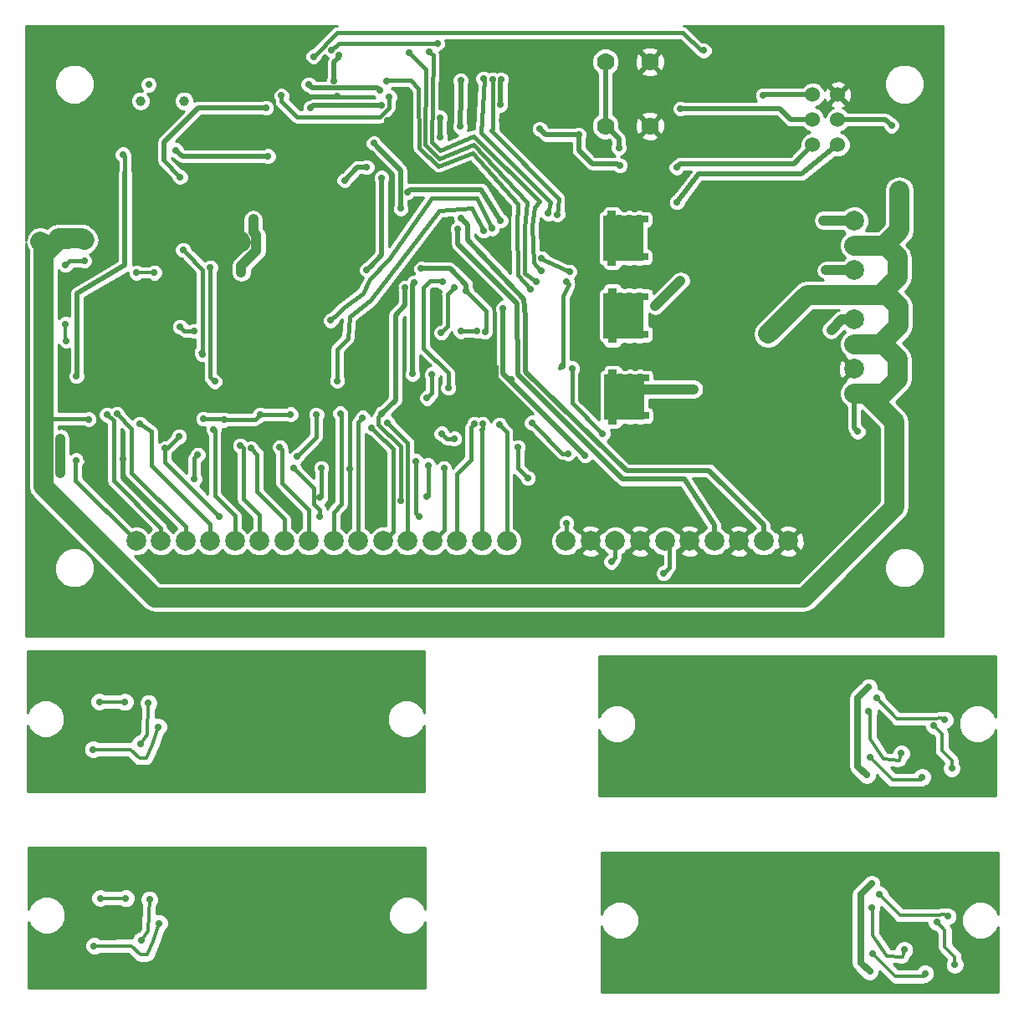
<source format=gbl>
G04 #@! TF.FileFunction,Copper,L2,Bot,Signal*
%FSLAX46Y46*%
G04 Gerber Fmt 4.6, Leading zero omitted, Abs format (unit mm)*
G04 Created by KiCad (PCBNEW (2015-08-20 BZR 6109)-product) date Wed 02 Sep 2015 10:01:10 PM PDT*
%MOMM*%
G01*
G04 APERTURE LIST*
%ADD10C,0.150000*%
%ADD11C,1.778000*%
%ADD12C,2.000000*%
%ADD13C,1.524000*%
%ADD14C,1.000760*%
%ADD15C,0.400000*%
%ADD16R,4.320000X3.000000*%
%ADD17R,0.475000X0.750000*%
%ADD18R,0.905000X0.495000*%
%ADD19C,0.780000*%
%ADD20R,4.055000X4.560000*%
%ADD21C,0.700000*%
%ADD22C,1.000000*%
%ADD23C,0.500000*%
%ADD24C,0.450000*%
%ADD25C,0.400000*%
%ADD26C,2.000000*%
%ADD27C,0.350000*%
%ADD28C,0.300000*%
%ADD29C,0.700000*%
%ADD30C,0.254000*%
G04 APERTURE END LIST*
D10*
D11*
X219750000Y-32250000D03*
X224250000Y-32250000D03*
X219750000Y-25750000D03*
X224250000Y-25750000D03*
D12*
X194750000Y-74300000D03*
X192250000Y-74300000D03*
X202250000Y-74300000D03*
X204750000Y-74300000D03*
X209750000Y-74300000D03*
X207250000Y-74300000D03*
X197250000Y-74300000D03*
X199750000Y-74300000D03*
X179750000Y-74300000D03*
X177250000Y-74300000D03*
X187250000Y-74300000D03*
X189750000Y-74300000D03*
X184750000Y-74300000D03*
X182250000Y-74300000D03*
X172250000Y-74300000D03*
X174750000Y-74300000D03*
X238250000Y-74300000D03*
X235750000Y-74300000D03*
X223250000Y-74300000D03*
X220750000Y-74300000D03*
X230750000Y-74300000D03*
X233250000Y-74300000D03*
X228250000Y-74300000D03*
X225750000Y-74300000D03*
X215750000Y-74300000D03*
X218250000Y-74300000D03*
D13*
X240730000Y-29060000D03*
X240730000Y-31600000D03*
X240730000Y-34140000D03*
X243270000Y-34140000D03*
X243270000Y-31600000D03*
X243270000Y-29060000D03*
D12*
X244940000Y-51850000D03*
X244940000Y-54350000D03*
X244940000Y-44350000D03*
X244940000Y-41850000D03*
X244940000Y-46850000D03*
X244940000Y-49350000D03*
X244940000Y-59350000D03*
X244940000Y-56850000D03*
D14*
X172700360Y-29699440D03*
X177099640Y-29699440D03*
D15*
X195100000Y-56600000D03*
X194400000Y-56600000D03*
X193700000Y-56600000D03*
X195800000Y-56600000D03*
X196500000Y-56600000D03*
X197200000Y-56600000D03*
X197200000Y-56000000D03*
X196500000Y-56000000D03*
X195800000Y-56000000D03*
X193700000Y-56000000D03*
X194400000Y-56000000D03*
X195100000Y-56000000D03*
X195100000Y-55400000D03*
X194400000Y-55400000D03*
X193700000Y-55400000D03*
X195800000Y-55400000D03*
X196500000Y-55400000D03*
X197200000Y-55400000D03*
X197200000Y-57200000D03*
X196500000Y-57200000D03*
X195800000Y-57200000D03*
X193700000Y-57200000D03*
X194400000Y-57200000D03*
X195100000Y-57200000D03*
X195100000Y-57800000D03*
X194400000Y-57800000D03*
X193700000Y-57800000D03*
X195800000Y-57800000D03*
X196500000Y-57800000D03*
X197200000Y-57800000D03*
D16*
X195500000Y-56600000D03*
D15*
X169200000Y-56200000D03*
X168500000Y-56200000D03*
X167800000Y-56200000D03*
X169900000Y-56200000D03*
X170600000Y-56200000D03*
X171300000Y-56200000D03*
X171300000Y-55600000D03*
X170600000Y-55600000D03*
X169900000Y-55600000D03*
X167800000Y-55600000D03*
X168500000Y-55600000D03*
X169200000Y-55600000D03*
X169200000Y-55000000D03*
X168500000Y-55000000D03*
X167800000Y-55000000D03*
X169900000Y-55000000D03*
X170600000Y-55000000D03*
X171300000Y-55000000D03*
X171300000Y-56800000D03*
X170600000Y-56800000D03*
X169900000Y-56800000D03*
X167800000Y-56800000D03*
X168500000Y-56800000D03*
X169200000Y-56800000D03*
X169200000Y-57400000D03*
X168500000Y-57400000D03*
X167800000Y-57400000D03*
X169900000Y-57400000D03*
X170600000Y-57400000D03*
X171300000Y-57400000D03*
D16*
X169600000Y-56200000D03*
D15*
X206400000Y-57900000D03*
X205700000Y-57900000D03*
X205000000Y-57900000D03*
X207100000Y-57900000D03*
X207800000Y-57900000D03*
X208500000Y-57900000D03*
X208500000Y-57300000D03*
X207800000Y-57300000D03*
X207100000Y-57300000D03*
X205000000Y-57300000D03*
X205700000Y-57300000D03*
X206400000Y-57300000D03*
X206400000Y-56700000D03*
X205700000Y-56700000D03*
X205000000Y-56700000D03*
X207100000Y-56700000D03*
X207800000Y-56700000D03*
X208500000Y-56700000D03*
X208500000Y-58500000D03*
X207800000Y-58500000D03*
X207100000Y-58500000D03*
X205000000Y-58500000D03*
X205700000Y-58500000D03*
X206400000Y-58500000D03*
X206400000Y-59100000D03*
X205700000Y-59100000D03*
X205000000Y-59100000D03*
X207100000Y-59100000D03*
X207800000Y-59100000D03*
X208500000Y-59100000D03*
D16*
X206800000Y-57900000D03*
D15*
X182700000Y-56800000D03*
X182000000Y-56800000D03*
X181300000Y-56800000D03*
X183400000Y-56800000D03*
X184100000Y-56800000D03*
X184800000Y-56800000D03*
X184800000Y-56200000D03*
X184100000Y-56200000D03*
X183400000Y-56200000D03*
X181300000Y-56200000D03*
X182000000Y-56200000D03*
X182700000Y-56200000D03*
X182700000Y-55600000D03*
X182000000Y-55600000D03*
X181300000Y-55600000D03*
X183400000Y-55600000D03*
X184100000Y-55600000D03*
X184800000Y-55600000D03*
X184800000Y-57400000D03*
X184100000Y-57400000D03*
X183400000Y-57400000D03*
X181300000Y-57400000D03*
X182000000Y-57400000D03*
X182700000Y-57400000D03*
X182700000Y-58000000D03*
X182000000Y-58000000D03*
X181300000Y-58000000D03*
X183400000Y-58000000D03*
X184100000Y-58000000D03*
X184800000Y-58000000D03*
D16*
X183100000Y-56800000D03*
D17*
X223822500Y-41695000D03*
X223822500Y-45505000D03*
D18*
X220407500Y-46127500D03*
X220407500Y-41072500D03*
D19*
X223140000Y-45600000D03*
X220140000Y-41600000D03*
X221140000Y-41600000D03*
X222140000Y-41600000D03*
X220140000Y-45600000D03*
X221140000Y-43600000D03*
X222140000Y-43600000D03*
X223140000Y-42600000D03*
X223140000Y-41600000D03*
X222140000Y-42600000D03*
X221140000Y-42600000D03*
X220140000Y-42600000D03*
X220140000Y-44600000D03*
X221140000Y-44600000D03*
X222140000Y-44600000D03*
X223140000Y-43600000D03*
X223140000Y-44600000D03*
X222140000Y-45600000D03*
X221140000Y-45600000D03*
X220140000Y-43600000D03*
D20*
X221557500Y-43600000D03*
D17*
X223862500Y-49545000D03*
X223862500Y-53355000D03*
D18*
X220447500Y-53977500D03*
X220447500Y-48922500D03*
D19*
X223180000Y-53450000D03*
X220180000Y-49450000D03*
X221180000Y-49450000D03*
X222180000Y-49450000D03*
X220180000Y-53450000D03*
X221180000Y-51450000D03*
X222180000Y-51450000D03*
X223180000Y-50450000D03*
X223180000Y-49450000D03*
X222180000Y-50450000D03*
X221180000Y-50450000D03*
X220180000Y-50450000D03*
X220180000Y-52450000D03*
X221180000Y-52450000D03*
X222180000Y-52450000D03*
X223180000Y-51450000D03*
X223180000Y-52450000D03*
X222180000Y-53450000D03*
X221180000Y-53450000D03*
X220180000Y-51450000D03*
D20*
X221597500Y-51450000D03*
D17*
X223902500Y-57775000D03*
X223902500Y-61585000D03*
D18*
X220487500Y-62207500D03*
X220487500Y-57152500D03*
D19*
X223220000Y-61680000D03*
X220220000Y-57680000D03*
X221220000Y-57680000D03*
X222220000Y-57680000D03*
X220220000Y-61680000D03*
X221220000Y-59680000D03*
X222220000Y-59680000D03*
X223220000Y-58680000D03*
X223220000Y-57680000D03*
X222220000Y-58680000D03*
X221220000Y-58680000D03*
X220220000Y-58680000D03*
X220220000Y-60680000D03*
X221220000Y-60680000D03*
X222220000Y-60680000D03*
X223220000Y-59680000D03*
X223220000Y-60680000D03*
X222220000Y-61680000D03*
X221220000Y-61680000D03*
X220220000Y-59680000D03*
D20*
X221637500Y-59680000D03*
D21*
X195599200Y-36412600D03*
X193338600Y-37733400D03*
X204794000Y-42711800D03*
X203300000Y-48050000D03*
X203850000Y-58750000D03*
X206500000Y-62400000D03*
X203400000Y-66900002D03*
X207300000Y-62400000D03*
X209000000Y-62500000D03*
X203143000Y-53176600D03*
X204450000Y-48600000D03*
X196300000Y-34000000D03*
X199028200Y-40603600D03*
X205124200Y-41568800D03*
X213303000Y-45632800D03*
X216100000Y-47000000D03*
X207300000Y-48700000D03*
X209600000Y-43000000D03*
X210600000Y-62200000D03*
X204600000Y-65800000D03*
X202600000Y-65600000D03*
X198500000Y-48700000D03*
X199200000Y-61400000D03*
X191750000Y-61150000D03*
X202450000Y-61250000D03*
X196700000Y-67050000D03*
X193900000Y-67000000D03*
X192000000Y-65950000D03*
X190800000Y-48650000D03*
X184700000Y-48100000D03*
X181500000Y-48800000D03*
X177600000Y-48600000D03*
X174200000Y-59300000D03*
X170900000Y-66000000D03*
X169100000Y-66100000D03*
X167200000Y-65900000D03*
X166000000Y-60800000D03*
X171200000Y-47800000D03*
X167500000Y-47100000D03*
X165100000Y-47500000D03*
X236467800Y-39714600D03*
X226384000Y-45251800D03*
X245357800Y-67730800D03*
X188995200Y-29224400D03*
X192576600Y-29199000D03*
X187217200Y-35523600D03*
X201288800Y-36209400D03*
X219000000Y-55700000D03*
X218450000Y-47750000D03*
X216050000Y-41150000D03*
X197707400Y-31713600D03*
X203400000Y-27450000D03*
X202350000Y-48950000D03*
X225900000Y-34050000D03*
X213400000Y-28800000D03*
X209300000Y-31700000D03*
X217500000Y-31800000D03*
X178400000Y-60000000D03*
X187700000Y-60300000D03*
X181500000Y-66750000D03*
X185700000Y-66000000D03*
X187300000Y-39900000D03*
X184500000Y-39700000D03*
X180800000Y-33800000D03*
X189200000Y-35600000D03*
X186900000Y-25000000D03*
X236900000Y-63600000D03*
X189700000Y-45800860D03*
X182851200Y-44000000D03*
X165700000Y-34400000D03*
X173900000Y-35000000D03*
X215843000Y-48045800D03*
X214900000Y-41200000D03*
X208350000Y-27550000D03*
X215360400Y-56605600D03*
X213950000Y-41100000D03*
X207399700Y-27450300D03*
X235700000Y-29150000D03*
X227000000Y-39950000D03*
X212300000Y-62300000D03*
X216376400Y-56783400D03*
X219475200Y-63412800D03*
X215970000Y-65419400D03*
X228700000Y-58900000D03*
X242600000Y-52900000D03*
X241800000Y-41800000D03*
X242082896Y-46850000D03*
X209200000Y-27550000D03*
X209100000Y-30100000D03*
X203000000Y-31400000D03*
X203000000Y-33400000D03*
X221100000Y-34500000D03*
X229700000Y-24600000D03*
X190200000Y-25200000D03*
X205100000Y-53050000D03*
X206700000Y-53000000D03*
X226950000Y-36450000D03*
X190499998Y-61499998D03*
X201100000Y-46700000D03*
X180700000Y-71800000D03*
X200900000Y-71800000D03*
X200599998Y-66200000D03*
X201700000Y-59800000D03*
X202200000Y-57400000D03*
X211900000Y-67900000D03*
X190851959Y-71800000D03*
X188200000Y-66900000D03*
X210900000Y-64800000D03*
X164600000Y-67400000D03*
X164600000Y-63900000D03*
X188500000Y-65750000D03*
X176700000Y-52600000D03*
X178100000Y-53000000D03*
X175200000Y-64900000D03*
X176600000Y-63700000D03*
X167000000Y-45900000D03*
X165100000Y-46300000D03*
X172300000Y-47100000D03*
X174100000Y-47100000D03*
X182900000Y-47100000D03*
X184100000Y-41700000D03*
X165100000Y-52300000D03*
X165200000Y-54000000D03*
X209137400Y-41822800D03*
X199714000Y-38952600D03*
X192300000Y-27700000D03*
X192750000Y-25100000D03*
X205650000Y-48950000D03*
X207550000Y-53100000D03*
X221200000Y-36250000D03*
X227350000Y-30500000D03*
X217050000Y-33150000D03*
X213100000Y-32550000D03*
X205100000Y-27600000D03*
X205050000Y-32300000D03*
X185600000Y-35300000D03*
X176300000Y-34700000D03*
X199000000Y-70200000D03*
X201700000Y-69800000D03*
X209400000Y-50700000D03*
X199500000Y-48600000D03*
X210200000Y-57900000D03*
X203154990Y-63400000D03*
X204445010Y-63900000D03*
X201700000Y-69800000D03*
X201800000Y-66600000D03*
X199000000Y-70200000D03*
X197119730Y-61400000D03*
X190858619Y-69900000D03*
X191000000Y-66900000D03*
X167450000Y-61950000D03*
X187900000Y-61450000D03*
X184800000Y-61500000D03*
X178150000Y-68000000D03*
X178500000Y-65550000D03*
X179050000Y-61900000D03*
X181150000Y-62000000D03*
X166005900Y-71894100D03*
X164400000Y-43600000D03*
X167000000Y-43800000D03*
X217697200Y-65622600D03*
X245281600Y-63209600D03*
X236200000Y-53300000D03*
X249500000Y-38800000D03*
X170905715Y-35114567D03*
X196920000Y-28640200D03*
X189706400Y-28030600D03*
X173526600Y-28056000D03*
X166217800Y-57569200D03*
X169300000Y-61500000D03*
X166200000Y-66100000D03*
X170300000Y-61400000D03*
X172600000Y-62400000D03*
X202750000Y-23850000D03*
X192050000Y-24550000D03*
X215792200Y-72455200D03*
X213303000Y-46953600D03*
X201899600Y-24699600D03*
X176700000Y-37400000D03*
X179775000Y-46596130D03*
X197072400Y-30164200D03*
X189884200Y-30392800D03*
X185413800Y-30392800D03*
X180206800Y-58129600D03*
X182800000Y-64600000D03*
X180100000Y-63000000D03*
X183900000Y-64900000D03*
X186800000Y-64800000D03*
X177000002Y-44800000D03*
X186963200Y-29173600D03*
X197885200Y-29300600D03*
X178987600Y-55386400D03*
X220338800Y-76392200D03*
X212744200Y-47995000D03*
X199866400Y-24830200D03*
X192600000Y-58050000D03*
X207410200Y-42838800D03*
X195179980Y-61800000D03*
X192900000Y-61350000D03*
X196100000Y-62799996D03*
X197700000Y-62300000D03*
X191950000Y-51950000D03*
X208248400Y-42635600D03*
X212134600Y-48782400D03*
X197599500Y-27699500D03*
X225650000Y-77550000D03*
X248700000Y-32200000D03*
X200400000Y-48100000D03*
X195600000Y-46800000D03*
X197099999Y-37499999D03*
X200222000Y-57366767D03*
X176840000Y-97520000D03*
X168000000Y-87800000D03*
X168870000Y-97140000D03*
X170690000Y-97570000D03*
X173500000Y-90700000D03*
X172700000Y-94800000D03*
X174500000Y-93100000D03*
X167900000Y-95400000D03*
X168530000Y-90560000D03*
X171100000Y-90580000D03*
X252700000Y-94300000D03*
X248000000Y-94700000D03*
X252200000Y-91200000D03*
X255248160Y-95151840D03*
X249600000Y-91000000D03*
X254900000Y-88200000D03*
X245200000Y-87500000D03*
X254800000Y-97300000D03*
X253000000Y-93000000D03*
X246500000Y-96200000D03*
X251800000Y-98200000D03*
X254100000Y-92400000D03*
X247200000Y-90200000D03*
X249700000Y-95800000D03*
X246400000Y-91500000D03*
X246400000Y-89100000D03*
X246200000Y-98000000D03*
X176940000Y-117420000D03*
X168100000Y-107700000D03*
X168970000Y-117040000D03*
X170790000Y-117470000D03*
X173600000Y-110600000D03*
X172800000Y-114700000D03*
X174600000Y-113000000D03*
X168000000Y-115300000D03*
X168630000Y-110460000D03*
X171200000Y-110480000D03*
X253000000Y-114200000D03*
X248300000Y-114600000D03*
X252500000Y-111100000D03*
X255548160Y-115051840D03*
X249900000Y-110900000D03*
X255200000Y-108100000D03*
X245500000Y-107400000D03*
X255100000Y-117200000D03*
X253300000Y-112900000D03*
X246800000Y-116100000D03*
X252100000Y-118100000D03*
X254400000Y-112300000D03*
X247500000Y-110100000D03*
X250000000Y-115700000D03*
X246700000Y-111400000D03*
X246700000Y-109000000D03*
X246500000Y-117900000D03*
D22*
X227349200Y-47918800D02*
X224818000Y-50450000D01*
D23*
X210839200Y-50255600D02*
X204794000Y-44210400D01*
X230750000Y-74300000D02*
X230750000Y-72655600D01*
X194659400Y-36412600D02*
X195599200Y-36412600D01*
X193338600Y-37733400D02*
X194659400Y-36412600D01*
X204794000Y-44210400D02*
X204794000Y-42711800D01*
X210890000Y-57443800D02*
X210839200Y-50255600D01*
X221481800Y-68035600D02*
X210890000Y-57443800D01*
X227730200Y-68035600D02*
X221481800Y-68035600D01*
X230750000Y-72655600D02*
X227730200Y-68035600D01*
D24*
X203300000Y-48050000D02*
X203200000Y-47950000D01*
X203200000Y-47950000D02*
X202000000Y-47950000D01*
X202000000Y-47950000D02*
X201350000Y-48600000D01*
X201350000Y-48600000D02*
X201350000Y-54750000D01*
X201350000Y-54750000D02*
X203850000Y-57250000D01*
X203850000Y-57250000D02*
X203850000Y-58750000D01*
X206150001Y-66049999D02*
X204750000Y-67450000D01*
X204750000Y-67450000D02*
X204750000Y-74300000D01*
X206500000Y-62400000D02*
X206150001Y-62749999D01*
X206150001Y-62749999D02*
X206150001Y-66049999D01*
X203400000Y-67394976D02*
X203400000Y-66900002D01*
X202250000Y-74300000D02*
X203400000Y-73150000D01*
X203400000Y-73150000D02*
X203400000Y-67394976D01*
X207200000Y-62994974D02*
X207250000Y-63044974D01*
X207250000Y-63044974D02*
X207250000Y-74300000D01*
X207300000Y-62400000D02*
X207300000Y-62894974D01*
X207300000Y-62894974D02*
X207200000Y-62994974D01*
X209000000Y-62500000D02*
X209750000Y-63250000D01*
X209750000Y-63250000D02*
X209750000Y-74300000D01*
D25*
X203800000Y-52519600D02*
X203800000Y-49250000D01*
X203143000Y-53176600D02*
X203800000Y-52519600D01*
X203800000Y-49250000D02*
X204450000Y-48600000D01*
D24*
X203800000Y-49250000D02*
X204450000Y-48600000D01*
D23*
X196649999Y-34349999D02*
X196300000Y-34000000D01*
X199028200Y-36728200D02*
X196649999Y-34349999D01*
X199028200Y-40603600D02*
X199028200Y-36728200D01*
X211652000Y-51551000D02*
X211525000Y-49798400D01*
X235750000Y-72677200D02*
X230219400Y-67146600D01*
X230219400Y-67146600D02*
X221862800Y-67146600D01*
X221862800Y-67146600D02*
X211652000Y-57139000D01*
X211652000Y-57139000D02*
X211652000Y-51551000D01*
X235750000Y-74300000D02*
X235750000Y-72677200D01*
X205824724Y-42253960D02*
X205124200Y-41568800D01*
X205824724Y-43752560D02*
X205824724Y-42253960D01*
X211525000Y-49798400D02*
X205824724Y-43752560D01*
D25*
X213488875Y-45818675D02*
X216100000Y-47000000D01*
X213303000Y-45632800D02*
X213488875Y-45818675D01*
D26*
X226384000Y-45251800D02*
X226333200Y-45251800D01*
D24*
X192551200Y-29224400D02*
X188995200Y-29224400D01*
X192576600Y-29199000D02*
X192551200Y-29224400D01*
X181500000Y-66750000D02*
X181500000Y-66550000D01*
D25*
X184500000Y-39700000D02*
X184500000Y-39800000D01*
D26*
X189700000Y-45800860D02*
X189700000Y-45700000D01*
X182800000Y-43948800D02*
X182800000Y-43900000D01*
X182851200Y-44000000D02*
X182800000Y-43948800D01*
X165700000Y-34400000D02*
X165700000Y-34600000D01*
D24*
X208350000Y-27550000D02*
X208350000Y-32500000D01*
X216043000Y-48245800D02*
X215843000Y-48045800D01*
X215000000Y-39600000D02*
X214900000Y-41200000D01*
X208150000Y-32700000D02*
X215000000Y-39600000D01*
D25*
X215100000Y-56730800D02*
X215360400Y-56605600D01*
X215500000Y-56330800D02*
X215100000Y-56730800D01*
X215500000Y-49450000D02*
X215500000Y-56330800D01*
D24*
X215500000Y-49450000D02*
X216043000Y-48245800D01*
X208350000Y-32500000D02*
X208150000Y-32700000D01*
D25*
X214200000Y-39950000D02*
X213950000Y-41100000D01*
X207200000Y-32950000D02*
X214200000Y-39950000D01*
X207499700Y-27550300D02*
X207200000Y-32950000D01*
X207399700Y-27450300D02*
X207499700Y-27550300D01*
D23*
X235790000Y-29060000D02*
X240730000Y-29060000D01*
X235700000Y-29150000D02*
X235790000Y-29060000D01*
X239610000Y-37100000D02*
X243270000Y-34140000D01*
X229150000Y-37100000D02*
X239610000Y-37100000D01*
X227000000Y-39950000D02*
X229150000Y-37100000D01*
D25*
X212649999Y-62649999D02*
X212300000Y-62300000D01*
X215419400Y-65419400D02*
X212649999Y-62649999D01*
X215970000Y-65419400D02*
X215419400Y-65419400D01*
X216376400Y-60314000D02*
X216376400Y-56783400D01*
X219475200Y-63412800D02*
X216376400Y-60314000D01*
D22*
X228700000Y-58900000D02*
X222417500Y-58900000D01*
X222417500Y-58900000D02*
X221637500Y-59680000D01*
X244940000Y-51850000D02*
X243650000Y-51850000D01*
X243650000Y-51850000D02*
X242600000Y-52900000D01*
D23*
X222400500Y-58917000D02*
X221637500Y-59680000D01*
D22*
X241800000Y-41800000D02*
X244890000Y-41800000D01*
X244890000Y-41800000D02*
X244940000Y-41850000D01*
D23*
X223307500Y-41850000D02*
X221557500Y-43600000D01*
D22*
X244940000Y-46850000D02*
X242082896Y-46850000D01*
D23*
X209200000Y-27650000D02*
X209200000Y-27550000D01*
X209150000Y-27700000D02*
X209200000Y-27650000D01*
X209150000Y-30050000D02*
X209150000Y-27700000D01*
X209100000Y-30100000D02*
X209150000Y-30050000D01*
X203000000Y-33400000D02*
X203000000Y-31400000D01*
X219750000Y-32250000D02*
X219750000Y-25750000D01*
X219750000Y-32250000D02*
X219850000Y-32250000D01*
X221100000Y-33500000D02*
X221100000Y-34500000D01*
X219850000Y-32250000D02*
X221100000Y-33500000D01*
D25*
X229400000Y-24600000D02*
X229700000Y-24600000D01*
X227600000Y-22800000D02*
X229400000Y-24600000D01*
X192600000Y-22800000D02*
X227600000Y-22800000D01*
X190200000Y-25200000D02*
X192600000Y-22800000D01*
D24*
X206650000Y-53050000D02*
X205100000Y-53050000D01*
X206700000Y-53000000D02*
X206650000Y-53050000D01*
D23*
X238820000Y-36050000D02*
X240730000Y-34140000D01*
X227350000Y-36050000D02*
X238820000Y-36050000D01*
X226950000Y-36450000D02*
X227350000Y-36050000D01*
D24*
X190499998Y-61994972D02*
X190499998Y-61499998D01*
X188500000Y-65750000D02*
X190499998Y-63750002D01*
X190499998Y-63750002D02*
X190499998Y-61994972D01*
D23*
X204000000Y-46700000D02*
X205650000Y-48350000D01*
X205650000Y-48350000D02*
X205650000Y-48950000D01*
X201100000Y-46700000D02*
X204000000Y-46700000D01*
D24*
X175200000Y-66300000D02*
X180700000Y-71800000D01*
X175200000Y-64900000D02*
X175200000Y-66300000D01*
X200599998Y-66200000D02*
X200599998Y-71499998D01*
X200599998Y-71499998D02*
X200900000Y-71800000D01*
X202200000Y-57400000D02*
X202200000Y-59300000D01*
X202200000Y-59300000D02*
X201700000Y-59800000D01*
D22*
X182900000Y-47100000D02*
X182900000Y-46400000D01*
X182900000Y-46400000D02*
X184421208Y-44878792D01*
X184421208Y-44878792D02*
X184421208Y-43300879D01*
X184421208Y-43300879D02*
X184100000Y-42979671D01*
X184100000Y-42979671D02*
X184100000Y-41700000D01*
D24*
X211550001Y-67550001D02*
X211900000Y-67900000D01*
X210900000Y-64800000D02*
X210900000Y-66900000D01*
X210900000Y-66900000D02*
X211550001Y-67550001D01*
X190213618Y-70513618D02*
X190851959Y-71151959D01*
X190851959Y-71151959D02*
X190851959Y-71800000D01*
X188200000Y-66900000D02*
X190213618Y-68913618D01*
X190213618Y-68913618D02*
X190213618Y-70513618D01*
D23*
X209137400Y-41822800D02*
X207207000Y-38698600D01*
X207207000Y-38698600D02*
X199968000Y-38698600D01*
X199968000Y-38698600D02*
X199714000Y-38952600D01*
D22*
X164600000Y-63900000D02*
X164600000Y-67400000D01*
D24*
X177100000Y-53000000D02*
X178100000Y-53000000D01*
X177100000Y-53000000D02*
X176700000Y-52600000D01*
X175400000Y-64900000D02*
X175200000Y-64900000D01*
X176600000Y-63700000D02*
X175400000Y-64900000D01*
D25*
X165500000Y-45900000D02*
X167000000Y-45900000D01*
X165100000Y-46300000D02*
X165500000Y-45900000D01*
D27*
X174100000Y-47100000D02*
X172300000Y-47100000D01*
X165100000Y-53900000D02*
X165100000Y-52300000D01*
X165200000Y-54000000D02*
X165100000Y-53900000D01*
D23*
X192750000Y-25300000D02*
X192750000Y-25100000D01*
X192300000Y-25750000D02*
X192750000Y-25300000D01*
X192300000Y-27700000D02*
X192300000Y-25750000D01*
D24*
X207650000Y-50950000D02*
X205650000Y-48950000D01*
X207650000Y-53000000D02*
X207650000Y-50950000D01*
X207550000Y-53100000D02*
X207650000Y-53000000D01*
D23*
X240730000Y-31600000D02*
X238500000Y-31600000D01*
X217050000Y-34700000D02*
X217050000Y-33150000D01*
X218400000Y-36050000D02*
X217050000Y-34700000D01*
X221000000Y-36050000D02*
X218400000Y-36050000D01*
X221200000Y-36250000D02*
X221000000Y-36050000D01*
X237400000Y-30500000D02*
X227350000Y-30500000D01*
X238500000Y-31600000D02*
X237400000Y-30500000D01*
X213700000Y-33150000D02*
X217050000Y-33150000D01*
X213100000Y-32550000D02*
X213700000Y-33150000D01*
X205100000Y-27600000D02*
X205100000Y-29050000D01*
X205100000Y-29050000D02*
X205050000Y-32300000D01*
X176900000Y-35300000D02*
X185600000Y-35300000D01*
X176300000Y-34700000D02*
X176900000Y-35300000D01*
X209400000Y-51194974D02*
X209400000Y-50700000D01*
X209400000Y-57325400D02*
X209400000Y-51194974D01*
X217697200Y-65622600D02*
X209400000Y-57325400D01*
X198500000Y-51400000D02*
X199500000Y-50400000D01*
X199500000Y-50400000D02*
X199500000Y-48600000D01*
X198500000Y-60019730D02*
X198500000Y-51400000D01*
X197119730Y-61400000D02*
X198500000Y-60019730D01*
D26*
X164400000Y-43600000D02*
X166800000Y-43600000D01*
X166800000Y-43600000D02*
X167000000Y-43800000D01*
D24*
X204445010Y-63900000D02*
X203654990Y-63900000D01*
X203654990Y-63900000D02*
X203154990Y-63400000D01*
X201800000Y-66600000D02*
X201800000Y-69700000D01*
X201800000Y-69700000D02*
X201700000Y-69800000D01*
X196769731Y-62469731D02*
X199000000Y-64700000D01*
X199000000Y-64700000D02*
X199000000Y-70200000D01*
X197119730Y-61400000D02*
X196769731Y-61749999D01*
X196769731Y-61749999D02*
X196769731Y-62469731D01*
X191000000Y-66900000D02*
X191000000Y-69758619D01*
X191000000Y-69758619D02*
X190858619Y-69900000D01*
X162858600Y-61900000D02*
X167400000Y-61900000D01*
X167400000Y-61900000D02*
X167450000Y-61950000D01*
X187850000Y-61500000D02*
X184800000Y-61500000D01*
X187900000Y-61450000D02*
X187850000Y-61500000D01*
X184300000Y-62000000D02*
X181150000Y-62000000D01*
X184800000Y-61500000D02*
X184300000Y-62000000D01*
X178150000Y-65900000D02*
X178150000Y-68000000D01*
X178500000Y-65550000D02*
X178150000Y-65900000D01*
X181050000Y-61900000D02*
X179050000Y-61900000D01*
X181150000Y-62000000D02*
X181050000Y-61900000D01*
D26*
X165905900Y-71794100D02*
X166005900Y-71894100D01*
X164400000Y-43600000D02*
X164400000Y-43700000D01*
X164400000Y-43700000D02*
X164400000Y-43700000D01*
X164400000Y-43700000D02*
X166800000Y-43600000D01*
X164500000Y-43701000D02*
X162858600Y-45201000D01*
X162858600Y-45201000D02*
X162858600Y-44235800D01*
X164400000Y-43700000D02*
X164401000Y-43701000D01*
X164401000Y-43701000D02*
X164500000Y-43701000D01*
X244940000Y-59350000D02*
X246146400Y-59350000D01*
X246146400Y-59350000D02*
X248964600Y-62168200D01*
X248964600Y-62168200D02*
X248964600Y-70905800D01*
X248964600Y-70905800D02*
X239871400Y-79999000D01*
X239871400Y-79999000D02*
X174110800Y-79999000D01*
X174110800Y-79999000D02*
X165905900Y-71794100D01*
X165905900Y-71794100D02*
X162858600Y-68746800D01*
X162858600Y-68746800D02*
X162858600Y-61900000D01*
X162858600Y-61900000D02*
X162858600Y-44235800D01*
X162858600Y-44235800D02*
X162858600Y-44235800D01*
X162858600Y-44235800D02*
X162579200Y-43956400D01*
D23*
X244940000Y-59350000D02*
X244940000Y-62868000D01*
X244940000Y-62868000D02*
X245281600Y-63209600D01*
D26*
X244940000Y-49350000D02*
X240150000Y-49350000D01*
X240150000Y-49350000D02*
X236200000Y-53300000D01*
X244940000Y-44350000D02*
X247950000Y-44350000D01*
X249500000Y-42800000D02*
X249500000Y-38800000D01*
X247950000Y-44350000D02*
X249500000Y-42800000D01*
X244940000Y-49350000D02*
X247550000Y-49350000D01*
X248150000Y-44350000D02*
X244940000Y-44350000D01*
X249300000Y-45500000D02*
X248150000Y-44350000D01*
X249300000Y-47600000D02*
X249300000Y-45500000D01*
X247550000Y-49350000D02*
X249300000Y-47600000D01*
X244940000Y-54350000D02*
X247550000Y-54350000D01*
X248250000Y-49350000D02*
X244940000Y-49350000D01*
X249400000Y-50500000D02*
X248250000Y-49350000D01*
X249400000Y-52500000D02*
X249400000Y-50500000D01*
X247550000Y-54350000D02*
X249400000Y-52500000D01*
X244940000Y-59350000D02*
X247850000Y-59350000D01*
X247850000Y-54350000D02*
X244940000Y-54350000D01*
X249300000Y-55800000D02*
X247850000Y-54350000D01*
X249300000Y-57900000D02*
X249300000Y-55800000D01*
X247850000Y-59350000D02*
X249300000Y-57900000D01*
D23*
X171139000Y-46344000D02*
X171139000Y-36921025D01*
D24*
X171139000Y-35347852D02*
X170905715Y-35114567D01*
X171139000Y-36921025D02*
X171139000Y-35347852D01*
D23*
X196691400Y-28411600D02*
X196920000Y-28640200D01*
X190087400Y-28411600D02*
X196691400Y-28411600D01*
X189706400Y-28030600D02*
X190087400Y-28411600D01*
X166294000Y-49161800D02*
X171139000Y-46344000D01*
X166294000Y-57493000D02*
X166294000Y-49161800D01*
X166217800Y-57569200D02*
X166294000Y-57493000D01*
D24*
X174750000Y-72950000D02*
X174750000Y-74300000D01*
X170000000Y-68200000D02*
X174750000Y-72950000D01*
X170000000Y-62100000D02*
X170000000Y-68200000D01*
X169300000Y-61500000D02*
X170000000Y-62100000D01*
X166100000Y-68150000D02*
X172250000Y-74300000D01*
X166100000Y-66200000D02*
X166100000Y-68150000D01*
X166200000Y-66100000D02*
X166100000Y-66200000D01*
X177250000Y-72850000D02*
X177250000Y-74300000D01*
X171800000Y-67400000D02*
X177250000Y-72850000D01*
X171800000Y-62900000D02*
X171800000Y-67400000D01*
X170300000Y-61400000D02*
X171800000Y-62900000D01*
X179750000Y-72550000D02*
X179750000Y-74300000D01*
X173800000Y-66600000D02*
X179750000Y-72550000D01*
X173800000Y-63200000D02*
X173800000Y-66600000D01*
X172600000Y-62400000D02*
X173800000Y-63200000D01*
D25*
X202750000Y-23850000D02*
X202750000Y-23900000D01*
X202750000Y-23900000D02*
X192750000Y-23850000D01*
X192750000Y-23850000D02*
X192050000Y-24550000D01*
X201899600Y-24699600D02*
X202300000Y-25100000D01*
X202300000Y-25100000D02*
X202175000Y-33875000D01*
X202175000Y-33875000D02*
X203050000Y-34750000D01*
X203050000Y-34750000D02*
X206400000Y-33250000D01*
X206400000Y-33250000D02*
X213050000Y-39900000D01*
X213050000Y-39900000D02*
X212591800Y-40502000D01*
X212591800Y-40502000D02*
X212337800Y-42381600D01*
X212337800Y-42381600D02*
X212464800Y-46064600D01*
X212464800Y-46064600D02*
X213153000Y-46903600D01*
X213153000Y-46903600D02*
X213303000Y-46953600D01*
X215792200Y-72455200D02*
X215750000Y-74300000D01*
X215792200Y-72455200D02*
X215792200Y-72455200D01*
D24*
X175076000Y-35752200D02*
X175076000Y-35776000D01*
X175076000Y-35776000D02*
X176700000Y-37400000D01*
X179775000Y-46596130D02*
X179775000Y-57697800D01*
X179775000Y-57697800D02*
X180206800Y-58129600D01*
D23*
X190112800Y-30164200D02*
X197072400Y-30164200D01*
X189884200Y-30392800D02*
X190112800Y-30164200D01*
X178555800Y-30392800D02*
X185413800Y-30392800D01*
X175076000Y-33872600D02*
X178555800Y-30392800D01*
X175076000Y-35752200D02*
X175076000Y-33872600D01*
D24*
X184750000Y-71650000D02*
X184750000Y-74300000D01*
X183100000Y-70000000D02*
X184750000Y-71650000D01*
X183100000Y-64900000D02*
X183100000Y-70000000D01*
X182800000Y-64600000D02*
X183100000Y-64900000D01*
X182250000Y-71750000D02*
X182250000Y-74300000D01*
X180200000Y-69700000D02*
X182250000Y-71750000D01*
X180200000Y-63100000D02*
X180200000Y-69700000D01*
X180100000Y-63000000D02*
X180200000Y-63100000D01*
X187250000Y-72050000D02*
X187250000Y-74300000D01*
X184500000Y-69300000D02*
X187250000Y-72050000D01*
X184500000Y-65500000D02*
X184500000Y-69300000D01*
X183900000Y-64900000D02*
X184500000Y-65500000D01*
X189750000Y-71150000D02*
X189750000Y-74300000D01*
X187000000Y-68400000D02*
X189750000Y-71150000D01*
X187000000Y-65000000D02*
X187000000Y-68400000D01*
X186800000Y-64800000D02*
X187000000Y-65000000D01*
X177350001Y-45149999D02*
X177000002Y-44800000D01*
X178987600Y-46787598D02*
X177350001Y-45149999D01*
X178987600Y-55386400D02*
X178987600Y-46787598D01*
X186963200Y-29757800D02*
X186963200Y-29173600D01*
X188563400Y-31358000D02*
X186963200Y-29757800D01*
X196894600Y-31358000D02*
X188563400Y-31358000D01*
X197859800Y-30392800D02*
X196894600Y-31358000D01*
X197859800Y-29326000D02*
X197859800Y-30392800D01*
X197885200Y-29300600D02*
X197859800Y-29326000D01*
D23*
X178987600Y-55386400D02*
X178784400Y-55183200D01*
D25*
X220750000Y-74300000D02*
X220750000Y-75981000D01*
X220750000Y-75981000D02*
X220338800Y-76392200D01*
X211601200Y-47156800D02*
X212744200Y-47995000D01*
X211575800Y-42610200D02*
X211601200Y-47156800D01*
X211800000Y-39950000D02*
X211575800Y-42610200D01*
X206400000Y-34150000D02*
X211800000Y-39950000D01*
X202950000Y-35558286D02*
X206400000Y-34150000D01*
X201500000Y-34100000D02*
X202950000Y-35558286D01*
X201600000Y-26500000D02*
X201500000Y-34100000D01*
X199866400Y-24830200D02*
X201600000Y-26500000D01*
D24*
X192600000Y-54850000D02*
X192600000Y-58050000D01*
X193700000Y-53750000D02*
X192600000Y-54850000D01*
X193846600Y-51576400D02*
X193700000Y-53750000D01*
X196005600Y-49900000D02*
X193846600Y-51576400D01*
X202914400Y-40832200D02*
X196005600Y-49900000D01*
X207410200Y-42838800D02*
X206241800Y-40585775D01*
X206241800Y-40585775D02*
X202914400Y-40832200D01*
X194750000Y-74300000D02*
X194750000Y-62229980D01*
X194829981Y-62149999D02*
X195179980Y-61800000D01*
X194750000Y-62229980D02*
X194829981Y-62149999D01*
X192250000Y-71350000D02*
X192250000Y-74300000D01*
X193050000Y-70550000D02*
X192250000Y-71350000D01*
X193050000Y-61500000D02*
X193050000Y-70550000D01*
X192900000Y-61350000D02*
X193050000Y-61500000D01*
X198249999Y-73300001D02*
X198249999Y-64949995D01*
X197250000Y-74300000D02*
X198249999Y-73300001D01*
X198249999Y-64949995D02*
X196449999Y-63149995D01*
X196449999Y-63149995D02*
X196100000Y-62799996D01*
X197700000Y-62300000D02*
X199750000Y-64350000D01*
X199750000Y-64350000D02*
X199750000Y-74300000D01*
X192652800Y-51195400D02*
X191950000Y-51950000D01*
X193301600Y-50660800D02*
X192652800Y-51195400D01*
X195192800Y-49188800D02*
X193301600Y-50660800D01*
X195929400Y-47791800D02*
X195192800Y-49188800D01*
X197859800Y-45759800D02*
X195929400Y-47791800D01*
X202203200Y-39562200D02*
X197859800Y-45759800D01*
X206700200Y-39536800D02*
X202203200Y-39562200D01*
X208248400Y-42635600D02*
X206700200Y-39536800D01*
D25*
X197599500Y-27699500D02*
X197649000Y-27650000D01*
X197649000Y-27650000D02*
X200050000Y-27650000D01*
X200050000Y-27650000D02*
X200850000Y-28450000D01*
X200850000Y-28450000D02*
X200900000Y-34450000D01*
X200900000Y-34450000D02*
X202850000Y-36310345D01*
X202850000Y-36310345D02*
X206300000Y-35000000D01*
X206300000Y-35000000D02*
X210900000Y-40100000D01*
X210900000Y-40100000D02*
X210788400Y-42381600D01*
X210788400Y-42381600D02*
X210864600Y-47309200D01*
X210864600Y-47309200D02*
X212134600Y-48782400D01*
X226250000Y-74800000D02*
X225750000Y-74300000D01*
X226250000Y-76950000D02*
X226250000Y-74800000D01*
X225650000Y-77550000D02*
X226250000Y-76950000D01*
D23*
X248100000Y-31600000D02*
X243270000Y-31600000D01*
X248700000Y-32200000D02*
X248100000Y-31600000D01*
X200222000Y-48278000D02*
X200400000Y-48100000D01*
X200222000Y-57366767D02*
X200222000Y-48278000D01*
X195949999Y-46450001D02*
X195600000Y-46800000D01*
X197099999Y-37499999D02*
X197099999Y-45300001D01*
X197099999Y-45300001D02*
X195949999Y-46450001D01*
D28*
X170690000Y-97570000D02*
X170590000Y-97670000D01*
X173350000Y-93900000D02*
X173500000Y-90700000D01*
X172700000Y-94800000D02*
X173350000Y-93900000D01*
X173900000Y-94900000D02*
X174500000Y-93100000D01*
X173300000Y-96300000D02*
X173900000Y-94900000D01*
X172600000Y-96300000D02*
X173300000Y-96300000D01*
X167900000Y-95400000D02*
X171691578Y-95389836D01*
X171691578Y-95389836D02*
X172600000Y-96300000D01*
X171080000Y-90560000D02*
X168530000Y-90560000D01*
X171100000Y-90580000D02*
X171080000Y-90560000D01*
X248000000Y-94700000D02*
X248000000Y-94600000D01*
D29*
X255200000Y-95100000D02*
X255200000Y-95103680D01*
X255200000Y-95103680D02*
X255248160Y-95151840D01*
D28*
X254800000Y-96500000D02*
X254800000Y-97300000D01*
X253800000Y-95500000D02*
X254800000Y-96500000D01*
X253800000Y-93800000D02*
X253800000Y-95500000D01*
X253000000Y-93000000D02*
X253800000Y-93800000D01*
X248800000Y-98500000D02*
X246500000Y-96200000D01*
X251700000Y-98500000D02*
X248800000Y-98500000D01*
X251800000Y-98200000D02*
X251700000Y-98500000D01*
X253700000Y-92200000D02*
X254100000Y-92400000D01*
X253075000Y-92300000D02*
X253700000Y-92200000D01*
X249275000Y-92300000D02*
X253075000Y-92300000D01*
X247200000Y-90200000D02*
X249275000Y-92300000D01*
X249500000Y-96500000D02*
X249700000Y-95800000D01*
X246500000Y-94300000D02*
X247900000Y-96400000D01*
X247900000Y-96400000D02*
X249500000Y-96500000D01*
X246500000Y-91600000D02*
X246500000Y-94300000D01*
X246500000Y-94300000D02*
X246500000Y-94300000D01*
X246400000Y-91500000D02*
X246500000Y-91600000D01*
D29*
X245300000Y-90200000D02*
X246400000Y-89100000D01*
X245300000Y-97100000D02*
X245300000Y-90200000D01*
X246200000Y-98000000D02*
X245300000Y-97100000D01*
D28*
X170790000Y-117470000D02*
X170690000Y-117570000D01*
X173450000Y-113800000D02*
X173600000Y-110600000D01*
X172800000Y-114700000D02*
X173450000Y-113800000D01*
X174000000Y-114800000D02*
X174600000Y-113000000D01*
X173400000Y-116200000D02*
X174000000Y-114800000D01*
X172700000Y-116200000D02*
X173400000Y-116200000D01*
X168000000Y-115300000D02*
X171791578Y-115289836D01*
X171791578Y-115289836D02*
X172700000Y-116200000D01*
X171180000Y-110460000D02*
X168630000Y-110460000D01*
X171200000Y-110480000D02*
X171180000Y-110460000D01*
X248300000Y-114600000D02*
X248300000Y-114500000D01*
D29*
X255500000Y-115000000D02*
X255500000Y-115003680D01*
X255500000Y-115003680D02*
X255548160Y-115051840D01*
D28*
X255100000Y-116400000D02*
X255100000Y-117200000D01*
X254100000Y-115400000D02*
X255100000Y-116400000D01*
X254100000Y-113700000D02*
X254100000Y-115400000D01*
X253300000Y-112900000D02*
X254100000Y-113700000D01*
X249100000Y-118400000D02*
X246800000Y-116100000D01*
X252000000Y-118400000D02*
X249100000Y-118400000D01*
X252100000Y-118100000D02*
X252000000Y-118400000D01*
X254000000Y-112100000D02*
X254400000Y-112300000D01*
X253375000Y-112200000D02*
X254000000Y-112100000D01*
X249575000Y-112200000D02*
X253375000Y-112200000D01*
X247500000Y-110100000D02*
X249575000Y-112200000D01*
X249800000Y-116400000D02*
X250000000Y-115700000D01*
X246800000Y-114200000D02*
X248200000Y-116300000D01*
X248200000Y-116300000D02*
X249800000Y-116400000D01*
X246800000Y-111500000D02*
X246800000Y-114200000D01*
X246800000Y-114200000D02*
X246800000Y-114200000D01*
X246700000Y-111400000D02*
X246800000Y-111500000D01*
D29*
X245600000Y-110100000D02*
X246700000Y-109000000D01*
X245600000Y-117000000D02*
X245600000Y-110100000D01*
X246500000Y-117900000D02*
X245600000Y-117000000D01*
D30*
G36*
X192321790Y-22128339D02*
X192321788Y-22128340D01*
X192321789Y-22128340D01*
X192085933Y-22285933D01*
X192085931Y-22285936D01*
X190048997Y-24322869D01*
X190026319Y-24322849D01*
X189703869Y-24456082D01*
X189456949Y-24702571D01*
X189323153Y-25024789D01*
X189322849Y-25373681D01*
X189456082Y-25696131D01*
X189702571Y-25943051D01*
X190024789Y-26076847D01*
X190373681Y-26077151D01*
X190696131Y-25943918D01*
X190943051Y-25697429D01*
X191076847Y-25375211D01*
X191076868Y-25351266D01*
X191344009Y-25084125D01*
X191552571Y-25293051D01*
X191659204Y-25337329D01*
X191582146Y-25452655D01*
X191523000Y-25750000D01*
X191523000Y-27284330D01*
X191423153Y-27524789D01*
X191423057Y-27634600D01*
X190491691Y-27634600D01*
X190450318Y-27534469D01*
X190203829Y-27287549D01*
X189881611Y-27153753D01*
X189532719Y-27153449D01*
X189210269Y-27286682D01*
X188963349Y-27533171D01*
X188829553Y-27855389D01*
X188829249Y-28204281D01*
X188962482Y-28526731D01*
X189208971Y-28773651D01*
X189451181Y-28874225D01*
X189537978Y-28961022D01*
X189790055Y-29129454D01*
X190087400Y-29188600D01*
X196228260Y-29188600D01*
X196422571Y-29383251D01*
X196432081Y-29387200D01*
X190112800Y-29387200D01*
X189815455Y-29446346D01*
X189711734Y-29515650D01*
X189710519Y-29515649D01*
X189388069Y-29648882D01*
X189141149Y-29895371D01*
X189007353Y-30217589D01*
X189007049Y-30566481D01*
X189023378Y-30606000D01*
X188874889Y-30606000D01*
X187774809Y-29505921D01*
X187840047Y-29348811D01*
X187840351Y-28999919D01*
X187707118Y-28677469D01*
X187460629Y-28430549D01*
X187138411Y-28296753D01*
X186789519Y-28296449D01*
X186467069Y-28429682D01*
X186220149Y-28676171D01*
X186086353Y-28998389D01*
X186086049Y-29347281D01*
X186211200Y-29650171D01*
X186211200Y-29757800D01*
X186268443Y-30045578D01*
X186431456Y-30289544D01*
X188031656Y-31889745D01*
X188147435Y-31967105D01*
X188275622Y-32052757D01*
X188563400Y-32110000D01*
X196894600Y-32110000D01*
X197182378Y-32052757D01*
X197426344Y-31889744D01*
X198391544Y-30924544D01*
X198554557Y-30680578D01*
X198611800Y-30392800D01*
X198611800Y-29814451D01*
X198628251Y-29798029D01*
X198762047Y-29475811D01*
X198762351Y-29126919D01*
X198629118Y-28804469D01*
X198382629Y-28557549D01*
X198099197Y-28439858D01*
X198162165Y-28377000D01*
X199748866Y-28377000D01*
X200125505Y-28753639D01*
X200173025Y-34456058D01*
X200174168Y-34461563D01*
X200173201Y-34467101D01*
X200202957Y-34600246D01*
X200230682Y-34733798D01*
X200233844Y-34738445D01*
X200235070Y-34743933D01*
X200313508Y-34855549D01*
X200390235Y-34968333D01*
X200394936Y-34971418D01*
X200398168Y-34976017D01*
X202348168Y-36836362D01*
X202451879Y-36902184D01*
X202551954Y-36973443D01*
X202571091Y-36977844D01*
X202587666Y-36988364D01*
X202708681Y-37009490D01*
X202828398Y-37037024D01*
X202847757Y-37033768D01*
X202867101Y-37037145D01*
X202987002Y-37010348D01*
X203108131Y-36989975D01*
X206093230Y-35856205D01*
X210159211Y-40364139D01*
X210062268Y-42346083D01*
X210065751Y-42369527D01*
X210061487Y-42392841D01*
X210135705Y-47192241D01*
X206601724Y-43444022D01*
X206601724Y-43178688D01*
X206666282Y-43334931D01*
X206912771Y-43581851D01*
X207234989Y-43715647D01*
X207583881Y-43715951D01*
X207906331Y-43582718D01*
X208005063Y-43484159D01*
X208073189Y-43512447D01*
X208422081Y-43512751D01*
X208744531Y-43379518D01*
X208991451Y-43133029D01*
X209125247Y-42810811D01*
X209125344Y-42699789D01*
X209311081Y-42699951D01*
X209633531Y-42566718D01*
X209880451Y-42320229D01*
X210014247Y-41998011D01*
X210014551Y-41649119D01*
X209881318Y-41326669D01*
X209634829Y-41079749D01*
X209576731Y-41055625D01*
X207867999Y-38290178D01*
X207806533Y-38224175D01*
X207756422Y-38149178D01*
X207704193Y-38114280D01*
X207661387Y-38068314D01*
X207579341Y-38030856D01*
X207504345Y-37980746D01*
X207442738Y-37968492D01*
X207385599Y-37942405D01*
X207295463Y-37939196D01*
X207207000Y-37921600D01*
X199968000Y-37921600D01*
X199805200Y-37953983D01*
X199805200Y-36728200D01*
X199746054Y-36430855D01*
X199577622Y-36178778D01*
X197143344Y-33744500D01*
X197043918Y-33503869D01*
X196797429Y-33256949D01*
X196475211Y-33123153D01*
X196126319Y-33122849D01*
X195803869Y-33256082D01*
X195556949Y-33502571D01*
X195423153Y-33824789D01*
X195422849Y-34173681D01*
X195556082Y-34496131D01*
X195802571Y-34743051D01*
X196044781Y-34843625D01*
X198251200Y-37050044D01*
X198251200Y-40187930D01*
X198151353Y-40428389D01*
X198151049Y-40777281D01*
X198284282Y-41099731D01*
X198530771Y-41346651D01*
X198852989Y-41480447D01*
X199201881Y-41480751D01*
X199524331Y-41347518D01*
X199771251Y-41101029D01*
X199905047Y-40778811D01*
X199905351Y-40429919D01*
X199805200Y-40187534D01*
X199805200Y-39829679D01*
X199887681Y-39829751D01*
X200210131Y-39696518D01*
X200431435Y-39475600D01*
X201345605Y-39475600D01*
X197876999Y-44424956D01*
X197876999Y-37915669D01*
X197976846Y-37675210D01*
X197977150Y-37326318D01*
X197843917Y-37003868D01*
X197597428Y-36756948D01*
X197275210Y-36623152D01*
X196926318Y-36622848D01*
X196603868Y-36756081D01*
X196356948Y-37002570D01*
X196223152Y-37324788D01*
X196222848Y-37673680D01*
X196322999Y-37916065D01*
X196322999Y-44978157D01*
X195344500Y-45956656D01*
X195103869Y-46056082D01*
X194856949Y-46302571D01*
X194723153Y-46624789D01*
X194722849Y-46973681D01*
X194856082Y-47296131D01*
X195102571Y-47543051D01*
X195191054Y-47579792D01*
X194603127Y-48694826D01*
X192839708Y-50067369D01*
X192832754Y-50075410D01*
X192823391Y-50080438D01*
X192174591Y-50615038D01*
X192142999Y-50653688D01*
X192102503Y-50682879D01*
X191716148Y-51097711D01*
X191453869Y-51206082D01*
X191206949Y-51452571D01*
X191073153Y-51774789D01*
X191072849Y-52123681D01*
X191206082Y-52446131D01*
X191452571Y-52693051D01*
X191774789Y-52826847D01*
X192123681Y-52827151D01*
X192446131Y-52693918D01*
X192693051Y-52447429D01*
X192826847Y-52125211D01*
X192826859Y-52111889D01*
X193074725Y-51845753D01*
X192968696Y-53417816D01*
X192068256Y-54318256D01*
X191905243Y-54562222D01*
X191848000Y-54850000D01*
X191848000Y-57574123D01*
X191723153Y-57874789D01*
X191722849Y-58223681D01*
X191856082Y-58546131D01*
X192102571Y-58793051D01*
X192424789Y-58926847D01*
X192773681Y-58927151D01*
X193096131Y-58793918D01*
X193343051Y-58547429D01*
X193476847Y-58225211D01*
X193477151Y-57876319D01*
X193352000Y-57573429D01*
X193352000Y-55161488D01*
X194231744Y-54281744D01*
X194299447Y-54180419D01*
X194373817Y-54083878D01*
X194380504Y-54059109D01*
X194394757Y-54037778D01*
X194418532Y-53918254D01*
X194450295Y-53800604D01*
X194574199Y-51963518D01*
X196466799Y-50493969D01*
X196530670Y-50420291D01*
X196603765Y-50355744D01*
X203307457Y-41557150D01*
X204247271Y-41487548D01*
X204247049Y-41742481D01*
X204334012Y-41952948D01*
X204297869Y-41967882D01*
X204050949Y-42214371D01*
X203917153Y-42536589D01*
X203916849Y-42885481D01*
X204017000Y-43127866D01*
X204017000Y-44210400D01*
X204076146Y-44507745D01*
X204244578Y-44759822D01*
X209307676Y-49822920D01*
X209226319Y-49822849D01*
X208903869Y-49956082D01*
X208656949Y-50202571D01*
X208523153Y-50524789D01*
X208522849Y-50873681D01*
X208623000Y-51116066D01*
X208623000Y-57325400D01*
X208682146Y-57622745D01*
X208850578Y-57874822D01*
X212398842Y-61423086D01*
X212126319Y-61422849D01*
X211803869Y-61556082D01*
X211556949Y-61802571D01*
X211423153Y-62124789D01*
X211422849Y-62473681D01*
X211556082Y-62796131D01*
X211802571Y-63043051D01*
X212124789Y-63176847D01*
X212148734Y-63176868D01*
X214905331Y-65933464D01*
X214905333Y-65933467D01*
X215079737Y-66049999D01*
X215141189Y-66091060D01*
X215419400Y-66146400D01*
X215456548Y-66146400D01*
X215472571Y-66162451D01*
X215794789Y-66296247D01*
X216143681Y-66296551D01*
X216466131Y-66163318D01*
X216713051Y-65916829D01*
X216765727Y-65789971D01*
X216853856Y-65878100D01*
X216953282Y-66118731D01*
X217199771Y-66365651D01*
X217521989Y-66499447D01*
X217870881Y-66499751D01*
X218193331Y-66366518D01*
X218440251Y-66120029D01*
X218448212Y-66100856D01*
X220932378Y-68585022D01*
X221184455Y-68753454D01*
X221481800Y-68812600D01*
X227309816Y-68812600D01*
X229973000Y-72887013D01*
X229973000Y-72968833D01*
X229886154Y-73004717D01*
X229519801Y-73370430D01*
X229402532Y-73327073D01*
X228429605Y-74300000D01*
X229402532Y-75272927D01*
X229520185Y-75229428D01*
X229883894Y-75593773D01*
X230444928Y-75826735D01*
X231052407Y-75827265D01*
X231613846Y-75595283D01*
X231756846Y-75452532D01*
X232277073Y-75452532D01*
X232375736Y-75719387D01*
X232985461Y-75945908D01*
X233635460Y-75921856D01*
X234124264Y-75719387D01*
X234222927Y-75452532D01*
X233250000Y-74479605D01*
X232277073Y-75452532D01*
X231756846Y-75452532D01*
X231980199Y-75229570D01*
X232097468Y-75272927D01*
X233070395Y-74300000D01*
X232097468Y-73327073D01*
X231979815Y-73370572D01*
X231757101Y-73147468D01*
X232277073Y-73147468D01*
X233250000Y-74120395D01*
X234222927Y-73147468D01*
X234124264Y-72880613D01*
X233514539Y-72654092D01*
X232864540Y-72678144D01*
X232375736Y-72880613D01*
X232277073Y-73147468D01*
X231757101Y-73147468D01*
X231616106Y-73006227D01*
X231527000Y-72969227D01*
X231527000Y-72655600D01*
X231512830Y-72584363D01*
X231513565Y-72511736D01*
X231483543Y-72437130D01*
X231467854Y-72358255D01*
X231427503Y-72297865D01*
X231400388Y-72230483D01*
X228585253Y-67923600D01*
X229897556Y-67923600D01*
X234951622Y-72977666D01*
X234886154Y-73004717D01*
X234519801Y-73370430D01*
X234402532Y-73327073D01*
X233429605Y-74300000D01*
X234402532Y-75272927D01*
X234520185Y-75229428D01*
X234883894Y-75593773D01*
X235444928Y-75826735D01*
X236052407Y-75827265D01*
X236613846Y-75595283D01*
X236756846Y-75452532D01*
X237277073Y-75452532D01*
X237375736Y-75719387D01*
X237985461Y-75945908D01*
X238635460Y-75921856D01*
X239124264Y-75719387D01*
X239222927Y-75452532D01*
X238250000Y-74479605D01*
X237277073Y-75452532D01*
X236756846Y-75452532D01*
X236980199Y-75229570D01*
X237097468Y-75272927D01*
X238070395Y-74300000D01*
X238429605Y-74300000D01*
X239402532Y-75272927D01*
X239669387Y-75174264D01*
X239895908Y-74564539D01*
X239871856Y-73914540D01*
X239669387Y-73425736D01*
X239402532Y-73327073D01*
X238429605Y-74300000D01*
X238070395Y-74300000D01*
X237097468Y-73327073D01*
X236979815Y-73370572D01*
X236757101Y-73147468D01*
X237277073Y-73147468D01*
X238250000Y-74120395D01*
X239222927Y-73147468D01*
X239124264Y-72880613D01*
X238514539Y-72654092D01*
X237864540Y-72678144D01*
X237375736Y-72880613D01*
X237277073Y-73147468D01*
X236757101Y-73147468D01*
X236616106Y-73006227D01*
X236527000Y-72969227D01*
X236527000Y-72677200D01*
X236467854Y-72379855D01*
X236299422Y-72127778D01*
X230768822Y-66597178D01*
X230516745Y-66428746D01*
X230219400Y-66369600D01*
X222180080Y-66369600D01*
X219936817Y-64170979D01*
X219971331Y-64156718D01*
X220218251Y-63910229D01*
X220352047Y-63588011D01*
X220352351Y-63239119D01*
X220250378Y-62992324D01*
X220940000Y-62992324D01*
X221135294Y-62955577D01*
X221314660Y-62840158D01*
X221434990Y-62664049D01*
X221452821Y-62575996D01*
X221643221Y-62497324D01*
X221797136Y-62497324D01*
X222036797Y-62596840D01*
X222401602Y-62597159D01*
X222643221Y-62497324D01*
X222797136Y-62497324D01*
X223036797Y-62596840D01*
X223401602Y-62597159D01*
X223643221Y-62497324D01*
X224140000Y-62497324D01*
X224335294Y-62460577D01*
X224514660Y-62345158D01*
X224634990Y-62169049D01*
X224677324Y-61960000D01*
X224677324Y-61210000D01*
X224640577Y-61014706D01*
X224525158Y-60835340D01*
X224349049Y-60715010D01*
X224202324Y-60685297D01*
X224202324Y-59927000D01*
X228700000Y-59927000D01*
X229093016Y-59848824D01*
X229426199Y-59626199D01*
X229648824Y-59293016D01*
X229727000Y-58900000D01*
X229648824Y-58506984D01*
X229426199Y-58173801D01*
X229093016Y-57951176D01*
X228700000Y-57873000D01*
X224677324Y-57873000D01*
X224677324Y-57400000D01*
X224640577Y-57204706D01*
X224525158Y-57025340D01*
X224349049Y-56905010D01*
X224140000Y-56862676D01*
X223642864Y-56862676D01*
X223403203Y-56763160D01*
X223038398Y-56762841D01*
X222796779Y-56862676D01*
X222642864Y-56862676D01*
X222403203Y-56763160D01*
X222038398Y-56762841D01*
X221796779Y-56862676D01*
X221642864Y-56862676D01*
X221454655Y-56784525D01*
X221440577Y-56709706D01*
X221360628Y-56585461D01*
X243294092Y-56585461D01*
X243318144Y-57235460D01*
X243520613Y-57724264D01*
X243787468Y-57822927D01*
X244760395Y-56850000D01*
X243787468Y-55877073D01*
X243520613Y-55975736D01*
X243294092Y-56585461D01*
X221360628Y-56585461D01*
X221325158Y-56530340D01*
X221149049Y-56410010D01*
X220940000Y-56367676D01*
X220035000Y-56367676D01*
X219839706Y-56404423D01*
X219660340Y-56519842D01*
X219540010Y-56695951D01*
X219502137Y-56882972D01*
X219414706Y-56899423D01*
X219235340Y-57014842D01*
X219115010Y-57190951D01*
X219072676Y-57400000D01*
X219072676Y-61960000D01*
X219077808Y-61987274D01*
X217103400Y-60012866D01*
X217103400Y-57296852D01*
X217119451Y-57280829D01*
X217253247Y-56958611D01*
X217253551Y-56609719D01*
X217120318Y-56287269D01*
X216873829Y-56040349D01*
X216551611Y-55906553D01*
X216227000Y-55906270D01*
X216227000Y-49667148D01*
X216451174Y-49170000D01*
X219032676Y-49170000D01*
X219032676Y-53730000D01*
X219069423Y-53925294D01*
X219184842Y-54104660D01*
X219360951Y-54224990D01*
X219461506Y-54245353D01*
X219494423Y-54420294D01*
X219609842Y-54599660D01*
X219785951Y-54719990D01*
X219995000Y-54762324D01*
X220900000Y-54762324D01*
X221095294Y-54725577D01*
X221274660Y-54610158D01*
X221394990Y-54434049D01*
X221412821Y-54345996D01*
X221603221Y-54267324D01*
X221757136Y-54267324D01*
X221996797Y-54366840D01*
X222361602Y-54367159D01*
X222603221Y-54267324D01*
X222757136Y-54267324D01*
X222996797Y-54366840D01*
X223361602Y-54367159D01*
X223603221Y-54267324D01*
X224100000Y-54267324D01*
X224295294Y-54230577D01*
X224474660Y-54115158D01*
X224594990Y-53939049D01*
X224637324Y-53730000D01*
X224637324Y-52980000D01*
X224600577Y-52784706D01*
X224485158Y-52605340D01*
X224309049Y-52485010D01*
X224162324Y-52455297D01*
X224162324Y-51223321D01*
X224424984Y-51398824D01*
X224818000Y-51477000D01*
X225211016Y-51398824D01*
X225544199Y-51176199D01*
X228075398Y-48644999D01*
X228298024Y-48311816D01*
X228376200Y-47918800D01*
X228298024Y-47525785D01*
X228075398Y-47192602D01*
X227742215Y-46969976D01*
X227349200Y-46891800D01*
X226956184Y-46969976D01*
X226623001Y-47192602D01*
X224637324Y-49178278D01*
X224637324Y-49170000D01*
X224600577Y-48974706D01*
X224485158Y-48795340D01*
X224309049Y-48675010D01*
X224100000Y-48632676D01*
X223602864Y-48632676D01*
X223363203Y-48533160D01*
X222998398Y-48532841D01*
X222756779Y-48632676D01*
X222602864Y-48632676D01*
X222363203Y-48533160D01*
X221998398Y-48532841D01*
X221756779Y-48632676D01*
X221602864Y-48632676D01*
X221414655Y-48554525D01*
X221400577Y-48479706D01*
X221285158Y-48300340D01*
X221109049Y-48180010D01*
X220900000Y-48137676D01*
X219995000Y-48137676D01*
X219799706Y-48174423D01*
X219620340Y-48289842D01*
X219500010Y-48465951D01*
X219462137Y-48652972D01*
X219374706Y-48669423D01*
X219195340Y-48784842D01*
X219075010Y-48960951D01*
X219032676Y-49170000D01*
X216451174Y-49170000D01*
X216728528Y-48554920D01*
X216731191Y-48543405D01*
X216737757Y-48533578D01*
X216764155Y-48400868D01*
X216794640Y-48269049D01*
X216792694Y-48257393D01*
X216795000Y-48245800D01*
X216768602Y-48113091D01*
X216746322Y-47979639D01*
X216740062Y-47969613D01*
X216737757Y-47958023D01*
X216720099Y-47931596D01*
X216720151Y-47872119D01*
X216646432Y-47693705D01*
X216843051Y-47497429D01*
X216976847Y-47175211D01*
X216977151Y-46826319D01*
X216843918Y-46503869D01*
X216597429Y-46256949D01*
X216275211Y-46123153D01*
X215926319Y-46122849D01*
X215925588Y-46123151D01*
X214116303Y-45304595D01*
X214046918Y-45136669D01*
X213800429Y-44889749D01*
X213478211Y-44755953D01*
X213147096Y-44755664D01*
X213066487Y-42418009D01*
X213184584Y-41544101D01*
X213206082Y-41596131D01*
X213452571Y-41843051D01*
X213774789Y-41976847D01*
X214123681Y-41977151D01*
X214345230Y-41885609D01*
X214402571Y-41943051D01*
X214724789Y-42076847D01*
X215073681Y-42077151D01*
X215396131Y-41943918D01*
X215643051Y-41697429D01*
X215776847Y-41375211D01*
X215776895Y-41320000D01*
X218992676Y-41320000D01*
X218992676Y-45880000D01*
X219029423Y-46075294D01*
X219144842Y-46254660D01*
X219320951Y-46374990D01*
X219421506Y-46395353D01*
X219454423Y-46570294D01*
X219569842Y-46749660D01*
X219745951Y-46869990D01*
X219955000Y-46912324D01*
X220860000Y-46912324D01*
X221055294Y-46875577D01*
X221234660Y-46760158D01*
X221354990Y-46584049D01*
X221372821Y-46495996D01*
X221563221Y-46417324D01*
X221717136Y-46417324D01*
X221956797Y-46516840D01*
X222321602Y-46517159D01*
X222563221Y-46417324D01*
X222717136Y-46417324D01*
X222956797Y-46516840D01*
X223321602Y-46517159D01*
X223563221Y-46417324D01*
X224060000Y-46417324D01*
X224255294Y-46380577D01*
X224434660Y-46265158D01*
X224554990Y-46089049D01*
X224597324Y-45880000D01*
X224597324Y-45130000D01*
X224560577Y-44934706D01*
X224445158Y-44755340D01*
X224269049Y-44635010D01*
X224122324Y-44605297D01*
X224122324Y-42595597D01*
X224255294Y-42570577D01*
X224434660Y-42455158D01*
X224554990Y-42279049D01*
X224597324Y-42070000D01*
X224597324Y-41320000D01*
X224560577Y-41124706D01*
X224445158Y-40945340D01*
X224269049Y-40825010D01*
X224060000Y-40782676D01*
X223562864Y-40782676D01*
X223323203Y-40683160D01*
X222958398Y-40682841D01*
X222716779Y-40782676D01*
X222562864Y-40782676D01*
X222323203Y-40683160D01*
X221958398Y-40682841D01*
X221716779Y-40782676D01*
X221562864Y-40782676D01*
X221374655Y-40704525D01*
X221360577Y-40629706D01*
X221245158Y-40450340D01*
X221069049Y-40330010D01*
X220860000Y-40287676D01*
X219955000Y-40287676D01*
X219759706Y-40324423D01*
X219580340Y-40439842D01*
X219460010Y-40615951D01*
X219422137Y-40802972D01*
X219334706Y-40819423D01*
X219155340Y-40934842D01*
X219035010Y-41110951D01*
X218992676Y-41320000D01*
X215776895Y-41320000D01*
X215777151Y-41026319D01*
X215679147Y-40789130D01*
X215750536Y-39646908D01*
X215747543Y-39624697D01*
X215751995Y-39602735D01*
X215728050Y-39480028D01*
X215711355Y-39356120D01*
X215700091Y-39336746D01*
X215695799Y-39314751D01*
X215626717Y-39210543D01*
X215563878Y-39102461D01*
X215546059Y-39088873D01*
X215533675Y-39070193D01*
X209233151Y-32723681D01*
X212222849Y-32723681D01*
X212356082Y-33046131D01*
X212602571Y-33293051D01*
X212844781Y-33393625D01*
X213150578Y-33699422D01*
X213402655Y-33867854D01*
X213700000Y-33927000D01*
X216273000Y-33927000D01*
X216273000Y-34700000D01*
X216332146Y-34997345D01*
X216500578Y-35249422D01*
X217850578Y-36599422D01*
X218102655Y-36767854D01*
X218400000Y-36827000D01*
X220536810Y-36827000D01*
X220702571Y-36993051D01*
X221024789Y-37126847D01*
X221373681Y-37127151D01*
X221696131Y-36993918D01*
X221943051Y-36747429D01*
X221994435Y-36623681D01*
X226072849Y-36623681D01*
X226206082Y-36946131D01*
X226452571Y-37193051D01*
X226774789Y-37326847D01*
X227123681Y-37327151D01*
X227446131Y-37193918D01*
X227693051Y-36947429D01*
X227743057Y-36827000D01*
X228382649Y-36827000D01*
X226625959Y-39155636D01*
X226503869Y-39206082D01*
X226256949Y-39452571D01*
X226123153Y-39774789D01*
X226122849Y-40123681D01*
X226256082Y-40446131D01*
X226502571Y-40693051D01*
X226824789Y-40826847D01*
X227173681Y-40827151D01*
X227496131Y-40693918D01*
X227743051Y-40447429D01*
X227876847Y-40125211D01*
X227876888Y-40077800D01*
X229537141Y-37877000D01*
X239610000Y-37877000D01*
X239719269Y-37855265D01*
X239830211Y-37845141D01*
X239866803Y-37825918D01*
X239907345Y-37817854D01*
X239999976Y-37755960D01*
X240098602Y-37704150D01*
X242946134Y-35401228D01*
X243012477Y-35428776D01*
X243525273Y-35429223D01*
X243999206Y-35233398D01*
X244362124Y-34871113D01*
X244558776Y-34397523D01*
X244559223Y-33884727D01*
X244363398Y-33410794D01*
X244001113Y-33047876D01*
X243572270Y-32869804D01*
X243999206Y-32693398D01*
X244316157Y-32377000D01*
X247778156Y-32377000D01*
X247856656Y-32455500D01*
X247956082Y-32696131D01*
X248202571Y-32943051D01*
X248524789Y-33076847D01*
X248873681Y-33077151D01*
X249196131Y-32943918D01*
X249443051Y-32697429D01*
X249576847Y-32375211D01*
X249577151Y-32026319D01*
X249443918Y-31703869D01*
X249197429Y-31456949D01*
X248955219Y-31356375D01*
X248649422Y-31050578D01*
X248397345Y-30882146D01*
X248100000Y-30823000D01*
X244315687Y-30823000D01*
X244001113Y-30507876D01*
X243729287Y-30395004D01*
X244001143Y-30282397D01*
X244070608Y-30040213D01*
X243270000Y-29239605D01*
X242469392Y-30040213D01*
X242538857Y-30282397D01*
X242831088Y-30386655D01*
X242540794Y-30506602D01*
X242177876Y-30868887D01*
X241999804Y-31297730D01*
X241823398Y-30870794D01*
X241461113Y-30507876D01*
X241032270Y-30329804D01*
X241459206Y-30153398D01*
X241822124Y-29791113D01*
X241934996Y-29519287D01*
X242047603Y-29791143D01*
X242289787Y-29860608D01*
X243090395Y-29060000D01*
X243449605Y-29060000D01*
X244250213Y-29860608D01*
X244492397Y-29791143D01*
X244679144Y-29267698D01*
X244651362Y-28712632D01*
X244522457Y-28401426D01*
X247972649Y-28401426D01*
X248280591Y-29146703D01*
X248850298Y-29717405D01*
X249595036Y-30026647D01*
X250401426Y-30027351D01*
X251146703Y-29719409D01*
X251717405Y-29149702D01*
X252026647Y-28404964D01*
X252027351Y-27598574D01*
X251719409Y-26853297D01*
X251149702Y-26282595D01*
X250404964Y-25973353D01*
X249598574Y-25972649D01*
X248853297Y-26280591D01*
X248282595Y-26850298D01*
X247973353Y-27595036D01*
X247972649Y-28401426D01*
X244522457Y-28401426D01*
X244492397Y-28328857D01*
X244250213Y-28259392D01*
X243449605Y-29060000D01*
X243090395Y-29060000D01*
X242289787Y-28259392D01*
X242047603Y-28328857D01*
X241943345Y-28621088D01*
X241823398Y-28330794D01*
X241572829Y-28079787D01*
X242469392Y-28079787D01*
X243270000Y-28880395D01*
X244070608Y-28079787D01*
X244001143Y-27837603D01*
X243477698Y-27650856D01*
X242922632Y-27678638D01*
X242538857Y-27837603D01*
X242469392Y-28079787D01*
X241572829Y-28079787D01*
X241461113Y-27967876D01*
X240987523Y-27771224D01*
X240474727Y-27770777D01*
X240000794Y-27966602D01*
X239683843Y-28283000D01*
X235898925Y-28283000D01*
X235875211Y-28273153D01*
X235526319Y-28272849D01*
X235203869Y-28406082D01*
X234956949Y-28652571D01*
X234823153Y-28974789D01*
X234822849Y-29323681D01*
X234956082Y-29646131D01*
X235032817Y-29723000D01*
X227765670Y-29723000D01*
X227525211Y-29623153D01*
X227176319Y-29622849D01*
X226853869Y-29756082D01*
X226606949Y-30002571D01*
X226473153Y-30324789D01*
X226472849Y-30673681D01*
X226606082Y-30996131D01*
X226852571Y-31243051D01*
X227174789Y-31376847D01*
X227523681Y-31377151D01*
X227766066Y-31277000D01*
X237078156Y-31277000D01*
X237950578Y-32149422D01*
X238202655Y-32317854D01*
X238500000Y-32377000D01*
X239684313Y-32377000D01*
X239998887Y-32692124D01*
X240427730Y-32870196D01*
X240000794Y-33046602D01*
X239637876Y-33408887D01*
X239441224Y-33882477D01*
X239440834Y-34330322D01*
X238498156Y-35273000D01*
X227350000Y-35273000D01*
X227052655Y-35332146D01*
X226800578Y-35500578D01*
X226694500Y-35606656D01*
X226453869Y-35706082D01*
X226206949Y-35952571D01*
X226073153Y-36274789D01*
X226072849Y-36623681D01*
X221994435Y-36623681D01*
X222076847Y-36425211D01*
X222077151Y-36076319D01*
X221943918Y-35753869D01*
X221697429Y-35506949D01*
X221375211Y-35373153D01*
X221358695Y-35373139D01*
X221329922Y-35353913D01*
X221596131Y-35243918D01*
X221843051Y-34997429D01*
X221976847Y-34675211D01*
X221977151Y-34326319D01*
X221877000Y-34083934D01*
X221877000Y-33500000D01*
X221841633Y-33322196D01*
X223357409Y-33322196D01*
X223442467Y-33577539D01*
X224011965Y-33785516D01*
X224617700Y-33759723D01*
X225057533Y-33577539D01*
X225142591Y-33322196D01*
X224250000Y-32429605D01*
X223357409Y-33322196D01*
X221841633Y-33322196D01*
X221817854Y-33202655D01*
X221649422Y-32950578D01*
X221165811Y-32466967D01*
X221166208Y-32011965D01*
X222714484Y-32011965D01*
X222740277Y-32617700D01*
X222922461Y-33057533D01*
X223177804Y-33142591D01*
X224070395Y-32250000D01*
X224429605Y-32250000D01*
X225322196Y-33142591D01*
X225577539Y-33057533D01*
X225785516Y-32488035D01*
X225759723Y-31882300D01*
X225577539Y-31442467D01*
X225322196Y-31357409D01*
X224429605Y-32250000D01*
X224070395Y-32250000D01*
X223177804Y-31357409D01*
X222922461Y-31442467D01*
X222714484Y-32011965D01*
X221166208Y-32011965D01*
X221166245Y-31969576D01*
X220951126Y-31448948D01*
X220680455Y-31177804D01*
X223357409Y-31177804D01*
X224250000Y-32070395D01*
X225142591Y-31177804D01*
X225057533Y-30922461D01*
X224488035Y-30714484D01*
X223882300Y-30740277D01*
X223442467Y-30922461D01*
X223357409Y-31177804D01*
X220680455Y-31177804D01*
X220553147Y-31050274D01*
X220527000Y-31039417D01*
X220527000Y-26961064D01*
X220551052Y-26951126D01*
X220680207Y-26822196D01*
X223357409Y-26822196D01*
X223442467Y-27077539D01*
X224011965Y-27285516D01*
X224617700Y-27259723D01*
X225057533Y-27077539D01*
X225142591Y-26822196D01*
X224250000Y-25929605D01*
X223357409Y-26822196D01*
X220680207Y-26822196D01*
X220949726Y-26553147D01*
X221165754Y-26032895D01*
X221166208Y-25511965D01*
X222714484Y-25511965D01*
X222740277Y-26117700D01*
X222922461Y-26557533D01*
X223177804Y-26642591D01*
X224070395Y-25750000D01*
X224429605Y-25750000D01*
X225322196Y-26642591D01*
X225577539Y-26557533D01*
X225785516Y-25988035D01*
X225759723Y-25382300D01*
X225577539Y-24942467D01*
X225322196Y-24857409D01*
X224429605Y-25750000D01*
X224070395Y-25750000D01*
X223177804Y-24857409D01*
X222922461Y-24942467D01*
X222714484Y-25511965D01*
X221166208Y-25511965D01*
X221166245Y-25469576D01*
X220951126Y-24948948D01*
X220680455Y-24677804D01*
X223357409Y-24677804D01*
X224250000Y-25570395D01*
X225142591Y-24677804D01*
X225057533Y-24422461D01*
X224488035Y-24214484D01*
X223882300Y-24240277D01*
X223442467Y-24422461D01*
X223357409Y-24677804D01*
X220680455Y-24677804D01*
X220553147Y-24550274D01*
X220032895Y-24334246D01*
X219469576Y-24333755D01*
X218948948Y-24548874D01*
X218550274Y-24946853D01*
X218334246Y-25467105D01*
X218333755Y-26030424D01*
X218548874Y-26551052D01*
X218946853Y-26949726D01*
X218973000Y-26960583D01*
X218973000Y-31038936D01*
X218948948Y-31048874D01*
X218550274Y-31446853D01*
X218334246Y-31967105D01*
X218333755Y-32530424D01*
X218548874Y-33051052D01*
X218946853Y-33449726D01*
X219467105Y-33665754D01*
X220030424Y-33666245D01*
X220127351Y-33626195D01*
X220323000Y-33821844D01*
X220323000Y-34084330D01*
X220223153Y-34324789D01*
X220222849Y-34673681D01*
X220356082Y-34996131D01*
X220602571Y-35243051D01*
X220674697Y-35273000D01*
X218721844Y-35273000D01*
X217827000Y-34378156D01*
X217827000Y-33565670D01*
X217926847Y-33325211D01*
X217927151Y-32976319D01*
X217793918Y-32653869D01*
X217547429Y-32406949D01*
X217225211Y-32273153D01*
X216876319Y-32272849D01*
X216633934Y-32373000D01*
X214021844Y-32373000D01*
X213943344Y-32294500D01*
X213843918Y-32053869D01*
X213597429Y-31806949D01*
X213275211Y-31673153D01*
X212926319Y-31672849D01*
X212603869Y-31806082D01*
X212356949Y-32052571D01*
X212223153Y-32374789D01*
X212222849Y-32723681D01*
X209233151Y-32723681D01*
X209086825Y-32576287D01*
X209102000Y-32500000D01*
X209102000Y-30977001D01*
X209273681Y-30977151D01*
X209596131Y-30843918D01*
X209843051Y-30597429D01*
X209976847Y-30275211D01*
X209977151Y-29926319D01*
X209927000Y-29804944D01*
X209927000Y-28063452D01*
X209943051Y-28047429D01*
X210076847Y-27725211D01*
X210077151Y-27376319D01*
X209943918Y-27053869D01*
X209697429Y-26806949D01*
X209375211Y-26673153D01*
X209026319Y-26672849D01*
X208774780Y-26776782D01*
X208525211Y-26673153D01*
X208176319Y-26672849D01*
X207954346Y-26764566D01*
X207897129Y-26707249D01*
X207574911Y-26573453D01*
X207226019Y-26573149D01*
X206903569Y-26706382D01*
X206656649Y-26952871D01*
X206522853Y-27275089D01*
X206522549Y-27623981D01*
X206655782Y-27946431D01*
X206744653Y-28035457D01*
X206494537Y-32541804D01*
X206400000Y-32522999D01*
X206389742Y-32525040D01*
X206379435Y-32523291D01*
X206251001Y-32552638D01*
X206121790Y-32578340D01*
X206113098Y-32584148D01*
X206102900Y-32586478D01*
X205829884Y-32708724D01*
X205926847Y-32475211D01*
X205927151Y-32126319D01*
X205833260Y-31899084D01*
X205876908Y-29061952D01*
X205875813Y-29055967D01*
X205877000Y-29050000D01*
X205877000Y-28015670D01*
X205976847Y-27775211D01*
X205977151Y-27426319D01*
X205843918Y-27103869D01*
X205597429Y-26856949D01*
X205275211Y-26723153D01*
X204926319Y-26722849D01*
X204603869Y-26856082D01*
X204356949Y-27102571D01*
X204223153Y-27424789D01*
X204222849Y-27773681D01*
X204323000Y-28016066D01*
X204323000Y-29044027D01*
X204279546Y-31868566D01*
X204173153Y-32124789D01*
X204172849Y-32473681D01*
X204306082Y-32796131D01*
X204552571Y-33043051D01*
X204827896Y-33157375D01*
X203872763Y-33585047D01*
X203876847Y-33575211D01*
X203877151Y-33226319D01*
X203777000Y-32983934D01*
X203777000Y-31815670D01*
X203876847Y-31575211D01*
X203877151Y-31226319D01*
X203743918Y-30903869D01*
X203497429Y-30656949D01*
X203175211Y-30523153D01*
X202949823Y-30522957D01*
X203026926Y-25110355D01*
X203025971Y-25105171D01*
X203027000Y-25100000D01*
X203000322Y-24965882D01*
X202975555Y-24831384D01*
X202972688Y-24826958D01*
X202971660Y-24821789D01*
X202908416Y-24727138D01*
X202923681Y-24727151D01*
X203246131Y-24593918D01*
X203493051Y-24347429D01*
X203626847Y-24025211D01*
X203627151Y-23676319D01*
X203565454Y-23527000D01*
X227298866Y-23527000D01*
X228885931Y-25114064D01*
X228885933Y-25114067D01*
X229121789Y-25271660D01*
X229133662Y-25274022D01*
X229202571Y-25343051D01*
X229524789Y-25476847D01*
X229873681Y-25477151D01*
X230196131Y-25343918D01*
X230443051Y-25097429D01*
X230576847Y-24775211D01*
X230577151Y-24426319D01*
X230443918Y-24103869D01*
X230197429Y-23856949D01*
X229875211Y-23723153D01*
X229551004Y-23722871D01*
X228114067Y-22285933D01*
X227878211Y-22128340D01*
X227832052Y-22119158D01*
X227620114Y-22077000D01*
X253873000Y-22077000D01*
X253873000Y-83873000D01*
X161077000Y-83873000D01*
X161077000Y-77401426D01*
X163972649Y-77401426D01*
X164280591Y-78146703D01*
X164850298Y-78717405D01*
X165595036Y-79026647D01*
X166401426Y-79027351D01*
X167146703Y-78719409D01*
X167717405Y-78149702D01*
X168026647Y-77404964D01*
X168027351Y-76598574D01*
X167719409Y-75853297D01*
X167149702Y-75282595D01*
X166404964Y-74973353D01*
X165598574Y-74972649D01*
X164853297Y-75280591D01*
X164282595Y-75850298D01*
X163973353Y-76595036D01*
X163972649Y-77401426D01*
X161077000Y-77401426D01*
X161077000Y-44081078D01*
X161168436Y-44540757D01*
X161331600Y-44784949D01*
X161331600Y-68746800D01*
X161447836Y-69331158D01*
X161759770Y-69798000D01*
X161778848Y-69826552D01*
X173031048Y-81078752D01*
X173526442Y-81409764D01*
X174110800Y-81526000D01*
X239871400Y-81526000D01*
X240455758Y-81409764D01*
X240951152Y-81078752D01*
X244628478Y-77401426D01*
X247972649Y-77401426D01*
X248280591Y-78146703D01*
X248850298Y-78717405D01*
X249595036Y-79026647D01*
X250401426Y-79027351D01*
X251146703Y-78719409D01*
X251717405Y-78149702D01*
X252026647Y-77404964D01*
X252027351Y-76598574D01*
X251719409Y-75853297D01*
X251149702Y-75282595D01*
X250404964Y-74973353D01*
X249598574Y-74972649D01*
X248853297Y-75280591D01*
X248282595Y-75850298D01*
X247973353Y-76595036D01*
X247972649Y-77401426D01*
X244628478Y-77401426D01*
X250044352Y-71985552D01*
X250172276Y-71794100D01*
X250375364Y-71490158D01*
X250491600Y-70905800D01*
X250491600Y-62168200D01*
X250486582Y-62142975D01*
X250375365Y-61583843D01*
X250044352Y-61088448D01*
X249157704Y-60201800D01*
X250379752Y-58979752D01*
X250710765Y-58484357D01*
X250827000Y-57900000D01*
X250827000Y-55800000D01*
X250710765Y-55215643D01*
X250379752Y-54720248D01*
X249859504Y-54200000D01*
X250479752Y-53579752D01*
X250531323Y-53502571D01*
X250810764Y-53084358D01*
X250927000Y-52500000D01*
X250927000Y-50500000D01*
X250910684Y-50417974D01*
X250810765Y-49915643D01*
X250479752Y-49420248D01*
X250059504Y-49000000D01*
X250379752Y-48679752D01*
X250710764Y-48184358D01*
X250827000Y-47600000D01*
X250827000Y-45500000D01*
X250803016Y-45379423D01*
X250710765Y-44915643D01*
X250379752Y-44420248D01*
X250209504Y-44250000D01*
X250579752Y-43879752D01*
X250650626Y-43773681D01*
X250910764Y-43384358D01*
X251027000Y-42800000D01*
X251027000Y-38800000D01*
X250910764Y-38215642D01*
X250579752Y-37720248D01*
X250084358Y-37389236D01*
X249500000Y-37273000D01*
X248915642Y-37389236D01*
X248420248Y-37720248D01*
X248089236Y-38215642D01*
X247973000Y-38800000D01*
X247973000Y-42167496D01*
X247317496Y-42823000D01*
X246126692Y-42823000D01*
X246233773Y-42716106D01*
X246466735Y-42155072D01*
X246467265Y-41547593D01*
X246235283Y-40986154D01*
X245806106Y-40556227D01*
X245245072Y-40323265D01*
X244637593Y-40322735D01*
X244076154Y-40554717D01*
X243857490Y-40773000D01*
X241800000Y-40773000D01*
X241406984Y-40851176D01*
X241073801Y-41073801D01*
X240851176Y-41406984D01*
X240773000Y-41800000D01*
X240851176Y-42193016D01*
X241073801Y-42526199D01*
X241406984Y-42748824D01*
X241800000Y-42827000D01*
X243757674Y-42827000D01*
X244030494Y-43100297D01*
X243646227Y-43483894D01*
X243413265Y-44044928D01*
X243412735Y-44652407D01*
X243644717Y-45213846D01*
X244030494Y-45600297D01*
X243807402Y-45823000D01*
X242082896Y-45823000D01*
X241689880Y-45901176D01*
X241356697Y-46123801D01*
X241134072Y-46456984D01*
X241055896Y-46850000D01*
X241134072Y-47243016D01*
X241356697Y-47576199D01*
X241689880Y-47798824D01*
X241811421Y-47823000D01*
X240150000Y-47823000D01*
X239565643Y-47939235D01*
X239070248Y-48270248D01*
X235120248Y-52220248D01*
X234789236Y-52715643D01*
X234673000Y-53300000D01*
X234789236Y-53884357D01*
X235120248Y-54379752D01*
X235615643Y-54710764D01*
X236200000Y-54827000D01*
X236784357Y-54710764D01*
X237279752Y-54379752D01*
X240782504Y-50877000D01*
X243378525Y-50877000D01*
X243256984Y-50901176D01*
X242923801Y-51123801D01*
X242923799Y-51123804D01*
X241873801Y-52173801D01*
X241651176Y-52506984D01*
X241573000Y-52900000D01*
X241651176Y-53293016D01*
X241873801Y-53626199D01*
X242206984Y-53848824D01*
X242600000Y-53927000D01*
X242993016Y-53848824D01*
X243326199Y-53626199D01*
X243941375Y-53011022D01*
X244030494Y-53100297D01*
X243646227Y-53483894D01*
X243413265Y-54044928D01*
X243412735Y-54652407D01*
X243644717Y-55213846D01*
X244010430Y-55580199D01*
X243967073Y-55697468D01*
X244940000Y-56670395D01*
X244954143Y-56656253D01*
X245133748Y-56835858D01*
X245119605Y-56850000D01*
X245133748Y-56864143D01*
X244954143Y-57043748D01*
X244940000Y-57029605D01*
X243967073Y-58002532D01*
X244010572Y-58120185D01*
X243646227Y-58483894D01*
X243413265Y-59044928D01*
X243412735Y-59652407D01*
X243644717Y-60213846D01*
X244073894Y-60643773D01*
X244163000Y-60680773D01*
X244163000Y-62868000D01*
X244222146Y-63165345D01*
X244390578Y-63417422D01*
X244438256Y-63465100D01*
X244537682Y-63705731D01*
X244784171Y-63952651D01*
X245106389Y-64086447D01*
X245455281Y-64086751D01*
X245777731Y-63953518D01*
X246024651Y-63707029D01*
X246158447Y-63384811D01*
X246158751Y-63035919D01*
X246025518Y-62713469D01*
X245779029Y-62466549D01*
X245717000Y-62440792D01*
X245717000Y-61080104D01*
X247437600Y-62800704D01*
X247437600Y-70273296D01*
X239238896Y-78472000D01*
X174743304Y-78472000D01*
X172098173Y-75826869D01*
X172552407Y-75827265D01*
X173113846Y-75595283D01*
X173500297Y-75209506D01*
X173883894Y-75593773D01*
X174444928Y-75826735D01*
X175052407Y-75827265D01*
X175613846Y-75595283D01*
X176000297Y-75209506D01*
X176383894Y-75593773D01*
X176944928Y-75826735D01*
X177552407Y-75827265D01*
X178113846Y-75595283D01*
X178500297Y-75209506D01*
X178883894Y-75593773D01*
X179444928Y-75826735D01*
X180052407Y-75827265D01*
X180613846Y-75595283D01*
X181000297Y-75209506D01*
X181383894Y-75593773D01*
X181944928Y-75826735D01*
X182552407Y-75827265D01*
X183113846Y-75595283D01*
X183500297Y-75209506D01*
X183883894Y-75593773D01*
X184444928Y-75826735D01*
X185052407Y-75827265D01*
X185613846Y-75595283D01*
X186000297Y-75209506D01*
X186383894Y-75593773D01*
X186944928Y-75826735D01*
X187552407Y-75827265D01*
X188113846Y-75595283D01*
X188500297Y-75209506D01*
X188883894Y-75593773D01*
X189444928Y-75826735D01*
X190052407Y-75827265D01*
X190613846Y-75595283D01*
X191000297Y-75209506D01*
X191383894Y-75593773D01*
X191944928Y-75826735D01*
X192552407Y-75827265D01*
X193113846Y-75595283D01*
X193500297Y-75209506D01*
X193883894Y-75593773D01*
X194444928Y-75826735D01*
X195052407Y-75827265D01*
X195613846Y-75595283D01*
X196000297Y-75209506D01*
X196383894Y-75593773D01*
X196944928Y-75826735D01*
X197552407Y-75827265D01*
X198113846Y-75595283D01*
X198500297Y-75209506D01*
X198883894Y-75593773D01*
X199444928Y-75826735D01*
X200052407Y-75827265D01*
X200613846Y-75595283D01*
X201000297Y-75209506D01*
X201383894Y-75593773D01*
X201944928Y-75826735D01*
X202552407Y-75827265D01*
X203113846Y-75595283D01*
X203500297Y-75209506D01*
X203883894Y-75593773D01*
X204444928Y-75826735D01*
X205052407Y-75827265D01*
X205613846Y-75595283D01*
X206000297Y-75209506D01*
X206383894Y-75593773D01*
X206944928Y-75826735D01*
X207552407Y-75827265D01*
X208113846Y-75595283D01*
X208500297Y-75209506D01*
X208883894Y-75593773D01*
X209444928Y-75826735D01*
X210052407Y-75827265D01*
X210613846Y-75595283D01*
X211043773Y-75166106D01*
X211276735Y-74605072D01*
X211276737Y-74602407D01*
X214222735Y-74602407D01*
X214454717Y-75163846D01*
X214883894Y-75593773D01*
X215444928Y-75826735D01*
X216052407Y-75827265D01*
X216613846Y-75595283D01*
X216756846Y-75452532D01*
X217277073Y-75452532D01*
X217375736Y-75719387D01*
X217985461Y-75945908D01*
X218635460Y-75921856D01*
X219124264Y-75719387D01*
X219222927Y-75452532D01*
X218250000Y-74479605D01*
X217277073Y-75452532D01*
X216756846Y-75452532D01*
X216980199Y-75229570D01*
X217097468Y-75272927D01*
X218070395Y-74300000D01*
X218429605Y-74300000D01*
X219402532Y-75272927D01*
X219520185Y-75229428D01*
X219883894Y-75593773D01*
X219929131Y-75612557D01*
X219842669Y-75648282D01*
X219595749Y-75894771D01*
X219461953Y-76216989D01*
X219461649Y-76565881D01*
X219594882Y-76888331D01*
X219841371Y-77135251D01*
X220163589Y-77269047D01*
X220512481Y-77269351D01*
X220834931Y-77136118D01*
X221081851Y-76889629D01*
X221215647Y-76567411D01*
X221215668Y-76543465D01*
X221264064Y-76495069D01*
X221264067Y-76495067D01*
X221421660Y-76259211D01*
X221430842Y-76213052D01*
X221477001Y-75981000D01*
X221477000Y-75980995D01*
X221477000Y-75651827D01*
X221613846Y-75595283D01*
X221756846Y-75452532D01*
X222277073Y-75452532D01*
X222375736Y-75719387D01*
X222985461Y-75945908D01*
X223635460Y-75921856D01*
X224124264Y-75719387D01*
X224222927Y-75452532D01*
X223250000Y-74479605D01*
X222277073Y-75452532D01*
X221756846Y-75452532D01*
X221980199Y-75229570D01*
X222097468Y-75272927D01*
X223070395Y-74300000D01*
X223429605Y-74300000D01*
X224402532Y-75272927D01*
X224520185Y-75229428D01*
X224883894Y-75593773D01*
X225444928Y-75826735D01*
X225523000Y-75826803D01*
X225523000Y-76648866D01*
X225498997Y-76672869D01*
X225476319Y-76672849D01*
X225153869Y-76806082D01*
X224906949Y-77052571D01*
X224773153Y-77374789D01*
X224772849Y-77723681D01*
X224906082Y-78046131D01*
X225152571Y-78293051D01*
X225474789Y-78426847D01*
X225823681Y-78427151D01*
X226146131Y-78293918D01*
X226393051Y-78047429D01*
X226526847Y-77725211D01*
X226526868Y-77701266D01*
X226764067Y-77464067D01*
X226921660Y-77228211D01*
X226977000Y-76950000D01*
X226977000Y-75452532D01*
X227277073Y-75452532D01*
X227375736Y-75719387D01*
X227985461Y-75945908D01*
X228635460Y-75921856D01*
X229124264Y-75719387D01*
X229222927Y-75452532D01*
X228250000Y-74479605D01*
X227277073Y-75452532D01*
X226977000Y-75452532D01*
X226977000Y-75232763D01*
X226980199Y-75229570D01*
X227097468Y-75272927D01*
X228070395Y-74300000D01*
X227097468Y-73327073D01*
X226979815Y-73370572D01*
X226757101Y-73147468D01*
X227277073Y-73147468D01*
X228250000Y-74120395D01*
X229222927Y-73147468D01*
X229124264Y-72880613D01*
X228514539Y-72654092D01*
X227864540Y-72678144D01*
X227375736Y-72880613D01*
X227277073Y-73147468D01*
X226757101Y-73147468D01*
X226616106Y-73006227D01*
X226055072Y-72773265D01*
X225447593Y-72772735D01*
X224886154Y-73004717D01*
X224519801Y-73370430D01*
X224402532Y-73327073D01*
X223429605Y-74300000D01*
X223070395Y-74300000D01*
X222097468Y-73327073D01*
X221979815Y-73370572D01*
X221757101Y-73147468D01*
X222277073Y-73147468D01*
X223250000Y-74120395D01*
X224222927Y-73147468D01*
X224124264Y-72880613D01*
X223514539Y-72654092D01*
X222864540Y-72678144D01*
X222375736Y-72880613D01*
X222277073Y-73147468D01*
X221757101Y-73147468D01*
X221616106Y-73006227D01*
X221055072Y-72773265D01*
X220447593Y-72772735D01*
X219886154Y-73004717D01*
X219519801Y-73370430D01*
X219402532Y-73327073D01*
X218429605Y-74300000D01*
X218070395Y-74300000D01*
X217097468Y-73327073D01*
X216979815Y-73370572D01*
X216757101Y-73147468D01*
X217277073Y-73147468D01*
X218250000Y-74120395D01*
X219222927Y-73147468D01*
X219124264Y-72880613D01*
X218514539Y-72654092D01*
X217864540Y-72678144D01*
X217375736Y-72880613D01*
X217277073Y-73147468D01*
X216757101Y-73147468D01*
X216616106Y-73006227D01*
X216521085Y-72966771D01*
X216535251Y-72952629D01*
X216669047Y-72630411D01*
X216669351Y-72281519D01*
X216536118Y-71959069D01*
X216289629Y-71712149D01*
X215967411Y-71578353D01*
X215618519Y-71578049D01*
X215296069Y-71711282D01*
X215049149Y-71957771D01*
X214915353Y-72279989D01*
X214915049Y-72628881D01*
X215043481Y-72939711D01*
X214886154Y-73004717D01*
X214456227Y-73433894D01*
X214223265Y-73994928D01*
X214222735Y-74602407D01*
X211276737Y-74602407D01*
X211277265Y-73997593D01*
X211045283Y-73436154D01*
X210616106Y-73006227D01*
X210502000Y-72958846D01*
X210502000Y-67565488D01*
X211018257Y-68081745D01*
X211031760Y-68095249D01*
X211156082Y-68396131D01*
X211402571Y-68643051D01*
X211724789Y-68776847D01*
X212073681Y-68777151D01*
X212396131Y-68643918D01*
X212643051Y-68397429D01*
X212776847Y-68075211D01*
X212777151Y-67726319D01*
X212643918Y-67403869D01*
X212397429Y-67156949D01*
X212094757Y-67031269D01*
X211652000Y-66588512D01*
X211652000Y-65275877D01*
X211776847Y-64975211D01*
X211777151Y-64626319D01*
X211643918Y-64303869D01*
X211397429Y-64056949D01*
X211075211Y-63923153D01*
X210726319Y-63922849D01*
X210502000Y-64015535D01*
X210502000Y-63250000D01*
X210444757Y-62962222D01*
X210281744Y-62718256D01*
X209868240Y-62304752D01*
X209743918Y-62003869D01*
X209497429Y-61756949D01*
X209175211Y-61623153D01*
X208826319Y-61622849D01*
X208503869Y-61756082D01*
X208256949Y-62002571D01*
X208170612Y-62210494D01*
X208043918Y-61903869D01*
X207797429Y-61656949D01*
X207475211Y-61523153D01*
X207126319Y-61522849D01*
X206899841Y-61616427D01*
X206675211Y-61523153D01*
X206326319Y-61522849D01*
X206003869Y-61656082D01*
X205756949Y-61902571D01*
X205631269Y-62205243D01*
X205618257Y-62218255D01*
X205455244Y-62462221D01*
X205398001Y-62749999D01*
X205398001Y-65738510D01*
X204277035Y-66859477D01*
X204277151Y-66726321D01*
X204143918Y-66403871D01*
X203897429Y-66156951D01*
X203575211Y-66023155D01*
X203226319Y-66022851D01*
X202903869Y-66156084D01*
X202664305Y-66395230D01*
X202543918Y-66103869D01*
X202297429Y-65856949D01*
X201975211Y-65723153D01*
X201626319Y-65722849D01*
X201391797Y-65819751D01*
X201343916Y-65703869D01*
X201097427Y-65456949D01*
X200775209Y-65323153D01*
X200502000Y-65322915D01*
X200502000Y-64350000D01*
X200444757Y-64062222D01*
X200281744Y-63818256D01*
X200037169Y-63573681D01*
X202277839Y-63573681D01*
X202411072Y-63896131D01*
X202657561Y-64143051D01*
X202960233Y-64268731D01*
X203123246Y-64431744D01*
X203367212Y-64594757D01*
X203654990Y-64652000D01*
X203969133Y-64652000D01*
X204269799Y-64776847D01*
X204618691Y-64777151D01*
X204941141Y-64643918D01*
X205188061Y-64397429D01*
X205321857Y-64075211D01*
X205322161Y-63726319D01*
X205188928Y-63403869D01*
X204942439Y-63156949D01*
X204620221Y-63023153D01*
X204271329Y-63022849D01*
X203995210Y-63136939D01*
X203898908Y-62903869D01*
X203652419Y-62656949D01*
X203330201Y-62523153D01*
X202981309Y-62522849D01*
X202658859Y-62656082D01*
X202411939Y-62902571D01*
X202278143Y-63224789D01*
X202277839Y-63573681D01*
X200037169Y-63573681D01*
X198568240Y-62104752D01*
X198443918Y-61803869D01*
X198197429Y-61556949D01*
X198101470Y-61517104D01*
X199049422Y-60569152D01*
X199080157Y-60523153D01*
X199217854Y-60317075D01*
X199277000Y-60019730D01*
X199277000Y-51721844D01*
X199445000Y-51553844D01*
X199445000Y-56951097D01*
X199345153Y-57191556D01*
X199344849Y-57540448D01*
X199478082Y-57862898D01*
X199724571Y-58109818D01*
X200046789Y-58243614D01*
X200395681Y-58243918D01*
X200718131Y-58110685D01*
X200965051Y-57864196D01*
X201098847Y-57541978D01*
X201099151Y-57193086D01*
X200999000Y-56950701D01*
X200999000Y-55462488D01*
X202059390Y-56522878D01*
X202026319Y-56522849D01*
X201703869Y-56656082D01*
X201456949Y-56902571D01*
X201323153Y-57224789D01*
X201322849Y-57573681D01*
X201448000Y-57876571D01*
X201448000Y-58955210D01*
X201203869Y-59056082D01*
X200956949Y-59302571D01*
X200823153Y-59624789D01*
X200822849Y-59973681D01*
X200956082Y-60296131D01*
X201202571Y-60543051D01*
X201524789Y-60676847D01*
X201873681Y-60677151D01*
X202196131Y-60543918D01*
X202443051Y-60297429D01*
X202568731Y-59994757D01*
X202731744Y-59831744D01*
X202777570Y-59763160D01*
X202894757Y-59587778D01*
X202952000Y-59300000D01*
X202952000Y-57875877D01*
X203076847Y-57575211D01*
X203076877Y-57540365D01*
X203098000Y-57561488D01*
X203098000Y-58274123D01*
X202973153Y-58574789D01*
X202972849Y-58923681D01*
X203106082Y-59246131D01*
X203352571Y-59493051D01*
X203674789Y-59626847D01*
X204023681Y-59627151D01*
X204346131Y-59493918D01*
X204593051Y-59247429D01*
X204726847Y-58925211D01*
X204727151Y-58576319D01*
X204602000Y-58273429D01*
X204602000Y-57250000D01*
X204544757Y-56962222D01*
X204381744Y-56718256D01*
X202102000Y-54438512D01*
X202102000Y-48911488D01*
X202311488Y-48702000D01*
X202711679Y-48702000D01*
X202802571Y-48793051D01*
X203124789Y-48926847D01*
X203128877Y-48926851D01*
X203105243Y-48962222D01*
X203048000Y-49250000D01*
X203073000Y-49375683D01*
X203073000Y-52218467D01*
X202991998Y-52299469D01*
X202969319Y-52299449D01*
X202646869Y-52432682D01*
X202399949Y-52679171D01*
X202266153Y-53001389D01*
X202265849Y-53350281D01*
X202399082Y-53672731D01*
X202645571Y-53919651D01*
X202967789Y-54053447D01*
X203316681Y-54053751D01*
X203639131Y-53920518D01*
X203886051Y-53674029D01*
X204019847Y-53351811D01*
X204019868Y-53327866D01*
X204222935Y-53124798D01*
X204222849Y-53223681D01*
X204356082Y-53546131D01*
X204602571Y-53793051D01*
X204924789Y-53926847D01*
X205273681Y-53927151D01*
X205576571Y-53802000D01*
X206344537Y-53802000D01*
X206524789Y-53876847D01*
X206873681Y-53877151D01*
X207024432Y-53814862D01*
X207052571Y-53843051D01*
X207374789Y-53976847D01*
X207723681Y-53977151D01*
X208046131Y-53843918D01*
X208293051Y-53597429D01*
X208426847Y-53275211D01*
X208427151Y-52926319D01*
X208402000Y-52865449D01*
X208402000Y-50950000D01*
X208344757Y-50662222D01*
X208181744Y-50418256D01*
X206518240Y-48754752D01*
X206427000Y-48533934D01*
X206427000Y-48350000D01*
X206367854Y-48052655D01*
X206199422Y-47800578D01*
X204549422Y-46150578D01*
X204297345Y-45982146D01*
X204000000Y-45923000D01*
X201515670Y-45923000D01*
X201275211Y-45823153D01*
X200926319Y-45822849D01*
X200603869Y-45956082D01*
X200356949Y-46202571D01*
X200223153Y-46524789D01*
X200222849Y-46873681D01*
X200356082Y-47196131D01*
X200382890Y-47222985D01*
X200226319Y-47222849D01*
X199903869Y-47356082D01*
X199656949Y-47602571D01*
X199606904Y-47723093D01*
X199326319Y-47722849D01*
X199003869Y-47856082D01*
X198756949Y-48102571D01*
X198623153Y-48424789D01*
X198622849Y-48773681D01*
X198723000Y-49016066D01*
X198723000Y-50078156D01*
X197950578Y-50850578D01*
X197782146Y-51102655D01*
X197723000Y-51400000D01*
X197723000Y-59697886D01*
X196864230Y-60556656D01*
X196623599Y-60656082D01*
X196376679Y-60902571D01*
X196250999Y-61205243D01*
X196237987Y-61218255D01*
X196074974Y-61462221D01*
X196047142Y-61602143D01*
X195923898Y-61303869D01*
X195677409Y-61056949D01*
X195355191Y-60923153D01*
X195006299Y-60922849D01*
X194683849Y-61056082D01*
X194436929Y-61302571D01*
X194311249Y-61605243D01*
X194218256Y-61698236D01*
X194055243Y-61942202D01*
X193998000Y-62229980D01*
X193998000Y-72958503D01*
X193886154Y-73004717D01*
X193499703Y-73390494D01*
X193116106Y-73006227D01*
X193002000Y-72958846D01*
X193002000Y-71661488D01*
X193581744Y-71081744D01*
X193744757Y-70837778D01*
X193802000Y-70550000D01*
X193802000Y-61500000D01*
X193776979Y-61374210D01*
X193777151Y-61176319D01*
X193643918Y-60853869D01*
X193397429Y-60606949D01*
X193075211Y-60473153D01*
X192726319Y-60472849D01*
X192403869Y-60606082D01*
X192156949Y-60852571D01*
X192023153Y-61174789D01*
X192022849Y-61523681D01*
X192156082Y-61846131D01*
X192298000Y-61988297D01*
X192298000Y-70238512D01*
X191718256Y-70818256D01*
X191579028Y-71026625D01*
X191546716Y-70864181D01*
X191507334Y-70805241D01*
X191383703Y-70620214D01*
X191381101Y-70617613D01*
X191601670Y-70397429D01*
X191735466Y-70075211D01*
X191735670Y-69840713D01*
X191752000Y-69758619D01*
X191752000Y-67375877D01*
X191876847Y-67075211D01*
X191877151Y-66726319D01*
X191743918Y-66403869D01*
X191497429Y-66156949D01*
X191175211Y-66023153D01*
X190826319Y-66022849D01*
X190503869Y-66156082D01*
X190256949Y-66402571D01*
X190123153Y-66724789D01*
X190122849Y-67073681D01*
X190248000Y-67376571D01*
X190248000Y-67884512D01*
X189068240Y-66704752D01*
X188983314Y-66499214D01*
X188996131Y-66493918D01*
X189243051Y-66247429D01*
X189368731Y-65944758D01*
X191031742Y-64281747D01*
X191194755Y-64037780D01*
X191251998Y-63750002D01*
X191251998Y-61975875D01*
X191376845Y-61675209D01*
X191377149Y-61326317D01*
X191243916Y-61003867D01*
X190997427Y-60756947D01*
X190675209Y-60623151D01*
X190326317Y-60622847D01*
X190003867Y-60756080D01*
X189756947Y-61002569D01*
X189623151Y-61324787D01*
X189622847Y-61673679D01*
X189747998Y-61976569D01*
X189747998Y-63438513D01*
X188304751Y-64881761D01*
X188003869Y-65006082D01*
X187756949Y-65252571D01*
X187752000Y-65264490D01*
X187752000Y-65000000D01*
X187694757Y-64712222D01*
X187677099Y-64685795D01*
X187677151Y-64626319D01*
X187543918Y-64303869D01*
X187297429Y-64056949D01*
X186975211Y-63923153D01*
X186626319Y-63922849D01*
X186303869Y-64056082D01*
X186056949Y-64302571D01*
X185923153Y-64624789D01*
X185922849Y-64973681D01*
X186056082Y-65296131D01*
X186248000Y-65488385D01*
X186248000Y-68400000D01*
X186305243Y-68687778D01*
X186468256Y-68931744D01*
X188998000Y-71461489D01*
X188998000Y-72958503D01*
X188886154Y-73004717D01*
X188499703Y-73390494D01*
X188116106Y-73006227D01*
X188002000Y-72958846D01*
X188002000Y-72050000D01*
X187944757Y-71762222D01*
X187861606Y-71637778D01*
X187781744Y-71518255D01*
X185252000Y-68988512D01*
X185252000Y-65500000D01*
X185194757Y-65212222D01*
X185031744Y-64968256D01*
X184768240Y-64704752D01*
X184643918Y-64403869D01*
X184397429Y-64156949D01*
X184075211Y-64023153D01*
X183726319Y-64022849D01*
X183539922Y-64099866D01*
X183297429Y-63856949D01*
X182975211Y-63723153D01*
X182626319Y-63722849D01*
X182303869Y-63856082D01*
X182056949Y-64102571D01*
X181923153Y-64424789D01*
X181922849Y-64773681D01*
X182056082Y-65096131D01*
X182302571Y-65343051D01*
X182348000Y-65361915D01*
X182348000Y-70000000D01*
X182405243Y-70287778D01*
X182568256Y-70531744D01*
X183998000Y-71961489D01*
X183998000Y-72958503D01*
X183886154Y-73004717D01*
X183499703Y-73390494D01*
X183116106Y-73006227D01*
X183002000Y-72958846D01*
X183002000Y-71750000D01*
X182944757Y-71462222D01*
X182781744Y-71218256D01*
X180952000Y-69388512D01*
X180952000Y-63235049D01*
X180976847Y-63175211D01*
X180977107Y-62876849D01*
X181323681Y-62877151D01*
X181626571Y-62752000D01*
X184300000Y-62752000D01*
X184587778Y-62694757D01*
X184831744Y-62531744D01*
X184995248Y-62368240D01*
X185276571Y-62252000D01*
X187544537Y-62252000D01*
X187724789Y-62326847D01*
X188073681Y-62327151D01*
X188396131Y-62193918D01*
X188643051Y-61947429D01*
X188776847Y-61625211D01*
X188777151Y-61276319D01*
X188643918Y-60953869D01*
X188397429Y-60706949D01*
X188075211Y-60573153D01*
X187726319Y-60572849D01*
X187403869Y-60706082D01*
X187361878Y-60748000D01*
X185275877Y-60748000D01*
X184975211Y-60623153D01*
X184626319Y-60622849D01*
X184303869Y-60756082D01*
X184056949Y-61002571D01*
X183955038Y-61248000D01*
X181625877Y-61248000D01*
X181325211Y-61123153D01*
X180976319Y-61122849D01*
X180915449Y-61148000D01*
X179525877Y-61148000D01*
X179225211Y-61023153D01*
X178876319Y-61022849D01*
X178553869Y-61156082D01*
X178306949Y-61402571D01*
X178173153Y-61724789D01*
X178172849Y-62073681D01*
X178306082Y-62396131D01*
X178552571Y-62643051D01*
X178874789Y-62776847D01*
X179223681Y-62777151D01*
X179246921Y-62767548D01*
X179223153Y-62824789D01*
X179222849Y-63173681D01*
X179356082Y-63496131D01*
X179448000Y-63588210D01*
X179448000Y-69484511D01*
X178676796Y-68713307D01*
X178893051Y-68497429D01*
X179026847Y-68175211D01*
X179027151Y-67826319D01*
X178902000Y-67523429D01*
X178902000Y-66332812D01*
X178996131Y-66293918D01*
X179243051Y-66047429D01*
X179376847Y-65725211D01*
X179377151Y-65376319D01*
X179243918Y-65053869D01*
X178997429Y-64806949D01*
X178675211Y-64673153D01*
X178326319Y-64672849D01*
X178003869Y-64806082D01*
X177756949Y-65052571D01*
X177631270Y-65355242D01*
X177618256Y-65368256D01*
X177455243Y-65612222D01*
X177398000Y-65900000D01*
X177398000Y-67434512D01*
X175952000Y-65988512D01*
X175952000Y-65411488D01*
X176795248Y-64568240D01*
X177096131Y-64443918D01*
X177343051Y-64197429D01*
X177476847Y-63875211D01*
X177477151Y-63526319D01*
X177343918Y-63203869D01*
X177097429Y-62956949D01*
X176775211Y-62823153D01*
X176426319Y-62822849D01*
X176103869Y-62956082D01*
X175856949Y-63202571D01*
X175731269Y-63505243D01*
X175213500Y-64023012D01*
X175026319Y-64022849D01*
X174703869Y-64156082D01*
X174552000Y-64307686D01*
X174552000Y-63200000D01*
X174537475Y-63126978D01*
X174537397Y-63052521D01*
X174509130Y-62984480D01*
X174494757Y-62912222D01*
X174453393Y-62850317D01*
X174424828Y-62781558D01*
X174372675Y-62729514D01*
X174331744Y-62668256D01*
X174269840Y-62626893D01*
X174217135Y-62574298D01*
X173394265Y-62025718D01*
X173343918Y-61903869D01*
X173097429Y-61656949D01*
X172775211Y-61523153D01*
X172426319Y-61522849D01*
X172103869Y-61656082D01*
X171861508Y-61898020D01*
X171168239Y-61204751D01*
X171043918Y-60903869D01*
X170797429Y-60656949D01*
X170475211Y-60523153D01*
X170126319Y-60522849D01*
X169803869Y-60656082D01*
X169730617Y-60729206D01*
X169475211Y-60623153D01*
X169126319Y-60622849D01*
X168803869Y-60756082D01*
X168556949Y-61002571D01*
X168423153Y-61324789D01*
X168422849Y-61673681D01*
X168556082Y-61996131D01*
X168802571Y-62243051D01*
X169124789Y-62376847D01*
X169167515Y-62376884D01*
X169248000Y-62445871D01*
X169248000Y-68200000D01*
X169305243Y-68487778D01*
X169468256Y-68731744D01*
X173813628Y-73077117D01*
X173499703Y-73390494D01*
X173116106Y-73006227D01*
X172555072Y-72773265D01*
X171947593Y-72772735D01*
X171833405Y-72819916D01*
X166852000Y-67838512D01*
X166852000Y-66688321D01*
X166943051Y-66597429D01*
X167076847Y-66275211D01*
X167077151Y-65926319D01*
X166943918Y-65603869D01*
X166697429Y-65356949D01*
X166375211Y-65223153D01*
X166026319Y-65222849D01*
X165703869Y-65356082D01*
X165627000Y-65432817D01*
X165627000Y-63900000D01*
X165548824Y-63506984D01*
X165326199Y-63173801D01*
X164993016Y-62951176D01*
X164600000Y-62873000D01*
X164385600Y-62915647D01*
X164385600Y-62652000D01*
X166911592Y-62652000D01*
X166952571Y-62693051D01*
X167274789Y-62826847D01*
X167623681Y-62827151D01*
X167946131Y-62693918D01*
X168193051Y-62447429D01*
X168326847Y-62125211D01*
X168327151Y-61776319D01*
X168193918Y-61453869D01*
X167947429Y-61206949D01*
X167625211Y-61073153D01*
X167276319Y-61072849D01*
X167094439Y-61148000D01*
X164385600Y-61148000D01*
X164385600Y-54325551D01*
X164456082Y-54496131D01*
X164702571Y-54743051D01*
X165024789Y-54876847D01*
X165373681Y-54877151D01*
X165517000Y-54817933D01*
X165517000Y-57029594D01*
X165474749Y-57071771D01*
X165340953Y-57393989D01*
X165340649Y-57742881D01*
X165473882Y-58065331D01*
X165720371Y-58312251D01*
X166042589Y-58446047D01*
X166391481Y-58446351D01*
X166713931Y-58313118D01*
X166960851Y-58066629D01*
X167094647Y-57744411D01*
X167094951Y-57395519D01*
X167071000Y-57337553D01*
X167071000Y-52773681D01*
X175822849Y-52773681D01*
X175956082Y-53096131D01*
X176202571Y-53343051D01*
X176505241Y-53468730D01*
X176568255Y-53531744D01*
X176736136Y-53643918D01*
X176812222Y-53694757D01*
X177100000Y-53752000D01*
X177624123Y-53752000D01*
X177924789Y-53876847D01*
X178235600Y-53877118D01*
X178235600Y-54633362D01*
X178234978Y-54633778D01*
X178066546Y-54885855D01*
X178007400Y-55183200D01*
X178066546Y-55480545D01*
X178110461Y-55546269D01*
X178110449Y-55560081D01*
X178243682Y-55882531D01*
X178490171Y-56129451D01*
X178812389Y-56263247D01*
X179023000Y-56263431D01*
X179023000Y-57697800D01*
X179080243Y-57985578D01*
X179243256Y-58229544D01*
X179338561Y-58324849D01*
X179462882Y-58625731D01*
X179709371Y-58872651D01*
X180031589Y-59006447D01*
X180380481Y-59006751D01*
X180702931Y-58873518D01*
X180949851Y-58627029D01*
X181083647Y-58304811D01*
X181083951Y-57955919D01*
X180950718Y-57633469D01*
X180704229Y-57386549D01*
X180527000Y-57312957D01*
X180527000Y-47072007D01*
X180651847Y-46771341D01*
X180652151Y-46422449D01*
X180642876Y-46400000D01*
X181873000Y-46400000D01*
X181873000Y-47100000D01*
X181951176Y-47493016D01*
X182173801Y-47826199D01*
X182506984Y-48048824D01*
X182900000Y-48127000D01*
X183293016Y-48048824D01*
X183626199Y-47826199D01*
X183848824Y-47493016D01*
X183927000Y-47100000D01*
X183927000Y-46825398D01*
X185147407Y-45604991D01*
X185370032Y-45271808D01*
X185448208Y-44878792D01*
X185448208Y-43300884D01*
X185448209Y-43300879D01*
X185373013Y-42922849D01*
X185370032Y-42907863D01*
X185147407Y-42574680D01*
X185147404Y-42574678D01*
X185127000Y-42554274D01*
X185127000Y-41700000D01*
X185048824Y-41306984D01*
X184826199Y-40973801D01*
X184493016Y-40751176D01*
X184100000Y-40673000D01*
X183706984Y-40751176D01*
X183373801Y-40973801D01*
X183151176Y-41306984D01*
X183073000Y-41700000D01*
X183073000Y-42979671D01*
X183151176Y-43372687D01*
X183373801Y-43705870D01*
X183394208Y-43726277D01*
X183394208Y-44453394D01*
X182173801Y-45673801D01*
X181951176Y-46006984D01*
X181873000Y-46400000D01*
X180642876Y-46400000D01*
X180518918Y-46099999D01*
X180272429Y-45853079D01*
X179950211Y-45719283D01*
X179601319Y-45718979D01*
X179278869Y-45852212D01*
X179197215Y-45933724D01*
X177881747Y-44618257D01*
X177881745Y-44618254D01*
X177868241Y-44604750D01*
X177743920Y-44303869D01*
X177497431Y-44056949D01*
X177175213Y-43923153D01*
X176826321Y-43922849D01*
X176503871Y-44056082D01*
X176256951Y-44302571D01*
X176123155Y-44624789D01*
X176122851Y-44973681D01*
X176256084Y-45296131D01*
X176502573Y-45543051D01*
X176805243Y-45668730D01*
X176818256Y-45681743D01*
X176818259Y-45681745D01*
X178235600Y-47099087D01*
X178235600Y-52123118D01*
X177926319Y-52122849D01*
X177623429Y-52248000D01*
X177503471Y-52248000D01*
X177443918Y-52103869D01*
X177197429Y-51856949D01*
X176875211Y-51723153D01*
X176526319Y-51722849D01*
X176203869Y-51856082D01*
X175956949Y-52102571D01*
X175823153Y-52424789D01*
X175822849Y-52773681D01*
X167071000Y-52773681D01*
X167071000Y-49608758D01*
X171423020Y-47077671D01*
X171422849Y-47273681D01*
X171556082Y-47596131D01*
X171802571Y-47843051D01*
X172124789Y-47976847D01*
X172473681Y-47977151D01*
X172796131Y-47843918D01*
X172838122Y-47802000D01*
X173561592Y-47802000D01*
X173602571Y-47843051D01*
X173924789Y-47976847D01*
X174273681Y-47977151D01*
X174596131Y-47843918D01*
X174843051Y-47597429D01*
X174976847Y-47275211D01*
X174977151Y-46926319D01*
X174843918Y-46603869D01*
X174597429Y-46356949D01*
X174275211Y-46223153D01*
X173926319Y-46222849D01*
X173603869Y-46356082D01*
X173561878Y-46398000D01*
X172838408Y-46398000D01*
X172797429Y-46356949D01*
X172475211Y-46223153D01*
X172126319Y-46222849D01*
X171916000Y-46309751D01*
X171916000Y-36921025D01*
X171891000Y-36795342D01*
X171891000Y-35347852D01*
X171833757Y-35060074D01*
X171782829Y-34983854D01*
X171782866Y-34940886D01*
X171649633Y-34618436D01*
X171403144Y-34371516D01*
X171080926Y-34237720D01*
X170732034Y-34237416D01*
X170409584Y-34370649D01*
X170162664Y-34617138D01*
X170028868Y-34939356D01*
X170028564Y-35288248D01*
X170161797Y-35610698D01*
X170387000Y-35836295D01*
X170387000Y-36795342D01*
X170362000Y-36921025D01*
X170362000Y-45897041D01*
X165903367Y-48490135D01*
X165828079Y-48556585D01*
X165744578Y-48612378D01*
X165715417Y-48656020D01*
X165676067Y-48690751D01*
X165631937Y-48780957D01*
X165576146Y-48864455D01*
X165565907Y-48915931D01*
X165542841Y-48963080D01*
X165536591Y-49063310D01*
X165517000Y-49161800D01*
X165517000Y-51523552D01*
X165275211Y-51423153D01*
X164926319Y-51422849D01*
X164603869Y-51556082D01*
X164385600Y-51773970D01*
X164385600Y-46825701D01*
X164602571Y-47043051D01*
X164924789Y-47176847D01*
X165273681Y-47177151D01*
X165596131Y-47043918D01*
X165843051Y-46797429D01*
X165913819Y-46627000D01*
X166486548Y-46627000D01*
X166502571Y-46643051D01*
X166824789Y-46776847D01*
X167173681Y-46777151D01*
X167496131Y-46643918D01*
X167743051Y-46397429D01*
X167876847Y-46075211D01*
X167877151Y-45726319D01*
X167743918Y-45403869D01*
X167556651Y-45216275D01*
X167584357Y-45210764D01*
X168079752Y-44879752D01*
X168410764Y-44384357D01*
X168527000Y-43800000D01*
X168410764Y-43215643D01*
X168079752Y-42720248D01*
X167879752Y-42520248D01*
X167852906Y-42502310D01*
X167833865Y-42476233D01*
X167606125Y-42337416D01*
X167384358Y-42189236D01*
X167352690Y-42182937D01*
X167325120Y-42166132D01*
X167061595Y-42125034D01*
X166800000Y-42073000D01*
X164400000Y-42073000D01*
X163815642Y-42189236D01*
X163320248Y-42520248D01*
X163260156Y-42610182D01*
X163163557Y-42545636D01*
X162579200Y-42429400D01*
X161994843Y-42545636D01*
X161499448Y-42876648D01*
X161168436Y-43372043D01*
X161077000Y-43831722D01*
X161077000Y-33872600D01*
X174299000Y-33872600D01*
X174299000Y-35752200D01*
X174358146Y-36049545D01*
X174526578Y-36301622D01*
X174561404Y-36324892D01*
X175831760Y-37595248D01*
X175956082Y-37896131D01*
X176202571Y-38143051D01*
X176524789Y-38276847D01*
X176873681Y-38277151D01*
X177196131Y-38143918D01*
X177433382Y-37907081D01*
X192461449Y-37907081D01*
X192594682Y-38229531D01*
X192841171Y-38476451D01*
X193163389Y-38610247D01*
X193512281Y-38610551D01*
X193834731Y-38477318D01*
X194081651Y-38230829D01*
X194182225Y-37988619D01*
X194981244Y-37189600D01*
X195183530Y-37189600D01*
X195423989Y-37289447D01*
X195772881Y-37289751D01*
X196095331Y-37156518D01*
X196342251Y-36910029D01*
X196476047Y-36587811D01*
X196476351Y-36238919D01*
X196343118Y-35916469D01*
X196096629Y-35669549D01*
X195774411Y-35535753D01*
X195425519Y-35535449D01*
X195183134Y-35635600D01*
X194659400Y-35635600D01*
X194362055Y-35694746D01*
X194109978Y-35863178D01*
X193083100Y-36890056D01*
X192842469Y-36989482D01*
X192595549Y-37235971D01*
X192461753Y-37558189D01*
X192461449Y-37907081D01*
X177433382Y-37907081D01*
X177443051Y-37897429D01*
X177576847Y-37575211D01*
X177577151Y-37226319D01*
X177443918Y-36903869D01*
X177197429Y-36656949D01*
X176894757Y-36531269D01*
X175853000Y-35489512D01*
X175853000Y-35463991D01*
X176044781Y-35543625D01*
X176350578Y-35849422D01*
X176602655Y-36017854D01*
X176900000Y-36077000D01*
X185184330Y-36077000D01*
X185424789Y-36176847D01*
X185773681Y-36177151D01*
X186096131Y-36043918D01*
X186343051Y-35797429D01*
X186476847Y-35475211D01*
X186477151Y-35126319D01*
X186343918Y-34803869D01*
X186097429Y-34556949D01*
X185775211Y-34423153D01*
X185426319Y-34422849D01*
X185183934Y-34523000D01*
X177221844Y-34523000D01*
X177143344Y-34444500D01*
X177043918Y-34203869D01*
X176797429Y-33956949D01*
X176475211Y-33823153D01*
X176224509Y-33822935D01*
X178877644Y-31169800D01*
X184998130Y-31169800D01*
X185238589Y-31269647D01*
X185587481Y-31269951D01*
X185909931Y-31136718D01*
X186156851Y-30890229D01*
X186290647Y-30568011D01*
X186290951Y-30219119D01*
X186157718Y-29896669D01*
X185911229Y-29649749D01*
X185589011Y-29515953D01*
X185240119Y-29515649D01*
X184997734Y-29615800D01*
X178555800Y-29615800D01*
X178258455Y-29674946D01*
X178126966Y-29762804D01*
X178127198Y-29495978D01*
X177971119Y-29118236D01*
X177682364Y-28828977D01*
X177304895Y-28672238D01*
X176896178Y-28671882D01*
X176518436Y-28827961D01*
X176229177Y-29116716D01*
X176072438Y-29494185D01*
X176072082Y-29902902D01*
X176228161Y-30280644D01*
X176516916Y-30569903D01*
X176894385Y-30726642D01*
X177122915Y-30726841D01*
X174526578Y-33323178D01*
X174358146Y-33575255D01*
X174299000Y-33872600D01*
X161077000Y-33872600D01*
X161077000Y-28401426D01*
X163972649Y-28401426D01*
X164280591Y-29146703D01*
X164850298Y-29717405D01*
X165595036Y-30026647D01*
X166401426Y-30027351D01*
X166702615Y-29902902D01*
X171672802Y-29902902D01*
X171828881Y-30280644D01*
X172117636Y-30569903D01*
X172495105Y-30726642D01*
X172903822Y-30726998D01*
X173281564Y-30570919D01*
X173570823Y-30282164D01*
X173727562Y-29904695D01*
X173727918Y-29495978D01*
X173571839Y-29118236D01*
X173386804Y-28932878D01*
X173700281Y-28933151D01*
X174022731Y-28799918D01*
X174269651Y-28553429D01*
X174403447Y-28231211D01*
X174403751Y-27882319D01*
X174270518Y-27559869D01*
X174024029Y-27312949D01*
X173701811Y-27179153D01*
X173352919Y-27178849D01*
X173030469Y-27312082D01*
X172783549Y-27558571D01*
X172649753Y-27880789D01*
X172649449Y-28229681D01*
X172782682Y-28552131D01*
X172902577Y-28672235D01*
X172496898Y-28671882D01*
X172119156Y-28827961D01*
X171829897Y-29116716D01*
X171673158Y-29494185D01*
X171672802Y-29902902D01*
X166702615Y-29902902D01*
X167146703Y-29719409D01*
X167717405Y-29149702D01*
X168026647Y-28404964D01*
X168027351Y-27598574D01*
X167719409Y-26853297D01*
X167149702Y-26282595D01*
X166404964Y-25973353D01*
X165598574Y-25972649D01*
X164853297Y-26280591D01*
X164282595Y-26850298D01*
X163973353Y-27595036D01*
X163972649Y-28401426D01*
X161077000Y-28401426D01*
X161077000Y-22077000D01*
X192579886Y-22077000D01*
X192321790Y-22128339D01*
X192321790Y-22128339D01*
G37*
X192321790Y-22128339D02*
X192321788Y-22128340D01*
X192321789Y-22128340D01*
X192085933Y-22285933D01*
X192085931Y-22285936D01*
X190048997Y-24322869D01*
X190026319Y-24322849D01*
X189703869Y-24456082D01*
X189456949Y-24702571D01*
X189323153Y-25024789D01*
X189322849Y-25373681D01*
X189456082Y-25696131D01*
X189702571Y-25943051D01*
X190024789Y-26076847D01*
X190373681Y-26077151D01*
X190696131Y-25943918D01*
X190943051Y-25697429D01*
X191076847Y-25375211D01*
X191076868Y-25351266D01*
X191344009Y-25084125D01*
X191552571Y-25293051D01*
X191659204Y-25337329D01*
X191582146Y-25452655D01*
X191523000Y-25750000D01*
X191523000Y-27284330D01*
X191423153Y-27524789D01*
X191423057Y-27634600D01*
X190491691Y-27634600D01*
X190450318Y-27534469D01*
X190203829Y-27287549D01*
X189881611Y-27153753D01*
X189532719Y-27153449D01*
X189210269Y-27286682D01*
X188963349Y-27533171D01*
X188829553Y-27855389D01*
X188829249Y-28204281D01*
X188962482Y-28526731D01*
X189208971Y-28773651D01*
X189451181Y-28874225D01*
X189537978Y-28961022D01*
X189790055Y-29129454D01*
X190087400Y-29188600D01*
X196228260Y-29188600D01*
X196422571Y-29383251D01*
X196432081Y-29387200D01*
X190112800Y-29387200D01*
X189815455Y-29446346D01*
X189711734Y-29515650D01*
X189710519Y-29515649D01*
X189388069Y-29648882D01*
X189141149Y-29895371D01*
X189007353Y-30217589D01*
X189007049Y-30566481D01*
X189023378Y-30606000D01*
X188874889Y-30606000D01*
X187774809Y-29505921D01*
X187840047Y-29348811D01*
X187840351Y-28999919D01*
X187707118Y-28677469D01*
X187460629Y-28430549D01*
X187138411Y-28296753D01*
X186789519Y-28296449D01*
X186467069Y-28429682D01*
X186220149Y-28676171D01*
X186086353Y-28998389D01*
X186086049Y-29347281D01*
X186211200Y-29650171D01*
X186211200Y-29757800D01*
X186268443Y-30045578D01*
X186431456Y-30289544D01*
X188031656Y-31889745D01*
X188147435Y-31967105D01*
X188275622Y-32052757D01*
X188563400Y-32110000D01*
X196894600Y-32110000D01*
X197182378Y-32052757D01*
X197426344Y-31889744D01*
X198391544Y-30924544D01*
X198554557Y-30680578D01*
X198611800Y-30392800D01*
X198611800Y-29814451D01*
X198628251Y-29798029D01*
X198762047Y-29475811D01*
X198762351Y-29126919D01*
X198629118Y-28804469D01*
X198382629Y-28557549D01*
X198099197Y-28439858D01*
X198162165Y-28377000D01*
X199748866Y-28377000D01*
X200125505Y-28753639D01*
X200173025Y-34456058D01*
X200174168Y-34461563D01*
X200173201Y-34467101D01*
X200202957Y-34600246D01*
X200230682Y-34733798D01*
X200233844Y-34738445D01*
X200235070Y-34743933D01*
X200313508Y-34855549D01*
X200390235Y-34968333D01*
X200394936Y-34971418D01*
X200398168Y-34976017D01*
X202348168Y-36836362D01*
X202451879Y-36902184D01*
X202551954Y-36973443D01*
X202571091Y-36977844D01*
X202587666Y-36988364D01*
X202708681Y-37009490D01*
X202828398Y-37037024D01*
X202847757Y-37033768D01*
X202867101Y-37037145D01*
X202987002Y-37010348D01*
X203108131Y-36989975D01*
X206093230Y-35856205D01*
X210159211Y-40364139D01*
X210062268Y-42346083D01*
X210065751Y-42369527D01*
X210061487Y-42392841D01*
X210135705Y-47192241D01*
X206601724Y-43444022D01*
X206601724Y-43178688D01*
X206666282Y-43334931D01*
X206912771Y-43581851D01*
X207234989Y-43715647D01*
X207583881Y-43715951D01*
X207906331Y-43582718D01*
X208005063Y-43484159D01*
X208073189Y-43512447D01*
X208422081Y-43512751D01*
X208744531Y-43379518D01*
X208991451Y-43133029D01*
X209125247Y-42810811D01*
X209125344Y-42699789D01*
X209311081Y-42699951D01*
X209633531Y-42566718D01*
X209880451Y-42320229D01*
X210014247Y-41998011D01*
X210014551Y-41649119D01*
X209881318Y-41326669D01*
X209634829Y-41079749D01*
X209576731Y-41055625D01*
X207867999Y-38290178D01*
X207806533Y-38224175D01*
X207756422Y-38149178D01*
X207704193Y-38114280D01*
X207661387Y-38068314D01*
X207579341Y-38030856D01*
X207504345Y-37980746D01*
X207442738Y-37968492D01*
X207385599Y-37942405D01*
X207295463Y-37939196D01*
X207207000Y-37921600D01*
X199968000Y-37921600D01*
X199805200Y-37953983D01*
X199805200Y-36728200D01*
X199746054Y-36430855D01*
X199577622Y-36178778D01*
X197143344Y-33744500D01*
X197043918Y-33503869D01*
X196797429Y-33256949D01*
X196475211Y-33123153D01*
X196126319Y-33122849D01*
X195803869Y-33256082D01*
X195556949Y-33502571D01*
X195423153Y-33824789D01*
X195422849Y-34173681D01*
X195556082Y-34496131D01*
X195802571Y-34743051D01*
X196044781Y-34843625D01*
X198251200Y-37050044D01*
X198251200Y-40187930D01*
X198151353Y-40428389D01*
X198151049Y-40777281D01*
X198284282Y-41099731D01*
X198530771Y-41346651D01*
X198852989Y-41480447D01*
X199201881Y-41480751D01*
X199524331Y-41347518D01*
X199771251Y-41101029D01*
X199905047Y-40778811D01*
X199905351Y-40429919D01*
X199805200Y-40187534D01*
X199805200Y-39829679D01*
X199887681Y-39829751D01*
X200210131Y-39696518D01*
X200431435Y-39475600D01*
X201345605Y-39475600D01*
X197876999Y-44424956D01*
X197876999Y-37915669D01*
X197976846Y-37675210D01*
X197977150Y-37326318D01*
X197843917Y-37003868D01*
X197597428Y-36756948D01*
X197275210Y-36623152D01*
X196926318Y-36622848D01*
X196603868Y-36756081D01*
X196356948Y-37002570D01*
X196223152Y-37324788D01*
X196222848Y-37673680D01*
X196322999Y-37916065D01*
X196322999Y-44978157D01*
X195344500Y-45956656D01*
X195103869Y-46056082D01*
X194856949Y-46302571D01*
X194723153Y-46624789D01*
X194722849Y-46973681D01*
X194856082Y-47296131D01*
X195102571Y-47543051D01*
X195191054Y-47579792D01*
X194603127Y-48694826D01*
X192839708Y-50067369D01*
X192832754Y-50075410D01*
X192823391Y-50080438D01*
X192174591Y-50615038D01*
X192142999Y-50653688D01*
X192102503Y-50682879D01*
X191716148Y-51097711D01*
X191453869Y-51206082D01*
X191206949Y-51452571D01*
X191073153Y-51774789D01*
X191072849Y-52123681D01*
X191206082Y-52446131D01*
X191452571Y-52693051D01*
X191774789Y-52826847D01*
X192123681Y-52827151D01*
X192446131Y-52693918D01*
X192693051Y-52447429D01*
X192826847Y-52125211D01*
X192826859Y-52111889D01*
X193074725Y-51845753D01*
X192968696Y-53417816D01*
X192068256Y-54318256D01*
X191905243Y-54562222D01*
X191848000Y-54850000D01*
X191848000Y-57574123D01*
X191723153Y-57874789D01*
X191722849Y-58223681D01*
X191856082Y-58546131D01*
X192102571Y-58793051D01*
X192424789Y-58926847D01*
X192773681Y-58927151D01*
X193096131Y-58793918D01*
X193343051Y-58547429D01*
X193476847Y-58225211D01*
X193477151Y-57876319D01*
X193352000Y-57573429D01*
X193352000Y-55161488D01*
X194231744Y-54281744D01*
X194299447Y-54180419D01*
X194373817Y-54083878D01*
X194380504Y-54059109D01*
X194394757Y-54037778D01*
X194418532Y-53918254D01*
X194450295Y-53800604D01*
X194574199Y-51963518D01*
X196466799Y-50493969D01*
X196530670Y-50420291D01*
X196603765Y-50355744D01*
X203307457Y-41557150D01*
X204247271Y-41487548D01*
X204247049Y-41742481D01*
X204334012Y-41952948D01*
X204297869Y-41967882D01*
X204050949Y-42214371D01*
X203917153Y-42536589D01*
X203916849Y-42885481D01*
X204017000Y-43127866D01*
X204017000Y-44210400D01*
X204076146Y-44507745D01*
X204244578Y-44759822D01*
X209307676Y-49822920D01*
X209226319Y-49822849D01*
X208903869Y-49956082D01*
X208656949Y-50202571D01*
X208523153Y-50524789D01*
X208522849Y-50873681D01*
X208623000Y-51116066D01*
X208623000Y-57325400D01*
X208682146Y-57622745D01*
X208850578Y-57874822D01*
X212398842Y-61423086D01*
X212126319Y-61422849D01*
X211803869Y-61556082D01*
X211556949Y-61802571D01*
X211423153Y-62124789D01*
X211422849Y-62473681D01*
X211556082Y-62796131D01*
X211802571Y-63043051D01*
X212124789Y-63176847D01*
X212148734Y-63176868D01*
X214905331Y-65933464D01*
X214905333Y-65933467D01*
X215079737Y-66049999D01*
X215141189Y-66091060D01*
X215419400Y-66146400D01*
X215456548Y-66146400D01*
X215472571Y-66162451D01*
X215794789Y-66296247D01*
X216143681Y-66296551D01*
X216466131Y-66163318D01*
X216713051Y-65916829D01*
X216765727Y-65789971D01*
X216853856Y-65878100D01*
X216953282Y-66118731D01*
X217199771Y-66365651D01*
X217521989Y-66499447D01*
X217870881Y-66499751D01*
X218193331Y-66366518D01*
X218440251Y-66120029D01*
X218448212Y-66100856D01*
X220932378Y-68585022D01*
X221184455Y-68753454D01*
X221481800Y-68812600D01*
X227309816Y-68812600D01*
X229973000Y-72887013D01*
X229973000Y-72968833D01*
X229886154Y-73004717D01*
X229519801Y-73370430D01*
X229402532Y-73327073D01*
X228429605Y-74300000D01*
X229402532Y-75272927D01*
X229520185Y-75229428D01*
X229883894Y-75593773D01*
X230444928Y-75826735D01*
X231052407Y-75827265D01*
X231613846Y-75595283D01*
X231756846Y-75452532D01*
X232277073Y-75452532D01*
X232375736Y-75719387D01*
X232985461Y-75945908D01*
X233635460Y-75921856D01*
X234124264Y-75719387D01*
X234222927Y-75452532D01*
X233250000Y-74479605D01*
X232277073Y-75452532D01*
X231756846Y-75452532D01*
X231980199Y-75229570D01*
X232097468Y-75272927D01*
X233070395Y-74300000D01*
X232097468Y-73327073D01*
X231979815Y-73370572D01*
X231757101Y-73147468D01*
X232277073Y-73147468D01*
X233250000Y-74120395D01*
X234222927Y-73147468D01*
X234124264Y-72880613D01*
X233514539Y-72654092D01*
X232864540Y-72678144D01*
X232375736Y-72880613D01*
X232277073Y-73147468D01*
X231757101Y-73147468D01*
X231616106Y-73006227D01*
X231527000Y-72969227D01*
X231527000Y-72655600D01*
X231512830Y-72584363D01*
X231513565Y-72511736D01*
X231483543Y-72437130D01*
X231467854Y-72358255D01*
X231427503Y-72297865D01*
X231400388Y-72230483D01*
X228585253Y-67923600D01*
X229897556Y-67923600D01*
X234951622Y-72977666D01*
X234886154Y-73004717D01*
X234519801Y-73370430D01*
X234402532Y-73327073D01*
X233429605Y-74300000D01*
X234402532Y-75272927D01*
X234520185Y-75229428D01*
X234883894Y-75593773D01*
X235444928Y-75826735D01*
X236052407Y-75827265D01*
X236613846Y-75595283D01*
X236756846Y-75452532D01*
X237277073Y-75452532D01*
X237375736Y-75719387D01*
X237985461Y-75945908D01*
X238635460Y-75921856D01*
X239124264Y-75719387D01*
X239222927Y-75452532D01*
X238250000Y-74479605D01*
X237277073Y-75452532D01*
X236756846Y-75452532D01*
X236980199Y-75229570D01*
X237097468Y-75272927D01*
X238070395Y-74300000D01*
X238429605Y-74300000D01*
X239402532Y-75272927D01*
X239669387Y-75174264D01*
X239895908Y-74564539D01*
X239871856Y-73914540D01*
X239669387Y-73425736D01*
X239402532Y-73327073D01*
X238429605Y-74300000D01*
X238070395Y-74300000D01*
X237097468Y-73327073D01*
X236979815Y-73370572D01*
X236757101Y-73147468D01*
X237277073Y-73147468D01*
X238250000Y-74120395D01*
X239222927Y-73147468D01*
X239124264Y-72880613D01*
X238514539Y-72654092D01*
X237864540Y-72678144D01*
X237375736Y-72880613D01*
X237277073Y-73147468D01*
X236757101Y-73147468D01*
X236616106Y-73006227D01*
X236527000Y-72969227D01*
X236527000Y-72677200D01*
X236467854Y-72379855D01*
X236299422Y-72127778D01*
X230768822Y-66597178D01*
X230516745Y-66428746D01*
X230219400Y-66369600D01*
X222180080Y-66369600D01*
X219936817Y-64170979D01*
X219971331Y-64156718D01*
X220218251Y-63910229D01*
X220352047Y-63588011D01*
X220352351Y-63239119D01*
X220250378Y-62992324D01*
X220940000Y-62992324D01*
X221135294Y-62955577D01*
X221314660Y-62840158D01*
X221434990Y-62664049D01*
X221452821Y-62575996D01*
X221643221Y-62497324D01*
X221797136Y-62497324D01*
X222036797Y-62596840D01*
X222401602Y-62597159D01*
X222643221Y-62497324D01*
X222797136Y-62497324D01*
X223036797Y-62596840D01*
X223401602Y-62597159D01*
X223643221Y-62497324D01*
X224140000Y-62497324D01*
X224335294Y-62460577D01*
X224514660Y-62345158D01*
X224634990Y-62169049D01*
X224677324Y-61960000D01*
X224677324Y-61210000D01*
X224640577Y-61014706D01*
X224525158Y-60835340D01*
X224349049Y-60715010D01*
X224202324Y-60685297D01*
X224202324Y-59927000D01*
X228700000Y-59927000D01*
X229093016Y-59848824D01*
X229426199Y-59626199D01*
X229648824Y-59293016D01*
X229727000Y-58900000D01*
X229648824Y-58506984D01*
X229426199Y-58173801D01*
X229093016Y-57951176D01*
X228700000Y-57873000D01*
X224677324Y-57873000D01*
X224677324Y-57400000D01*
X224640577Y-57204706D01*
X224525158Y-57025340D01*
X224349049Y-56905010D01*
X224140000Y-56862676D01*
X223642864Y-56862676D01*
X223403203Y-56763160D01*
X223038398Y-56762841D01*
X222796779Y-56862676D01*
X222642864Y-56862676D01*
X222403203Y-56763160D01*
X222038398Y-56762841D01*
X221796779Y-56862676D01*
X221642864Y-56862676D01*
X221454655Y-56784525D01*
X221440577Y-56709706D01*
X221360628Y-56585461D01*
X243294092Y-56585461D01*
X243318144Y-57235460D01*
X243520613Y-57724264D01*
X243787468Y-57822927D01*
X244760395Y-56850000D01*
X243787468Y-55877073D01*
X243520613Y-55975736D01*
X243294092Y-56585461D01*
X221360628Y-56585461D01*
X221325158Y-56530340D01*
X221149049Y-56410010D01*
X220940000Y-56367676D01*
X220035000Y-56367676D01*
X219839706Y-56404423D01*
X219660340Y-56519842D01*
X219540010Y-56695951D01*
X219502137Y-56882972D01*
X219414706Y-56899423D01*
X219235340Y-57014842D01*
X219115010Y-57190951D01*
X219072676Y-57400000D01*
X219072676Y-61960000D01*
X219077808Y-61987274D01*
X217103400Y-60012866D01*
X217103400Y-57296852D01*
X217119451Y-57280829D01*
X217253247Y-56958611D01*
X217253551Y-56609719D01*
X217120318Y-56287269D01*
X216873829Y-56040349D01*
X216551611Y-55906553D01*
X216227000Y-55906270D01*
X216227000Y-49667148D01*
X216451174Y-49170000D01*
X219032676Y-49170000D01*
X219032676Y-53730000D01*
X219069423Y-53925294D01*
X219184842Y-54104660D01*
X219360951Y-54224990D01*
X219461506Y-54245353D01*
X219494423Y-54420294D01*
X219609842Y-54599660D01*
X219785951Y-54719990D01*
X219995000Y-54762324D01*
X220900000Y-54762324D01*
X221095294Y-54725577D01*
X221274660Y-54610158D01*
X221394990Y-54434049D01*
X221412821Y-54345996D01*
X221603221Y-54267324D01*
X221757136Y-54267324D01*
X221996797Y-54366840D01*
X222361602Y-54367159D01*
X222603221Y-54267324D01*
X222757136Y-54267324D01*
X222996797Y-54366840D01*
X223361602Y-54367159D01*
X223603221Y-54267324D01*
X224100000Y-54267324D01*
X224295294Y-54230577D01*
X224474660Y-54115158D01*
X224594990Y-53939049D01*
X224637324Y-53730000D01*
X224637324Y-52980000D01*
X224600577Y-52784706D01*
X224485158Y-52605340D01*
X224309049Y-52485010D01*
X224162324Y-52455297D01*
X224162324Y-51223321D01*
X224424984Y-51398824D01*
X224818000Y-51477000D01*
X225211016Y-51398824D01*
X225544199Y-51176199D01*
X228075398Y-48644999D01*
X228298024Y-48311816D01*
X228376200Y-47918800D01*
X228298024Y-47525785D01*
X228075398Y-47192602D01*
X227742215Y-46969976D01*
X227349200Y-46891800D01*
X226956184Y-46969976D01*
X226623001Y-47192602D01*
X224637324Y-49178278D01*
X224637324Y-49170000D01*
X224600577Y-48974706D01*
X224485158Y-48795340D01*
X224309049Y-48675010D01*
X224100000Y-48632676D01*
X223602864Y-48632676D01*
X223363203Y-48533160D01*
X222998398Y-48532841D01*
X222756779Y-48632676D01*
X222602864Y-48632676D01*
X222363203Y-48533160D01*
X221998398Y-48532841D01*
X221756779Y-48632676D01*
X221602864Y-48632676D01*
X221414655Y-48554525D01*
X221400577Y-48479706D01*
X221285158Y-48300340D01*
X221109049Y-48180010D01*
X220900000Y-48137676D01*
X219995000Y-48137676D01*
X219799706Y-48174423D01*
X219620340Y-48289842D01*
X219500010Y-48465951D01*
X219462137Y-48652972D01*
X219374706Y-48669423D01*
X219195340Y-48784842D01*
X219075010Y-48960951D01*
X219032676Y-49170000D01*
X216451174Y-49170000D01*
X216728528Y-48554920D01*
X216731191Y-48543405D01*
X216737757Y-48533578D01*
X216764155Y-48400868D01*
X216794640Y-48269049D01*
X216792694Y-48257393D01*
X216795000Y-48245800D01*
X216768602Y-48113091D01*
X216746322Y-47979639D01*
X216740062Y-47969613D01*
X216737757Y-47958023D01*
X216720099Y-47931596D01*
X216720151Y-47872119D01*
X216646432Y-47693705D01*
X216843051Y-47497429D01*
X216976847Y-47175211D01*
X216977151Y-46826319D01*
X216843918Y-46503869D01*
X216597429Y-46256949D01*
X216275211Y-46123153D01*
X215926319Y-46122849D01*
X215925588Y-46123151D01*
X214116303Y-45304595D01*
X214046918Y-45136669D01*
X213800429Y-44889749D01*
X213478211Y-44755953D01*
X213147096Y-44755664D01*
X213066487Y-42418009D01*
X213184584Y-41544101D01*
X213206082Y-41596131D01*
X213452571Y-41843051D01*
X213774789Y-41976847D01*
X214123681Y-41977151D01*
X214345230Y-41885609D01*
X214402571Y-41943051D01*
X214724789Y-42076847D01*
X215073681Y-42077151D01*
X215396131Y-41943918D01*
X215643051Y-41697429D01*
X215776847Y-41375211D01*
X215776895Y-41320000D01*
X218992676Y-41320000D01*
X218992676Y-45880000D01*
X219029423Y-46075294D01*
X219144842Y-46254660D01*
X219320951Y-46374990D01*
X219421506Y-46395353D01*
X219454423Y-46570294D01*
X219569842Y-46749660D01*
X219745951Y-46869990D01*
X219955000Y-46912324D01*
X220860000Y-46912324D01*
X221055294Y-46875577D01*
X221234660Y-46760158D01*
X221354990Y-46584049D01*
X221372821Y-46495996D01*
X221563221Y-46417324D01*
X221717136Y-46417324D01*
X221956797Y-46516840D01*
X222321602Y-46517159D01*
X222563221Y-46417324D01*
X222717136Y-46417324D01*
X222956797Y-46516840D01*
X223321602Y-46517159D01*
X223563221Y-46417324D01*
X224060000Y-46417324D01*
X224255294Y-46380577D01*
X224434660Y-46265158D01*
X224554990Y-46089049D01*
X224597324Y-45880000D01*
X224597324Y-45130000D01*
X224560577Y-44934706D01*
X224445158Y-44755340D01*
X224269049Y-44635010D01*
X224122324Y-44605297D01*
X224122324Y-42595597D01*
X224255294Y-42570577D01*
X224434660Y-42455158D01*
X224554990Y-42279049D01*
X224597324Y-42070000D01*
X224597324Y-41320000D01*
X224560577Y-41124706D01*
X224445158Y-40945340D01*
X224269049Y-40825010D01*
X224060000Y-40782676D01*
X223562864Y-40782676D01*
X223323203Y-40683160D01*
X222958398Y-40682841D01*
X222716779Y-40782676D01*
X222562864Y-40782676D01*
X222323203Y-40683160D01*
X221958398Y-40682841D01*
X221716779Y-40782676D01*
X221562864Y-40782676D01*
X221374655Y-40704525D01*
X221360577Y-40629706D01*
X221245158Y-40450340D01*
X221069049Y-40330010D01*
X220860000Y-40287676D01*
X219955000Y-40287676D01*
X219759706Y-40324423D01*
X219580340Y-40439842D01*
X219460010Y-40615951D01*
X219422137Y-40802972D01*
X219334706Y-40819423D01*
X219155340Y-40934842D01*
X219035010Y-41110951D01*
X218992676Y-41320000D01*
X215776895Y-41320000D01*
X215777151Y-41026319D01*
X215679147Y-40789130D01*
X215750536Y-39646908D01*
X215747543Y-39624697D01*
X215751995Y-39602735D01*
X215728050Y-39480028D01*
X215711355Y-39356120D01*
X215700091Y-39336746D01*
X215695799Y-39314751D01*
X215626717Y-39210543D01*
X215563878Y-39102461D01*
X215546059Y-39088873D01*
X215533675Y-39070193D01*
X209233151Y-32723681D01*
X212222849Y-32723681D01*
X212356082Y-33046131D01*
X212602571Y-33293051D01*
X212844781Y-33393625D01*
X213150578Y-33699422D01*
X213402655Y-33867854D01*
X213700000Y-33927000D01*
X216273000Y-33927000D01*
X216273000Y-34700000D01*
X216332146Y-34997345D01*
X216500578Y-35249422D01*
X217850578Y-36599422D01*
X218102655Y-36767854D01*
X218400000Y-36827000D01*
X220536810Y-36827000D01*
X220702571Y-36993051D01*
X221024789Y-37126847D01*
X221373681Y-37127151D01*
X221696131Y-36993918D01*
X221943051Y-36747429D01*
X221994435Y-36623681D01*
X226072849Y-36623681D01*
X226206082Y-36946131D01*
X226452571Y-37193051D01*
X226774789Y-37326847D01*
X227123681Y-37327151D01*
X227446131Y-37193918D01*
X227693051Y-36947429D01*
X227743057Y-36827000D01*
X228382649Y-36827000D01*
X226625959Y-39155636D01*
X226503869Y-39206082D01*
X226256949Y-39452571D01*
X226123153Y-39774789D01*
X226122849Y-40123681D01*
X226256082Y-40446131D01*
X226502571Y-40693051D01*
X226824789Y-40826847D01*
X227173681Y-40827151D01*
X227496131Y-40693918D01*
X227743051Y-40447429D01*
X227876847Y-40125211D01*
X227876888Y-40077800D01*
X229537141Y-37877000D01*
X239610000Y-37877000D01*
X239719269Y-37855265D01*
X239830211Y-37845141D01*
X239866803Y-37825918D01*
X239907345Y-37817854D01*
X239999976Y-37755960D01*
X240098602Y-37704150D01*
X242946134Y-35401228D01*
X243012477Y-35428776D01*
X243525273Y-35429223D01*
X243999206Y-35233398D01*
X244362124Y-34871113D01*
X244558776Y-34397523D01*
X244559223Y-33884727D01*
X244363398Y-33410794D01*
X244001113Y-33047876D01*
X243572270Y-32869804D01*
X243999206Y-32693398D01*
X244316157Y-32377000D01*
X247778156Y-32377000D01*
X247856656Y-32455500D01*
X247956082Y-32696131D01*
X248202571Y-32943051D01*
X248524789Y-33076847D01*
X248873681Y-33077151D01*
X249196131Y-32943918D01*
X249443051Y-32697429D01*
X249576847Y-32375211D01*
X249577151Y-32026319D01*
X249443918Y-31703869D01*
X249197429Y-31456949D01*
X248955219Y-31356375D01*
X248649422Y-31050578D01*
X248397345Y-30882146D01*
X248100000Y-30823000D01*
X244315687Y-30823000D01*
X244001113Y-30507876D01*
X243729287Y-30395004D01*
X244001143Y-30282397D01*
X244070608Y-30040213D01*
X243270000Y-29239605D01*
X242469392Y-30040213D01*
X242538857Y-30282397D01*
X242831088Y-30386655D01*
X242540794Y-30506602D01*
X242177876Y-30868887D01*
X241999804Y-31297730D01*
X241823398Y-30870794D01*
X241461113Y-30507876D01*
X241032270Y-30329804D01*
X241459206Y-30153398D01*
X241822124Y-29791113D01*
X241934996Y-29519287D01*
X242047603Y-29791143D01*
X242289787Y-29860608D01*
X243090395Y-29060000D01*
X243449605Y-29060000D01*
X244250213Y-29860608D01*
X244492397Y-29791143D01*
X244679144Y-29267698D01*
X244651362Y-28712632D01*
X244522457Y-28401426D01*
X247972649Y-28401426D01*
X248280591Y-29146703D01*
X248850298Y-29717405D01*
X249595036Y-30026647D01*
X250401426Y-30027351D01*
X251146703Y-29719409D01*
X251717405Y-29149702D01*
X252026647Y-28404964D01*
X252027351Y-27598574D01*
X251719409Y-26853297D01*
X251149702Y-26282595D01*
X250404964Y-25973353D01*
X249598574Y-25972649D01*
X248853297Y-26280591D01*
X248282595Y-26850298D01*
X247973353Y-27595036D01*
X247972649Y-28401426D01*
X244522457Y-28401426D01*
X244492397Y-28328857D01*
X244250213Y-28259392D01*
X243449605Y-29060000D01*
X243090395Y-29060000D01*
X242289787Y-28259392D01*
X242047603Y-28328857D01*
X241943345Y-28621088D01*
X241823398Y-28330794D01*
X241572829Y-28079787D01*
X242469392Y-28079787D01*
X243270000Y-28880395D01*
X244070608Y-28079787D01*
X244001143Y-27837603D01*
X243477698Y-27650856D01*
X242922632Y-27678638D01*
X242538857Y-27837603D01*
X242469392Y-28079787D01*
X241572829Y-28079787D01*
X241461113Y-27967876D01*
X240987523Y-27771224D01*
X240474727Y-27770777D01*
X240000794Y-27966602D01*
X239683843Y-28283000D01*
X235898925Y-28283000D01*
X235875211Y-28273153D01*
X235526319Y-28272849D01*
X235203869Y-28406082D01*
X234956949Y-28652571D01*
X234823153Y-28974789D01*
X234822849Y-29323681D01*
X234956082Y-29646131D01*
X235032817Y-29723000D01*
X227765670Y-29723000D01*
X227525211Y-29623153D01*
X227176319Y-29622849D01*
X226853869Y-29756082D01*
X226606949Y-30002571D01*
X226473153Y-30324789D01*
X226472849Y-30673681D01*
X226606082Y-30996131D01*
X226852571Y-31243051D01*
X227174789Y-31376847D01*
X227523681Y-31377151D01*
X227766066Y-31277000D01*
X237078156Y-31277000D01*
X237950578Y-32149422D01*
X238202655Y-32317854D01*
X238500000Y-32377000D01*
X239684313Y-32377000D01*
X239998887Y-32692124D01*
X240427730Y-32870196D01*
X240000794Y-33046602D01*
X239637876Y-33408887D01*
X239441224Y-33882477D01*
X239440834Y-34330322D01*
X238498156Y-35273000D01*
X227350000Y-35273000D01*
X227052655Y-35332146D01*
X226800578Y-35500578D01*
X226694500Y-35606656D01*
X226453869Y-35706082D01*
X226206949Y-35952571D01*
X226073153Y-36274789D01*
X226072849Y-36623681D01*
X221994435Y-36623681D01*
X222076847Y-36425211D01*
X222077151Y-36076319D01*
X221943918Y-35753869D01*
X221697429Y-35506949D01*
X221375211Y-35373153D01*
X221358695Y-35373139D01*
X221329922Y-35353913D01*
X221596131Y-35243918D01*
X221843051Y-34997429D01*
X221976847Y-34675211D01*
X221977151Y-34326319D01*
X221877000Y-34083934D01*
X221877000Y-33500000D01*
X221841633Y-33322196D01*
X223357409Y-33322196D01*
X223442467Y-33577539D01*
X224011965Y-33785516D01*
X224617700Y-33759723D01*
X225057533Y-33577539D01*
X225142591Y-33322196D01*
X224250000Y-32429605D01*
X223357409Y-33322196D01*
X221841633Y-33322196D01*
X221817854Y-33202655D01*
X221649422Y-32950578D01*
X221165811Y-32466967D01*
X221166208Y-32011965D01*
X222714484Y-32011965D01*
X222740277Y-32617700D01*
X222922461Y-33057533D01*
X223177804Y-33142591D01*
X224070395Y-32250000D01*
X224429605Y-32250000D01*
X225322196Y-33142591D01*
X225577539Y-33057533D01*
X225785516Y-32488035D01*
X225759723Y-31882300D01*
X225577539Y-31442467D01*
X225322196Y-31357409D01*
X224429605Y-32250000D01*
X224070395Y-32250000D01*
X223177804Y-31357409D01*
X222922461Y-31442467D01*
X222714484Y-32011965D01*
X221166208Y-32011965D01*
X221166245Y-31969576D01*
X220951126Y-31448948D01*
X220680455Y-31177804D01*
X223357409Y-31177804D01*
X224250000Y-32070395D01*
X225142591Y-31177804D01*
X225057533Y-30922461D01*
X224488035Y-30714484D01*
X223882300Y-30740277D01*
X223442467Y-30922461D01*
X223357409Y-31177804D01*
X220680455Y-31177804D01*
X220553147Y-31050274D01*
X220527000Y-31039417D01*
X220527000Y-26961064D01*
X220551052Y-26951126D01*
X220680207Y-26822196D01*
X223357409Y-26822196D01*
X223442467Y-27077539D01*
X224011965Y-27285516D01*
X224617700Y-27259723D01*
X225057533Y-27077539D01*
X225142591Y-26822196D01*
X224250000Y-25929605D01*
X223357409Y-26822196D01*
X220680207Y-26822196D01*
X220949726Y-26553147D01*
X221165754Y-26032895D01*
X221166208Y-25511965D01*
X222714484Y-25511965D01*
X222740277Y-26117700D01*
X222922461Y-26557533D01*
X223177804Y-26642591D01*
X224070395Y-25750000D01*
X224429605Y-25750000D01*
X225322196Y-26642591D01*
X225577539Y-26557533D01*
X225785516Y-25988035D01*
X225759723Y-25382300D01*
X225577539Y-24942467D01*
X225322196Y-24857409D01*
X224429605Y-25750000D01*
X224070395Y-25750000D01*
X223177804Y-24857409D01*
X222922461Y-24942467D01*
X222714484Y-25511965D01*
X221166208Y-25511965D01*
X221166245Y-25469576D01*
X220951126Y-24948948D01*
X220680455Y-24677804D01*
X223357409Y-24677804D01*
X224250000Y-25570395D01*
X225142591Y-24677804D01*
X225057533Y-24422461D01*
X224488035Y-24214484D01*
X223882300Y-24240277D01*
X223442467Y-24422461D01*
X223357409Y-24677804D01*
X220680455Y-24677804D01*
X220553147Y-24550274D01*
X220032895Y-24334246D01*
X219469576Y-24333755D01*
X218948948Y-24548874D01*
X218550274Y-24946853D01*
X218334246Y-25467105D01*
X218333755Y-26030424D01*
X218548874Y-26551052D01*
X218946853Y-26949726D01*
X218973000Y-26960583D01*
X218973000Y-31038936D01*
X218948948Y-31048874D01*
X218550274Y-31446853D01*
X218334246Y-31967105D01*
X218333755Y-32530424D01*
X218548874Y-33051052D01*
X218946853Y-33449726D01*
X219467105Y-33665754D01*
X220030424Y-33666245D01*
X220127351Y-33626195D01*
X220323000Y-33821844D01*
X220323000Y-34084330D01*
X220223153Y-34324789D01*
X220222849Y-34673681D01*
X220356082Y-34996131D01*
X220602571Y-35243051D01*
X220674697Y-35273000D01*
X218721844Y-35273000D01*
X217827000Y-34378156D01*
X217827000Y-33565670D01*
X217926847Y-33325211D01*
X217927151Y-32976319D01*
X217793918Y-32653869D01*
X217547429Y-32406949D01*
X217225211Y-32273153D01*
X216876319Y-32272849D01*
X216633934Y-32373000D01*
X214021844Y-32373000D01*
X213943344Y-32294500D01*
X213843918Y-32053869D01*
X213597429Y-31806949D01*
X213275211Y-31673153D01*
X212926319Y-31672849D01*
X212603869Y-31806082D01*
X212356949Y-32052571D01*
X212223153Y-32374789D01*
X212222849Y-32723681D01*
X209233151Y-32723681D01*
X209086825Y-32576287D01*
X209102000Y-32500000D01*
X209102000Y-30977001D01*
X209273681Y-30977151D01*
X209596131Y-30843918D01*
X209843051Y-30597429D01*
X209976847Y-30275211D01*
X209977151Y-29926319D01*
X209927000Y-29804944D01*
X209927000Y-28063452D01*
X209943051Y-28047429D01*
X210076847Y-27725211D01*
X210077151Y-27376319D01*
X209943918Y-27053869D01*
X209697429Y-26806949D01*
X209375211Y-26673153D01*
X209026319Y-26672849D01*
X208774780Y-26776782D01*
X208525211Y-26673153D01*
X208176319Y-26672849D01*
X207954346Y-26764566D01*
X207897129Y-26707249D01*
X207574911Y-26573453D01*
X207226019Y-26573149D01*
X206903569Y-26706382D01*
X206656649Y-26952871D01*
X206522853Y-27275089D01*
X206522549Y-27623981D01*
X206655782Y-27946431D01*
X206744653Y-28035457D01*
X206494537Y-32541804D01*
X206400000Y-32522999D01*
X206389742Y-32525040D01*
X206379435Y-32523291D01*
X206251001Y-32552638D01*
X206121790Y-32578340D01*
X206113098Y-32584148D01*
X206102900Y-32586478D01*
X205829884Y-32708724D01*
X205926847Y-32475211D01*
X205927151Y-32126319D01*
X205833260Y-31899084D01*
X205876908Y-29061952D01*
X205875813Y-29055967D01*
X205877000Y-29050000D01*
X205877000Y-28015670D01*
X205976847Y-27775211D01*
X205977151Y-27426319D01*
X205843918Y-27103869D01*
X205597429Y-26856949D01*
X205275211Y-26723153D01*
X204926319Y-26722849D01*
X204603869Y-26856082D01*
X204356949Y-27102571D01*
X204223153Y-27424789D01*
X204222849Y-27773681D01*
X204323000Y-28016066D01*
X204323000Y-29044027D01*
X204279546Y-31868566D01*
X204173153Y-32124789D01*
X204172849Y-32473681D01*
X204306082Y-32796131D01*
X204552571Y-33043051D01*
X204827896Y-33157375D01*
X203872763Y-33585047D01*
X203876847Y-33575211D01*
X203877151Y-33226319D01*
X203777000Y-32983934D01*
X203777000Y-31815670D01*
X203876847Y-31575211D01*
X203877151Y-31226319D01*
X203743918Y-30903869D01*
X203497429Y-30656949D01*
X203175211Y-30523153D01*
X202949823Y-30522957D01*
X203026926Y-25110355D01*
X203025971Y-25105171D01*
X203027000Y-25100000D01*
X203000322Y-24965882D01*
X202975555Y-24831384D01*
X202972688Y-24826958D01*
X202971660Y-24821789D01*
X202908416Y-24727138D01*
X202923681Y-24727151D01*
X203246131Y-24593918D01*
X203493051Y-24347429D01*
X203626847Y-24025211D01*
X203627151Y-23676319D01*
X203565454Y-23527000D01*
X227298866Y-23527000D01*
X228885931Y-25114064D01*
X228885933Y-25114067D01*
X229121789Y-25271660D01*
X229133662Y-25274022D01*
X229202571Y-25343051D01*
X229524789Y-25476847D01*
X229873681Y-25477151D01*
X230196131Y-25343918D01*
X230443051Y-25097429D01*
X230576847Y-24775211D01*
X230577151Y-24426319D01*
X230443918Y-24103869D01*
X230197429Y-23856949D01*
X229875211Y-23723153D01*
X229551004Y-23722871D01*
X228114067Y-22285933D01*
X227878211Y-22128340D01*
X227832052Y-22119158D01*
X227620114Y-22077000D01*
X253873000Y-22077000D01*
X253873000Y-83873000D01*
X161077000Y-83873000D01*
X161077000Y-77401426D01*
X163972649Y-77401426D01*
X164280591Y-78146703D01*
X164850298Y-78717405D01*
X165595036Y-79026647D01*
X166401426Y-79027351D01*
X167146703Y-78719409D01*
X167717405Y-78149702D01*
X168026647Y-77404964D01*
X168027351Y-76598574D01*
X167719409Y-75853297D01*
X167149702Y-75282595D01*
X166404964Y-74973353D01*
X165598574Y-74972649D01*
X164853297Y-75280591D01*
X164282595Y-75850298D01*
X163973353Y-76595036D01*
X163972649Y-77401426D01*
X161077000Y-77401426D01*
X161077000Y-44081078D01*
X161168436Y-44540757D01*
X161331600Y-44784949D01*
X161331600Y-68746800D01*
X161447836Y-69331158D01*
X161759770Y-69798000D01*
X161778848Y-69826552D01*
X173031048Y-81078752D01*
X173526442Y-81409764D01*
X174110800Y-81526000D01*
X239871400Y-81526000D01*
X240455758Y-81409764D01*
X240951152Y-81078752D01*
X244628478Y-77401426D01*
X247972649Y-77401426D01*
X248280591Y-78146703D01*
X248850298Y-78717405D01*
X249595036Y-79026647D01*
X250401426Y-79027351D01*
X251146703Y-78719409D01*
X251717405Y-78149702D01*
X252026647Y-77404964D01*
X252027351Y-76598574D01*
X251719409Y-75853297D01*
X251149702Y-75282595D01*
X250404964Y-74973353D01*
X249598574Y-74972649D01*
X248853297Y-75280591D01*
X248282595Y-75850298D01*
X247973353Y-76595036D01*
X247972649Y-77401426D01*
X244628478Y-77401426D01*
X250044352Y-71985552D01*
X250172276Y-71794100D01*
X250375364Y-71490158D01*
X250491600Y-70905800D01*
X250491600Y-62168200D01*
X250486582Y-62142975D01*
X250375365Y-61583843D01*
X250044352Y-61088448D01*
X249157704Y-60201800D01*
X250379752Y-58979752D01*
X250710765Y-58484357D01*
X250827000Y-57900000D01*
X250827000Y-55800000D01*
X250710765Y-55215643D01*
X250379752Y-54720248D01*
X249859504Y-54200000D01*
X250479752Y-53579752D01*
X250531323Y-53502571D01*
X250810764Y-53084358D01*
X250927000Y-52500000D01*
X250927000Y-50500000D01*
X250910684Y-50417974D01*
X250810765Y-49915643D01*
X250479752Y-49420248D01*
X250059504Y-49000000D01*
X250379752Y-48679752D01*
X250710764Y-48184358D01*
X250827000Y-47600000D01*
X250827000Y-45500000D01*
X250803016Y-45379423D01*
X250710765Y-44915643D01*
X250379752Y-44420248D01*
X250209504Y-44250000D01*
X250579752Y-43879752D01*
X250650626Y-43773681D01*
X250910764Y-43384358D01*
X251027000Y-42800000D01*
X251027000Y-38800000D01*
X250910764Y-38215642D01*
X250579752Y-37720248D01*
X250084358Y-37389236D01*
X249500000Y-37273000D01*
X248915642Y-37389236D01*
X248420248Y-37720248D01*
X248089236Y-38215642D01*
X247973000Y-38800000D01*
X247973000Y-42167496D01*
X247317496Y-42823000D01*
X246126692Y-42823000D01*
X246233773Y-42716106D01*
X246466735Y-42155072D01*
X246467265Y-41547593D01*
X246235283Y-40986154D01*
X245806106Y-40556227D01*
X245245072Y-40323265D01*
X244637593Y-40322735D01*
X244076154Y-40554717D01*
X243857490Y-40773000D01*
X241800000Y-40773000D01*
X241406984Y-40851176D01*
X241073801Y-41073801D01*
X240851176Y-41406984D01*
X240773000Y-41800000D01*
X240851176Y-42193016D01*
X241073801Y-42526199D01*
X241406984Y-42748824D01*
X241800000Y-42827000D01*
X243757674Y-42827000D01*
X244030494Y-43100297D01*
X243646227Y-43483894D01*
X243413265Y-44044928D01*
X243412735Y-44652407D01*
X243644717Y-45213846D01*
X244030494Y-45600297D01*
X243807402Y-45823000D01*
X242082896Y-45823000D01*
X241689880Y-45901176D01*
X241356697Y-46123801D01*
X241134072Y-46456984D01*
X241055896Y-46850000D01*
X241134072Y-47243016D01*
X241356697Y-47576199D01*
X241689880Y-47798824D01*
X241811421Y-47823000D01*
X240150000Y-47823000D01*
X239565643Y-47939235D01*
X239070248Y-48270248D01*
X235120248Y-52220248D01*
X234789236Y-52715643D01*
X234673000Y-53300000D01*
X234789236Y-53884357D01*
X235120248Y-54379752D01*
X235615643Y-54710764D01*
X236200000Y-54827000D01*
X236784357Y-54710764D01*
X237279752Y-54379752D01*
X240782504Y-50877000D01*
X243378525Y-50877000D01*
X243256984Y-50901176D01*
X242923801Y-51123801D01*
X242923799Y-51123804D01*
X241873801Y-52173801D01*
X241651176Y-52506984D01*
X241573000Y-52900000D01*
X241651176Y-53293016D01*
X241873801Y-53626199D01*
X242206984Y-53848824D01*
X242600000Y-53927000D01*
X242993016Y-53848824D01*
X243326199Y-53626199D01*
X243941375Y-53011022D01*
X244030494Y-53100297D01*
X243646227Y-53483894D01*
X243413265Y-54044928D01*
X243412735Y-54652407D01*
X243644717Y-55213846D01*
X244010430Y-55580199D01*
X243967073Y-55697468D01*
X244940000Y-56670395D01*
X244954143Y-56656253D01*
X245133748Y-56835858D01*
X245119605Y-56850000D01*
X245133748Y-56864143D01*
X244954143Y-57043748D01*
X244940000Y-57029605D01*
X243967073Y-58002532D01*
X244010572Y-58120185D01*
X243646227Y-58483894D01*
X243413265Y-59044928D01*
X243412735Y-59652407D01*
X243644717Y-60213846D01*
X244073894Y-60643773D01*
X244163000Y-60680773D01*
X244163000Y-62868000D01*
X244222146Y-63165345D01*
X244390578Y-63417422D01*
X244438256Y-63465100D01*
X244537682Y-63705731D01*
X244784171Y-63952651D01*
X245106389Y-64086447D01*
X245455281Y-64086751D01*
X245777731Y-63953518D01*
X246024651Y-63707029D01*
X246158447Y-63384811D01*
X246158751Y-63035919D01*
X246025518Y-62713469D01*
X245779029Y-62466549D01*
X245717000Y-62440792D01*
X245717000Y-61080104D01*
X247437600Y-62800704D01*
X247437600Y-70273296D01*
X239238896Y-78472000D01*
X174743304Y-78472000D01*
X172098173Y-75826869D01*
X172552407Y-75827265D01*
X173113846Y-75595283D01*
X173500297Y-75209506D01*
X173883894Y-75593773D01*
X174444928Y-75826735D01*
X175052407Y-75827265D01*
X175613846Y-75595283D01*
X176000297Y-75209506D01*
X176383894Y-75593773D01*
X176944928Y-75826735D01*
X177552407Y-75827265D01*
X178113846Y-75595283D01*
X178500297Y-75209506D01*
X178883894Y-75593773D01*
X179444928Y-75826735D01*
X180052407Y-75827265D01*
X180613846Y-75595283D01*
X181000297Y-75209506D01*
X181383894Y-75593773D01*
X181944928Y-75826735D01*
X182552407Y-75827265D01*
X183113846Y-75595283D01*
X183500297Y-75209506D01*
X183883894Y-75593773D01*
X184444928Y-75826735D01*
X185052407Y-75827265D01*
X185613846Y-75595283D01*
X186000297Y-75209506D01*
X186383894Y-75593773D01*
X186944928Y-75826735D01*
X187552407Y-75827265D01*
X188113846Y-75595283D01*
X188500297Y-75209506D01*
X188883894Y-75593773D01*
X189444928Y-75826735D01*
X190052407Y-75827265D01*
X190613846Y-75595283D01*
X191000297Y-75209506D01*
X191383894Y-75593773D01*
X191944928Y-75826735D01*
X192552407Y-75827265D01*
X193113846Y-75595283D01*
X193500297Y-75209506D01*
X193883894Y-75593773D01*
X194444928Y-75826735D01*
X195052407Y-75827265D01*
X195613846Y-75595283D01*
X196000297Y-75209506D01*
X196383894Y-75593773D01*
X196944928Y-75826735D01*
X197552407Y-75827265D01*
X198113846Y-75595283D01*
X198500297Y-75209506D01*
X198883894Y-75593773D01*
X199444928Y-75826735D01*
X200052407Y-75827265D01*
X200613846Y-75595283D01*
X201000297Y-75209506D01*
X201383894Y-75593773D01*
X201944928Y-75826735D01*
X202552407Y-75827265D01*
X203113846Y-75595283D01*
X203500297Y-75209506D01*
X203883894Y-75593773D01*
X204444928Y-75826735D01*
X205052407Y-75827265D01*
X205613846Y-75595283D01*
X206000297Y-75209506D01*
X206383894Y-75593773D01*
X206944928Y-75826735D01*
X207552407Y-75827265D01*
X208113846Y-75595283D01*
X208500297Y-75209506D01*
X208883894Y-75593773D01*
X209444928Y-75826735D01*
X210052407Y-75827265D01*
X210613846Y-75595283D01*
X211043773Y-75166106D01*
X211276735Y-74605072D01*
X211276737Y-74602407D01*
X214222735Y-74602407D01*
X214454717Y-75163846D01*
X214883894Y-75593773D01*
X215444928Y-75826735D01*
X216052407Y-75827265D01*
X216613846Y-75595283D01*
X216756846Y-75452532D01*
X217277073Y-75452532D01*
X217375736Y-75719387D01*
X217985461Y-75945908D01*
X218635460Y-75921856D01*
X219124264Y-75719387D01*
X219222927Y-75452532D01*
X218250000Y-74479605D01*
X217277073Y-75452532D01*
X216756846Y-75452532D01*
X216980199Y-75229570D01*
X217097468Y-75272927D01*
X218070395Y-74300000D01*
X218429605Y-74300000D01*
X219402532Y-75272927D01*
X219520185Y-75229428D01*
X219883894Y-75593773D01*
X219929131Y-75612557D01*
X219842669Y-75648282D01*
X219595749Y-75894771D01*
X219461953Y-76216989D01*
X219461649Y-76565881D01*
X219594882Y-76888331D01*
X219841371Y-77135251D01*
X220163589Y-77269047D01*
X220512481Y-77269351D01*
X220834931Y-77136118D01*
X221081851Y-76889629D01*
X221215647Y-76567411D01*
X221215668Y-76543465D01*
X221264064Y-76495069D01*
X221264067Y-76495067D01*
X221421660Y-76259211D01*
X221430842Y-76213052D01*
X221477001Y-75981000D01*
X221477000Y-75980995D01*
X221477000Y-75651827D01*
X221613846Y-75595283D01*
X221756846Y-75452532D01*
X222277073Y-75452532D01*
X222375736Y-75719387D01*
X222985461Y-75945908D01*
X223635460Y-75921856D01*
X224124264Y-75719387D01*
X224222927Y-75452532D01*
X223250000Y-74479605D01*
X222277073Y-75452532D01*
X221756846Y-75452532D01*
X221980199Y-75229570D01*
X222097468Y-75272927D01*
X223070395Y-74300000D01*
X223429605Y-74300000D01*
X224402532Y-75272927D01*
X224520185Y-75229428D01*
X224883894Y-75593773D01*
X225444928Y-75826735D01*
X225523000Y-75826803D01*
X225523000Y-76648866D01*
X225498997Y-76672869D01*
X225476319Y-76672849D01*
X225153869Y-76806082D01*
X224906949Y-77052571D01*
X224773153Y-77374789D01*
X224772849Y-77723681D01*
X224906082Y-78046131D01*
X225152571Y-78293051D01*
X225474789Y-78426847D01*
X225823681Y-78427151D01*
X226146131Y-78293918D01*
X226393051Y-78047429D01*
X226526847Y-77725211D01*
X226526868Y-77701266D01*
X226764067Y-77464067D01*
X226921660Y-77228211D01*
X226977000Y-76950000D01*
X226977000Y-75452532D01*
X227277073Y-75452532D01*
X227375736Y-75719387D01*
X227985461Y-75945908D01*
X228635460Y-75921856D01*
X229124264Y-75719387D01*
X229222927Y-75452532D01*
X228250000Y-74479605D01*
X227277073Y-75452532D01*
X226977000Y-75452532D01*
X226977000Y-75232763D01*
X226980199Y-75229570D01*
X227097468Y-75272927D01*
X228070395Y-74300000D01*
X227097468Y-73327073D01*
X226979815Y-73370572D01*
X226757101Y-73147468D01*
X227277073Y-73147468D01*
X228250000Y-74120395D01*
X229222927Y-73147468D01*
X229124264Y-72880613D01*
X228514539Y-72654092D01*
X227864540Y-72678144D01*
X227375736Y-72880613D01*
X227277073Y-73147468D01*
X226757101Y-73147468D01*
X226616106Y-73006227D01*
X226055072Y-72773265D01*
X225447593Y-72772735D01*
X224886154Y-73004717D01*
X224519801Y-73370430D01*
X224402532Y-73327073D01*
X223429605Y-74300000D01*
X223070395Y-74300000D01*
X222097468Y-73327073D01*
X221979815Y-73370572D01*
X221757101Y-73147468D01*
X222277073Y-73147468D01*
X223250000Y-74120395D01*
X224222927Y-73147468D01*
X224124264Y-72880613D01*
X223514539Y-72654092D01*
X222864540Y-72678144D01*
X222375736Y-72880613D01*
X222277073Y-73147468D01*
X221757101Y-73147468D01*
X221616106Y-73006227D01*
X221055072Y-72773265D01*
X220447593Y-72772735D01*
X219886154Y-73004717D01*
X219519801Y-73370430D01*
X219402532Y-73327073D01*
X218429605Y-74300000D01*
X218070395Y-74300000D01*
X217097468Y-73327073D01*
X216979815Y-73370572D01*
X216757101Y-73147468D01*
X217277073Y-73147468D01*
X218250000Y-74120395D01*
X219222927Y-73147468D01*
X219124264Y-72880613D01*
X218514539Y-72654092D01*
X217864540Y-72678144D01*
X217375736Y-72880613D01*
X217277073Y-73147468D01*
X216757101Y-73147468D01*
X216616106Y-73006227D01*
X216521085Y-72966771D01*
X216535251Y-72952629D01*
X216669047Y-72630411D01*
X216669351Y-72281519D01*
X216536118Y-71959069D01*
X216289629Y-71712149D01*
X215967411Y-71578353D01*
X215618519Y-71578049D01*
X215296069Y-71711282D01*
X215049149Y-71957771D01*
X214915353Y-72279989D01*
X214915049Y-72628881D01*
X215043481Y-72939711D01*
X214886154Y-73004717D01*
X214456227Y-73433894D01*
X214223265Y-73994928D01*
X214222735Y-74602407D01*
X211276737Y-74602407D01*
X211277265Y-73997593D01*
X211045283Y-73436154D01*
X210616106Y-73006227D01*
X210502000Y-72958846D01*
X210502000Y-67565488D01*
X211018257Y-68081745D01*
X211031760Y-68095249D01*
X211156082Y-68396131D01*
X211402571Y-68643051D01*
X211724789Y-68776847D01*
X212073681Y-68777151D01*
X212396131Y-68643918D01*
X212643051Y-68397429D01*
X212776847Y-68075211D01*
X212777151Y-67726319D01*
X212643918Y-67403869D01*
X212397429Y-67156949D01*
X212094757Y-67031269D01*
X211652000Y-66588512D01*
X211652000Y-65275877D01*
X211776847Y-64975211D01*
X211777151Y-64626319D01*
X211643918Y-64303869D01*
X211397429Y-64056949D01*
X211075211Y-63923153D01*
X210726319Y-63922849D01*
X210502000Y-64015535D01*
X210502000Y-63250000D01*
X210444757Y-62962222D01*
X210281744Y-62718256D01*
X209868240Y-62304752D01*
X209743918Y-62003869D01*
X209497429Y-61756949D01*
X209175211Y-61623153D01*
X208826319Y-61622849D01*
X208503869Y-61756082D01*
X208256949Y-62002571D01*
X208170612Y-62210494D01*
X208043918Y-61903869D01*
X207797429Y-61656949D01*
X207475211Y-61523153D01*
X207126319Y-61522849D01*
X206899841Y-61616427D01*
X206675211Y-61523153D01*
X206326319Y-61522849D01*
X206003869Y-61656082D01*
X205756949Y-61902571D01*
X205631269Y-62205243D01*
X205618257Y-62218255D01*
X205455244Y-62462221D01*
X205398001Y-62749999D01*
X205398001Y-65738510D01*
X204277035Y-66859477D01*
X204277151Y-66726321D01*
X204143918Y-66403871D01*
X203897429Y-66156951D01*
X203575211Y-66023155D01*
X203226319Y-66022851D01*
X202903869Y-66156084D01*
X202664305Y-66395230D01*
X202543918Y-66103869D01*
X202297429Y-65856949D01*
X201975211Y-65723153D01*
X201626319Y-65722849D01*
X201391797Y-65819751D01*
X201343916Y-65703869D01*
X201097427Y-65456949D01*
X200775209Y-65323153D01*
X200502000Y-65322915D01*
X200502000Y-64350000D01*
X200444757Y-64062222D01*
X200281744Y-63818256D01*
X200037169Y-63573681D01*
X202277839Y-63573681D01*
X202411072Y-63896131D01*
X202657561Y-64143051D01*
X202960233Y-64268731D01*
X203123246Y-64431744D01*
X203367212Y-64594757D01*
X203654990Y-64652000D01*
X203969133Y-64652000D01*
X204269799Y-64776847D01*
X204618691Y-64777151D01*
X204941141Y-64643918D01*
X205188061Y-64397429D01*
X205321857Y-64075211D01*
X205322161Y-63726319D01*
X205188928Y-63403869D01*
X204942439Y-63156949D01*
X204620221Y-63023153D01*
X204271329Y-63022849D01*
X203995210Y-63136939D01*
X203898908Y-62903869D01*
X203652419Y-62656949D01*
X203330201Y-62523153D01*
X202981309Y-62522849D01*
X202658859Y-62656082D01*
X202411939Y-62902571D01*
X202278143Y-63224789D01*
X202277839Y-63573681D01*
X200037169Y-63573681D01*
X198568240Y-62104752D01*
X198443918Y-61803869D01*
X198197429Y-61556949D01*
X198101470Y-61517104D01*
X199049422Y-60569152D01*
X199080157Y-60523153D01*
X199217854Y-60317075D01*
X199277000Y-60019730D01*
X199277000Y-51721844D01*
X199445000Y-51553844D01*
X199445000Y-56951097D01*
X199345153Y-57191556D01*
X199344849Y-57540448D01*
X199478082Y-57862898D01*
X199724571Y-58109818D01*
X200046789Y-58243614D01*
X200395681Y-58243918D01*
X200718131Y-58110685D01*
X200965051Y-57864196D01*
X201098847Y-57541978D01*
X201099151Y-57193086D01*
X200999000Y-56950701D01*
X200999000Y-55462488D01*
X202059390Y-56522878D01*
X202026319Y-56522849D01*
X201703869Y-56656082D01*
X201456949Y-56902571D01*
X201323153Y-57224789D01*
X201322849Y-57573681D01*
X201448000Y-57876571D01*
X201448000Y-58955210D01*
X201203869Y-59056082D01*
X200956949Y-59302571D01*
X200823153Y-59624789D01*
X200822849Y-59973681D01*
X200956082Y-60296131D01*
X201202571Y-60543051D01*
X201524789Y-60676847D01*
X201873681Y-60677151D01*
X202196131Y-60543918D01*
X202443051Y-60297429D01*
X202568731Y-59994757D01*
X202731744Y-59831744D01*
X202777570Y-59763160D01*
X202894757Y-59587778D01*
X202952000Y-59300000D01*
X202952000Y-57875877D01*
X203076847Y-57575211D01*
X203076877Y-57540365D01*
X203098000Y-57561488D01*
X203098000Y-58274123D01*
X202973153Y-58574789D01*
X202972849Y-58923681D01*
X203106082Y-59246131D01*
X203352571Y-59493051D01*
X203674789Y-59626847D01*
X204023681Y-59627151D01*
X204346131Y-59493918D01*
X204593051Y-59247429D01*
X204726847Y-58925211D01*
X204727151Y-58576319D01*
X204602000Y-58273429D01*
X204602000Y-57250000D01*
X204544757Y-56962222D01*
X204381744Y-56718256D01*
X202102000Y-54438512D01*
X202102000Y-48911488D01*
X202311488Y-48702000D01*
X202711679Y-48702000D01*
X202802571Y-48793051D01*
X203124789Y-48926847D01*
X203128877Y-48926851D01*
X203105243Y-48962222D01*
X203048000Y-49250000D01*
X203073000Y-49375683D01*
X203073000Y-52218467D01*
X202991998Y-52299469D01*
X202969319Y-52299449D01*
X202646869Y-52432682D01*
X202399949Y-52679171D01*
X202266153Y-53001389D01*
X202265849Y-53350281D01*
X202399082Y-53672731D01*
X202645571Y-53919651D01*
X202967789Y-54053447D01*
X203316681Y-54053751D01*
X203639131Y-53920518D01*
X203886051Y-53674029D01*
X204019847Y-53351811D01*
X204019868Y-53327866D01*
X204222935Y-53124798D01*
X204222849Y-53223681D01*
X204356082Y-53546131D01*
X204602571Y-53793051D01*
X204924789Y-53926847D01*
X205273681Y-53927151D01*
X205576571Y-53802000D01*
X206344537Y-53802000D01*
X206524789Y-53876847D01*
X206873681Y-53877151D01*
X207024432Y-53814862D01*
X207052571Y-53843051D01*
X207374789Y-53976847D01*
X207723681Y-53977151D01*
X208046131Y-53843918D01*
X208293051Y-53597429D01*
X208426847Y-53275211D01*
X208427151Y-52926319D01*
X208402000Y-52865449D01*
X208402000Y-50950000D01*
X208344757Y-50662222D01*
X208181744Y-50418256D01*
X206518240Y-48754752D01*
X206427000Y-48533934D01*
X206427000Y-48350000D01*
X206367854Y-48052655D01*
X206199422Y-47800578D01*
X204549422Y-46150578D01*
X204297345Y-45982146D01*
X204000000Y-45923000D01*
X201515670Y-45923000D01*
X201275211Y-45823153D01*
X200926319Y-45822849D01*
X200603869Y-45956082D01*
X200356949Y-46202571D01*
X200223153Y-46524789D01*
X200222849Y-46873681D01*
X200356082Y-47196131D01*
X200382890Y-47222985D01*
X200226319Y-47222849D01*
X199903869Y-47356082D01*
X199656949Y-47602571D01*
X199606904Y-47723093D01*
X199326319Y-47722849D01*
X199003869Y-47856082D01*
X198756949Y-48102571D01*
X198623153Y-48424789D01*
X198622849Y-48773681D01*
X198723000Y-49016066D01*
X198723000Y-50078156D01*
X197950578Y-50850578D01*
X197782146Y-51102655D01*
X197723000Y-51400000D01*
X197723000Y-59697886D01*
X196864230Y-60556656D01*
X196623599Y-60656082D01*
X196376679Y-60902571D01*
X196250999Y-61205243D01*
X196237987Y-61218255D01*
X196074974Y-61462221D01*
X196047142Y-61602143D01*
X195923898Y-61303869D01*
X195677409Y-61056949D01*
X195355191Y-60923153D01*
X195006299Y-60922849D01*
X194683849Y-61056082D01*
X194436929Y-61302571D01*
X194311249Y-61605243D01*
X194218256Y-61698236D01*
X194055243Y-61942202D01*
X193998000Y-62229980D01*
X193998000Y-72958503D01*
X193886154Y-73004717D01*
X193499703Y-73390494D01*
X193116106Y-73006227D01*
X193002000Y-72958846D01*
X193002000Y-71661488D01*
X193581744Y-71081744D01*
X193744757Y-70837778D01*
X193802000Y-70550000D01*
X193802000Y-61500000D01*
X193776979Y-61374210D01*
X193777151Y-61176319D01*
X193643918Y-60853869D01*
X193397429Y-60606949D01*
X193075211Y-60473153D01*
X192726319Y-60472849D01*
X192403869Y-60606082D01*
X192156949Y-60852571D01*
X192023153Y-61174789D01*
X192022849Y-61523681D01*
X192156082Y-61846131D01*
X192298000Y-61988297D01*
X192298000Y-70238512D01*
X191718256Y-70818256D01*
X191579028Y-71026625D01*
X191546716Y-70864181D01*
X191507334Y-70805241D01*
X191383703Y-70620214D01*
X191381101Y-70617613D01*
X191601670Y-70397429D01*
X191735466Y-70075211D01*
X191735670Y-69840713D01*
X191752000Y-69758619D01*
X191752000Y-67375877D01*
X191876847Y-67075211D01*
X191877151Y-66726319D01*
X191743918Y-66403869D01*
X191497429Y-66156949D01*
X191175211Y-66023153D01*
X190826319Y-66022849D01*
X190503869Y-66156082D01*
X190256949Y-66402571D01*
X190123153Y-66724789D01*
X190122849Y-67073681D01*
X190248000Y-67376571D01*
X190248000Y-67884512D01*
X189068240Y-66704752D01*
X188983314Y-66499214D01*
X188996131Y-66493918D01*
X189243051Y-66247429D01*
X189368731Y-65944758D01*
X191031742Y-64281747D01*
X191194755Y-64037780D01*
X191251998Y-63750002D01*
X191251998Y-61975875D01*
X191376845Y-61675209D01*
X191377149Y-61326317D01*
X191243916Y-61003867D01*
X190997427Y-60756947D01*
X190675209Y-60623151D01*
X190326317Y-60622847D01*
X190003867Y-60756080D01*
X189756947Y-61002569D01*
X189623151Y-61324787D01*
X189622847Y-61673679D01*
X189747998Y-61976569D01*
X189747998Y-63438513D01*
X188304751Y-64881761D01*
X188003869Y-65006082D01*
X187756949Y-65252571D01*
X187752000Y-65264490D01*
X187752000Y-65000000D01*
X187694757Y-64712222D01*
X187677099Y-64685795D01*
X187677151Y-64626319D01*
X187543918Y-64303869D01*
X187297429Y-64056949D01*
X186975211Y-63923153D01*
X186626319Y-63922849D01*
X186303869Y-64056082D01*
X186056949Y-64302571D01*
X185923153Y-64624789D01*
X185922849Y-64973681D01*
X186056082Y-65296131D01*
X186248000Y-65488385D01*
X186248000Y-68400000D01*
X186305243Y-68687778D01*
X186468256Y-68931744D01*
X188998000Y-71461489D01*
X188998000Y-72958503D01*
X188886154Y-73004717D01*
X188499703Y-73390494D01*
X188116106Y-73006227D01*
X188002000Y-72958846D01*
X188002000Y-72050000D01*
X187944757Y-71762222D01*
X187861606Y-71637778D01*
X187781744Y-71518255D01*
X185252000Y-68988512D01*
X185252000Y-65500000D01*
X185194757Y-65212222D01*
X185031744Y-64968256D01*
X184768240Y-64704752D01*
X184643918Y-64403869D01*
X184397429Y-64156949D01*
X184075211Y-64023153D01*
X183726319Y-64022849D01*
X183539922Y-64099866D01*
X183297429Y-63856949D01*
X182975211Y-63723153D01*
X182626319Y-63722849D01*
X182303869Y-63856082D01*
X182056949Y-64102571D01*
X181923153Y-64424789D01*
X181922849Y-64773681D01*
X182056082Y-65096131D01*
X182302571Y-65343051D01*
X182348000Y-65361915D01*
X182348000Y-70000000D01*
X182405243Y-70287778D01*
X182568256Y-70531744D01*
X183998000Y-71961489D01*
X183998000Y-72958503D01*
X183886154Y-73004717D01*
X183499703Y-73390494D01*
X183116106Y-73006227D01*
X183002000Y-72958846D01*
X183002000Y-71750000D01*
X182944757Y-71462222D01*
X182781744Y-71218256D01*
X180952000Y-69388512D01*
X180952000Y-63235049D01*
X180976847Y-63175211D01*
X180977107Y-62876849D01*
X181323681Y-62877151D01*
X181626571Y-62752000D01*
X184300000Y-62752000D01*
X184587778Y-62694757D01*
X184831744Y-62531744D01*
X184995248Y-62368240D01*
X185276571Y-62252000D01*
X187544537Y-62252000D01*
X187724789Y-62326847D01*
X188073681Y-62327151D01*
X188396131Y-62193918D01*
X188643051Y-61947429D01*
X188776847Y-61625211D01*
X188777151Y-61276319D01*
X188643918Y-60953869D01*
X188397429Y-60706949D01*
X188075211Y-60573153D01*
X187726319Y-60572849D01*
X187403869Y-60706082D01*
X187361878Y-60748000D01*
X185275877Y-60748000D01*
X184975211Y-60623153D01*
X184626319Y-60622849D01*
X184303869Y-60756082D01*
X184056949Y-61002571D01*
X183955038Y-61248000D01*
X181625877Y-61248000D01*
X181325211Y-61123153D01*
X180976319Y-61122849D01*
X180915449Y-61148000D01*
X179525877Y-61148000D01*
X179225211Y-61023153D01*
X178876319Y-61022849D01*
X178553869Y-61156082D01*
X178306949Y-61402571D01*
X178173153Y-61724789D01*
X178172849Y-62073681D01*
X178306082Y-62396131D01*
X178552571Y-62643051D01*
X178874789Y-62776847D01*
X179223681Y-62777151D01*
X179246921Y-62767548D01*
X179223153Y-62824789D01*
X179222849Y-63173681D01*
X179356082Y-63496131D01*
X179448000Y-63588210D01*
X179448000Y-69484511D01*
X178676796Y-68713307D01*
X178893051Y-68497429D01*
X179026847Y-68175211D01*
X179027151Y-67826319D01*
X178902000Y-67523429D01*
X178902000Y-66332812D01*
X178996131Y-66293918D01*
X179243051Y-66047429D01*
X179376847Y-65725211D01*
X179377151Y-65376319D01*
X179243918Y-65053869D01*
X178997429Y-64806949D01*
X178675211Y-64673153D01*
X178326319Y-64672849D01*
X178003869Y-64806082D01*
X177756949Y-65052571D01*
X177631270Y-65355242D01*
X177618256Y-65368256D01*
X177455243Y-65612222D01*
X177398000Y-65900000D01*
X177398000Y-67434512D01*
X175952000Y-65988512D01*
X175952000Y-65411488D01*
X176795248Y-64568240D01*
X177096131Y-64443918D01*
X177343051Y-64197429D01*
X177476847Y-63875211D01*
X177477151Y-63526319D01*
X177343918Y-63203869D01*
X177097429Y-62956949D01*
X176775211Y-62823153D01*
X176426319Y-62822849D01*
X176103869Y-62956082D01*
X175856949Y-63202571D01*
X175731269Y-63505243D01*
X175213500Y-64023012D01*
X175026319Y-64022849D01*
X174703869Y-64156082D01*
X174552000Y-64307686D01*
X174552000Y-63200000D01*
X174537475Y-63126978D01*
X174537397Y-63052521D01*
X174509130Y-62984480D01*
X174494757Y-62912222D01*
X174453393Y-62850317D01*
X174424828Y-62781558D01*
X174372675Y-62729514D01*
X174331744Y-62668256D01*
X174269840Y-62626893D01*
X174217135Y-62574298D01*
X173394265Y-62025718D01*
X173343918Y-61903869D01*
X173097429Y-61656949D01*
X172775211Y-61523153D01*
X172426319Y-61522849D01*
X172103869Y-61656082D01*
X171861508Y-61898020D01*
X171168239Y-61204751D01*
X171043918Y-60903869D01*
X170797429Y-60656949D01*
X170475211Y-60523153D01*
X170126319Y-60522849D01*
X169803869Y-60656082D01*
X169730617Y-60729206D01*
X169475211Y-60623153D01*
X169126319Y-60622849D01*
X168803869Y-60756082D01*
X168556949Y-61002571D01*
X168423153Y-61324789D01*
X168422849Y-61673681D01*
X168556082Y-61996131D01*
X168802571Y-62243051D01*
X169124789Y-62376847D01*
X169167515Y-62376884D01*
X169248000Y-62445871D01*
X169248000Y-68200000D01*
X169305243Y-68487778D01*
X169468256Y-68731744D01*
X173813628Y-73077117D01*
X173499703Y-73390494D01*
X173116106Y-73006227D01*
X172555072Y-72773265D01*
X171947593Y-72772735D01*
X171833405Y-72819916D01*
X166852000Y-67838512D01*
X166852000Y-66688321D01*
X166943051Y-66597429D01*
X167076847Y-66275211D01*
X167077151Y-65926319D01*
X166943918Y-65603869D01*
X166697429Y-65356949D01*
X166375211Y-65223153D01*
X166026319Y-65222849D01*
X165703869Y-65356082D01*
X165627000Y-65432817D01*
X165627000Y-63900000D01*
X165548824Y-63506984D01*
X165326199Y-63173801D01*
X164993016Y-62951176D01*
X164600000Y-62873000D01*
X164385600Y-62915647D01*
X164385600Y-62652000D01*
X166911592Y-62652000D01*
X166952571Y-62693051D01*
X167274789Y-62826847D01*
X167623681Y-62827151D01*
X167946131Y-62693918D01*
X168193051Y-62447429D01*
X168326847Y-62125211D01*
X168327151Y-61776319D01*
X168193918Y-61453869D01*
X167947429Y-61206949D01*
X167625211Y-61073153D01*
X167276319Y-61072849D01*
X167094439Y-61148000D01*
X164385600Y-61148000D01*
X164385600Y-54325551D01*
X164456082Y-54496131D01*
X164702571Y-54743051D01*
X165024789Y-54876847D01*
X165373681Y-54877151D01*
X165517000Y-54817933D01*
X165517000Y-57029594D01*
X165474749Y-57071771D01*
X165340953Y-57393989D01*
X165340649Y-57742881D01*
X165473882Y-58065331D01*
X165720371Y-58312251D01*
X166042589Y-58446047D01*
X166391481Y-58446351D01*
X166713931Y-58313118D01*
X166960851Y-58066629D01*
X167094647Y-57744411D01*
X167094951Y-57395519D01*
X167071000Y-57337553D01*
X167071000Y-52773681D01*
X175822849Y-52773681D01*
X175956082Y-53096131D01*
X176202571Y-53343051D01*
X176505241Y-53468730D01*
X176568255Y-53531744D01*
X176736136Y-53643918D01*
X176812222Y-53694757D01*
X177100000Y-53752000D01*
X177624123Y-53752000D01*
X177924789Y-53876847D01*
X178235600Y-53877118D01*
X178235600Y-54633362D01*
X178234978Y-54633778D01*
X178066546Y-54885855D01*
X178007400Y-55183200D01*
X178066546Y-55480545D01*
X178110461Y-55546269D01*
X178110449Y-55560081D01*
X178243682Y-55882531D01*
X178490171Y-56129451D01*
X178812389Y-56263247D01*
X179023000Y-56263431D01*
X179023000Y-57697800D01*
X179080243Y-57985578D01*
X179243256Y-58229544D01*
X179338561Y-58324849D01*
X179462882Y-58625731D01*
X179709371Y-58872651D01*
X180031589Y-59006447D01*
X180380481Y-59006751D01*
X180702931Y-58873518D01*
X180949851Y-58627029D01*
X181083647Y-58304811D01*
X181083951Y-57955919D01*
X180950718Y-57633469D01*
X180704229Y-57386549D01*
X180527000Y-57312957D01*
X180527000Y-47072007D01*
X180651847Y-46771341D01*
X180652151Y-46422449D01*
X180642876Y-46400000D01*
X181873000Y-46400000D01*
X181873000Y-47100000D01*
X181951176Y-47493016D01*
X182173801Y-47826199D01*
X182506984Y-48048824D01*
X182900000Y-48127000D01*
X183293016Y-48048824D01*
X183626199Y-47826199D01*
X183848824Y-47493016D01*
X183927000Y-47100000D01*
X183927000Y-46825398D01*
X185147407Y-45604991D01*
X185370032Y-45271808D01*
X185448208Y-44878792D01*
X185448208Y-43300884D01*
X185448209Y-43300879D01*
X185373013Y-42922849D01*
X185370032Y-42907863D01*
X185147407Y-42574680D01*
X185147404Y-42574678D01*
X185127000Y-42554274D01*
X185127000Y-41700000D01*
X185048824Y-41306984D01*
X184826199Y-40973801D01*
X184493016Y-40751176D01*
X184100000Y-40673000D01*
X183706984Y-40751176D01*
X183373801Y-40973801D01*
X183151176Y-41306984D01*
X183073000Y-41700000D01*
X183073000Y-42979671D01*
X183151176Y-43372687D01*
X183373801Y-43705870D01*
X183394208Y-43726277D01*
X183394208Y-44453394D01*
X182173801Y-45673801D01*
X181951176Y-46006984D01*
X181873000Y-46400000D01*
X180642876Y-46400000D01*
X180518918Y-46099999D01*
X180272429Y-45853079D01*
X179950211Y-45719283D01*
X179601319Y-45718979D01*
X179278869Y-45852212D01*
X179197215Y-45933724D01*
X177881747Y-44618257D01*
X177881745Y-44618254D01*
X177868241Y-44604750D01*
X177743920Y-44303869D01*
X177497431Y-44056949D01*
X177175213Y-43923153D01*
X176826321Y-43922849D01*
X176503871Y-44056082D01*
X176256951Y-44302571D01*
X176123155Y-44624789D01*
X176122851Y-44973681D01*
X176256084Y-45296131D01*
X176502573Y-45543051D01*
X176805243Y-45668730D01*
X176818256Y-45681743D01*
X176818259Y-45681745D01*
X178235600Y-47099087D01*
X178235600Y-52123118D01*
X177926319Y-52122849D01*
X177623429Y-52248000D01*
X177503471Y-52248000D01*
X177443918Y-52103869D01*
X177197429Y-51856949D01*
X176875211Y-51723153D01*
X176526319Y-51722849D01*
X176203869Y-51856082D01*
X175956949Y-52102571D01*
X175823153Y-52424789D01*
X175822849Y-52773681D01*
X167071000Y-52773681D01*
X167071000Y-49608758D01*
X171423020Y-47077671D01*
X171422849Y-47273681D01*
X171556082Y-47596131D01*
X171802571Y-47843051D01*
X172124789Y-47976847D01*
X172473681Y-47977151D01*
X172796131Y-47843918D01*
X172838122Y-47802000D01*
X173561592Y-47802000D01*
X173602571Y-47843051D01*
X173924789Y-47976847D01*
X174273681Y-47977151D01*
X174596131Y-47843918D01*
X174843051Y-47597429D01*
X174976847Y-47275211D01*
X174977151Y-46926319D01*
X174843918Y-46603869D01*
X174597429Y-46356949D01*
X174275211Y-46223153D01*
X173926319Y-46222849D01*
X173603869Y-46356082D01*
X173561878Y-46398000D01*
X172838408Y-46398000D01*
X172797429Y-46356949D01*
X172475211Y-46223153D01*
X172126319Y-46222849D01*
X171916000Y-46309751D01*
X171916000Y-36921025D01*
X171891000Y-36795342D01*
X171891000Y-35347852D01*
X171833757Y-35060074D01*
X171782829Y-34983854D01*
X171782866Y-34940886D01*
X171649633Y-34618436D01*
X171403144Y-34371516D01*
X171080926Y-34237720D01*
X170732034Y-34237416D01*
X170409584Y-34370649D01*
X170162664Y-34617138D01*
X170028868Y-34939356D01*
X170028564Y-35288248D01*
X170161797Y-35610698D01*
X170387000Y-35836295D01*
X170387000Y-36795342D01*
X170362000Y-36921025D01*
X170362000Y-45897041D01*
X165903367Y-48490135D01*
X165828079Y-48556585D01*
X165744578Y-48612378D01*
X165715417Y-48656020D01*
X165676067Y-48690751D01*
X165631937Y-48780957D01*
X165576146Y-48864455D01*
X165565907Y-48915931D01*
X165542841Y-48963080D01*
X165536591Y-49063310D01*
X165517000Y-49161800D01*
X165517000Y-51523552D01*
X165275211Y-51423153D01*
X164926319Y-51422849D01*
X164603869Y-51556082D01*
X164385600Y-51773970D01*
X164385600Y-46825701D01*
X164602571Y-47043051D01*
X164924789Y-47176847D01*
X165273681Y-47177151D01*
X165596131Y-47043918D01*
X165843051Y-46797429D01*
X165913819Y-46627000D01*
X166486548Y-46627000D01*
X166502571Y-46643051D01*
X166824789Y-46776847D01*
X167173681Y-46777151D01*
X167496131Y-46643918D01*
X167743051Y-46397429D01*
X167876847Y-46075211D01*
X167877151Y-45726319D01*
X167743918Y-45403869D01*
X167556651Y-45216275D01*
X167584357Y-45210764D01*
X168079752Y-44879752D01*
X168410764Y-44384357D01*
X168527000Y-43800000D01*
X168410764Y-43215643D01*
X168079752Y-42720248D01*
X167879752Y-42520248D01*
X167852906Y-42502310D01*
X167833865Y-42476233D01*
X167606125Y-42337416D01*
X167384358Y-42189236D01*
X167352690Y-42182937D01*
X167325120Y-42166132D01*
X167061595Y-42125034D01*
X166800000Y-42073000D01*
X164400000Y-42073000D01*
X163815642Y-42189236D01*
X163320248Y-42520248D01*
X163260156Y-42610182D01*
X163163557Y-42545636D01*
X162579200Y-42429400D01*
X161994843Y-42545636D01*
X161499448Y-42876648D01*
X161168436Y-43372043D01*
X161077000Y-43831722D01*
X161077000Y-33872600D01*
X174299000Y-33872600D01*
X174299000Y-35752200D01*
X174358146Y-36049545D01*
X174526578Y-36301622D01*
X174561404Y-36324892D01*
X175831760Y-37595248D01*
X175956082Y-37896131D01*
X176202571Y-38143051D01*
X176524789Y-38276847D01*
X176873681Y-38277151D01*
X177196131Y-38143918D01*
X177433382Y-37907081D01*
X192461449Y-37907081D01*
X192594682Y-38229531D01*
X192841171Y-38476451D01*
X193163389Y-38610247D01*
X193512281Y-38610551D01*
X193834731Y-38477318D01*
X194081651Y-38230829D01*
X194182225Y-37988619D01*
X194981244Y-37189600D01*
X195183530Y-37189600D01*
X195423989Y-37289447D01*
X195772881Y-37289751D01*
X196095331Y-37156518D01*
X196342251Y-36910029D01*
X196476047Y-36587811D01*
X196476351Y-36238919D01*
X196343118Y-35916469D01*
X196096629Y-35669549D01*
X195774411Y-35535753D01*
X195425519Y-35535449D01*
X195183134Y-35635600D01*
X194659400Y-35635600D01*
X194362055Y-35694746D01*
X194109978Y-35863178D01*
X193083100Y-36890056D01*
X192842469Y-36989482D01*
X192595549Y-37235971D01*
X192461753Y-37558189D01*
X192461449Y-37907081D01*
X177433382Y-37907081D01*
X177443051Y-37897429D01*
X177576847Y-37575211D01*
X177577151Y-37226319D01*
X177443918Y-36903869D01*
X177197429Y-36656949D01*
X176894757Y-36531269D01*
X175853000Y-35489512D01*
X175853000Y-35463991D01*
X176044781Y-35543625D01*
X176350578Y-35849422D01*
X176602655Y-36017854D01*
X176900000Y-36077000D01*
X185184330Y-36077000D01*
X185424789Y-36176847D01*
X185773681Y-36177151D01*
X186096131Y-36043918D01*
X186343051Y-35797429D01*
X186476847Y-35475211D01*
X186477151Y-35126319D01*
X186343918Y-34803869D01*
X186097429Y-34556949D01*
X185775211Y-34423153D01*
X185426319Y-34422849D01*
X185183934Y-34523000D01*
X177221844Y-34523000D01*
X177143344Y-34444500D01*
X177043918Y-34203869D01*
X176797429Y-33956949D01*
X176475211Y-33823153D01*
X176224509Y-33822935D01*
X178877644Y-31169800D01*
X184998130Y-31169800D01*
X185238589Y-31269647D01*
X185587481Y-31269951D01*
X185909931Y-31136718D01*
X186156851Y-30890229D01*
X186290647Y-30568011D01*
X186290951Y-30219119D01*
X186157718Y-29896669D01*
X185911229Y-29649749D01*
X185589011Y-29515953D01*
X185240119Y-29515649D01*
X184997734Y-29615800D01*
X178555800Y-29615800D01*
X178258455Y-29674946D01*
X178126966Y-29762804D01*
X178127198Y-29495978D01*
X177971119Y-29118236D01*
X177682364Y-28828977D01*
X177304895Y-28672238D01*
X176896178Y-28671882D01*
X176518436Y-28827961D01*
X176229177Y-29116716D01*
X176072438Y-29494185D01*
X176072082Y-29902902D01*
X176228161Y-30280644D01*
X176516916Y-30569903D01*
X176894385Y-30726642D01*
X177122915Y-30726841D01*
X174526578Y-33323178D01*
X174358146Y-33575255D01*
X174299000Y-33872600D01*
X161077000Y-33872600D01*
X161077000Y-28401426D01*
X163972649Y-28401426D01*
X164280591Y-29146703D01*
X164850298Y-29717405D01*
X165595036Y-30026647D01*
X166401426Y-30027351D01*
X166702615Y-29902902D01*
X171672802Y-29902902D01*
X171828881Y-30280644D01*
X172117636Y-30569903D01*
X172495105Y-30726642D01*
X172903822Y-30726998D01*
X173281564Y-30570919D01*
X173570823Y-30282164D01*
X173727562Y-29904695D01*
X173727918Y-29495978D01*
X173571839Y-29118236D01*
X173386804Y-28932878D01*
X173700281Y-28933151D01*
X174022731Y-28799918D01*
X174269651Y-28553429D01*
X174403447Y-28231211D01*
X174403751Y-27882319D01*
X174270518Y-27559869D01*
X174024029Y-27312949D01*
X173701811Y-27179153D01*
X173352919Y-27178849D01*
X173030469Y-27312082D01*
X172783549Y-27558571D01*
X172649753Y-27880789D01*
X172649449Y-28229681D01*
X172782682Y-28552131D01*
X172902577Y-28672235D01*
X172496898Y-28671882D01*
X172119156Y-28827961D01*
X171829897Y-29116716D01*
X171673158Y-29494185D01*
X171672802Y-29902902D01*
X166702615Y-29902902D01*
X167146703Y-29719409D01*
X167717405Y-29149702D01*
X168026647Y-28404964D01*
X168027351Y-27598574D01*
X167719409Y-26853297D01*
X167149702Y-26282595D01*
X166404964Y-25973353D01*
X165598574Y-25972649D01*
X164853297Y-26280591D01*
X164282595Y-26850298D01*
X163973353Y-27595036D01*
X163972649Y-28401426D01*
X161077000Y-28401426D01*
X161077000Y-22077000D01*
X192579886Y-22077000D01*
X192321790Y-22128339D01*
G36*
X195602571Y-63543047D02*
X195905241Y-63668726D01*
X195918254Y-63681739D01*
X195918257Y-63681741D01*
X197497999Y-65261484D01*
X197497999Y-72773215D01*
X196947593Y-72772735D01*
X196386154Y-73004717D01*
X195999703Y-73390494D01*
X195616106Y-73006227D01*
X195502000Y-72958846D01*
X195502000Y-63442300D01*
X195602571Y-63543047D01*
X195602571Y-63543047D01*
G37*
X195602571Y-63543047D02*
X195905241Y-63668726D01*
X195918254Y-63681739D01*
X195918257Y-63681741D01*
X197497999Y-65261484D01*
X197497999Y-72773215D01*
X196947593Y-72772735D01*
X196386154Y-73004717D01*
X195999703Y-73390494D01*
X195616106Y-73006227D01*
X195502000Y-72958846D01*
X195502000Y-63442300D01*
X195602571Y-63543047D01*
G36*
X171048000Y-63211489D02*
X171048000Y-67400000D01*
X171105243Y-67687778D01*
X171268256Y-67931744D01*
X176363672Y-73027160D01*
X175999703Y-73390494D01*
X175616106Y-73006227D01*
X175502000Y-72958846D01*
X175502000Y-72950000D01*
X175444757Y-72662222D01*
X175415379Y-72618255D01*
X175281744Y-72418255D01*
X170752000Y-67888512D01*
X170752000Y-62915489D01*
X171048000Y-63211489D01*
X171048000Y-63211489D01*
G37*
X171048000Y-63211489D02*
X171048000Y-67400000D01*
X171105243Y-67687778D01*
X171268256Y-67931744D01*
X176363672Y-73027160D01*
X175999703Y-73390494D01*
X175616106Y-73006227D01*
X175502000Y-72958846D01*
X175502000Y-72950000D01*
X175444757Y-72662222D01*
X175415379Y-72618255D01*
X175281744Y-72418255D01*
X170752000Y-67888512D01*
X170752000Y-62915489D01*
X171048000Y-63211489D01*
G36*
X201423000Y-99623000D02*
X175477170Y-99623000D01*
X175477170Y-92906515D01*
X175328744Y-92547297D01*
X175054149Y-92272222D01*
X174695190Y-92123170D01*
X174306515Y-92122830D01*
X174209788Y-92162796D01*
X174248926Y-91332862D01*
X174327778Y-91254149D01*
X174476830Y-90895190D01*
X174477170Y-90506515D01*
X174328744Y-90147297D01*
X174054149Y-89872222D01*
X173695190Y-89723170D01*
X173306515Y-89722830D01*
X172947297Y-89871256D01*
X172672222Y-90145851D01*
X172523170Y-90504810D01*
X172522830Y-90893485D01*
X172671256Y-91252703D01*
X172695819Y-91277309D01*
X172584802Y-93631424D01*
X172421388Y-93858003D01*
X172147297Y-93971256D01*
X172077170Y-94041260D01*
X172077170Y-90386515D01*
X171928744Y-90027297D01*
X171654149Y-89752222D01*
X171295190Y-89603170D01*
X170906515Y-89602830D01*
X170547297Y-89751256D01*
X170515497Y-89783000D01*
X169134838Y-89783000D01*
X169084149Y-89732222D01*
X168725190Y-89583170D01*
X168336515Y-89582830D01*
X167977297Y-89731256D01*
X167702222Y-90005851D01*
X167553170Y-90364810D01*
X167552830Y-90753485D01*
X167701256Y-91112703D01*
X167975851Y-91387778D01*
X168334810Y-91536830D01*
X168723485Y-91537170D01*
X169082703Y-91388744D01*
X169134537Y-91337000D01*
X170475196Y-91337000D01*
X170545851Y-91407778D01*
X170904810Y-91556830D01*
X171293485Y-91557170D01*
X171652703Y-91408744D01*
X171927778Y-91134149D01*
X172076830Y-90775190D01*
X172077170Y-90386515D01*
X172077170Y-94041260D01*
X171872222Y-94245851D01*
X171723170Y-94604810D01*
X171723159Y-94616469D01*
X171688856Y-94609770D01*
X168502733Y-94620891D01*
X168454149Y-94572222D01*
X168095190Y-94423170D01*
X167706515Y-94422830D01*
X167347297Y-94571256D01*
X167072222Y-94845851D01*
X166923170Y-95204810D01*
X166922830Y-95593485D01*
X167071256Y-95952703D01*
X167345851Y-96227778D01*
X167704810Y-96376830D01*
X168093485Y-96377170D01*
X168452703Y-96228744D01*
X168506654Y-96174886D01*
X171367012Y-96164902D01*
X172048903Y-96849177D01*
X172300686Y-97018049D01*
X172597927Y-97077714D01*
X172601549Y-97077000D01*
X173300000Y-97077000D01*
X173444065Y-97048343D01*
X173588553Y-97021434D01*
X173592606Y-97018796D01*
X173597345Y-97017854D01*
X173719504Y-96936229D01*
X173842668Y-96856093D01*
X173845401Y-96852108D01*
X173849422Y-96849422D01*
X173931061Y-96727238D01*
X174014168Y-96606093D01*
X174614202Y-95206108D01*
X174621045Y-95173773D01*
X174637277Y-95145259D01*
X175040244Y-93933891D01*
X175052703Y-93928744D01*
X175327778Y-93654149D01*
X175476830Y-93295190D01*
X175477170Y-92906515D01*
X175477170Y-99623000D01*
X161277000Y-99623000D01*
X161277000Y-92934129D01*
X161465416Y-93390132D01*
X162007017Y-93932678D01*
X162715014Y-94226665D01*
X163481622Y-94227334D01*
X164190132Y-93934584D01*
X164732678Y-93392983D01*
X165026665Y-92684986D01*
X165027334Y-91918378D01*
X164734584Y-91209868D01*
X164192983Y-90667322D01*
X163484986Y-90373335D01*
X162718378Y-90372666D01*
X162009868Y-90665416D01*
X161467322Y-91207017D01*
X161277000Y-91665361D01*
X161277000Y-85427000D01*
X201423000Y-85427000D01*
X201423000Y-91665870D01*
X201234584Y-91209868D01*
X200692983Y-90667322D01*
X199984986Y-90373335D01*
X199218378Y-90372666D01*
X198509868Y-90665416D01*
X197967322Y-91207017D01*
X197673335Y-91915014D01*
X197672666Y-92681622D01*
X197965416Y-93390132D01*
X198507017Y-93932678D01*
X199215014Y-94226665D01*
X199981622Y-94227334D01*
X200690132Y-93934584D01*
X201232678Y-93392983D01*
X201423000Y-92934638D01*
X201423000Y-99623000D01*
X201423000Y-99623000D01*
G37*
X201423000Y-99623000D02*
X175477170Y-99623000D01*
X175477170Y-92906515D01*
X175328744Y-92547297D01*
X175054149Y-92272222D01*
X174695190Y-92123170D01*
X174306515Y-92122830D01*
X174209788Y-92162796D01*
X174248926Y-91332862D01*
X174327778Y-91254149D01*
X174476830Y-90895190D01*
X174477170Y-90506515D01*
X174328744Y-90147297D01*
X174054149Y-89872222D01*
X173695190Y-89723170D01*
X173306515Y-89722830D01*
X172947297Y-89871256D01*
X172672222Y-90145851D01*
X172523170Y-90504810D01*
X172522830Y-90893485D01*
X172671256Y-91252703D01*
X172695819Y-91277309D01*
X172584802Y-93631424D01*
X172421388Y-93858003D01*
X172147297Y-93971256D01*
X172077170Y-94041260D01*
X172077170Y-90386515D01*
X171928744Y-90027297D01*
X171654149Y-89752222D01*
X171295190Y-89603170D01*
X170906515Y-89602830D01*
X170547297Y-89751256D01*
X170515497Y-89783000D01*
X169134838Y-89783000D01*
X169084149Y-89732222D01*
X168725190Y-89583170D01*
X168336515Y-89582830D01*
X167977297Y-89731256D01*
X167702222Y-90005851D01*
X167553170Y-90364810D01*
X167552830Y-90753485D01*
X167701256Y-91112703D01*
X167975851Y-91387778D01*
X168334810Y-91536830D01*
X168723485Y-91537170D01*
X169082703Y-91388744D01*
X169134537Y-91337000D01*
X170475196Y-91337000D01*
X170545851Y-91407778D01*
X170904810Y-91556830D01*
X171293485Y-91557170D01*
X171652703Y-91408744D01*
X171927778Y-91134149D01*
X172076830Y-90775190D01*
X172077170Y-90386515D01*
X172077170Y-94041260D01*
X171872222Y-94245851D01*
X171723170Y-94604810D01*
X171723159Y-94616469D01*
X171688856Y-94609770D01*
X168502733Y-94620891D01*
X168454149Y-94572222D01*
X168095190Y-94423170D01*
X167706515Y-94422830D01*
X167347297Y-94571256D01*
X167072222Y-94845851D01*
X166923170Y-95204810D01*
X166922830Y-95593485D01*
X167071256Y-95952703D01*
X167345851Y-96227778D01*
X167704810Y-96376830D01*
X168093485Y-96377170D01*
X168452703Y-96228744D01*
X168506654Y-96174886D01*
X171367012Y-96164902D01*
X172048903Y-96849177D01*
X172300686Y-97018049D01*
X172597927Y-97077714D01*
X172601549Y-97077000D01*
X173300000Y-97077000D01*
X173444065Y-97048343D01*
X173588553Y-97021434D01*
X173592606Y-97018796D01*
X173597345Y-97017854D01*
X173719504Y-96936229D01*
X173842668Y-96856093D01*
X173845401Y-96852108D01*
X173849422Y-96849422D01*
X173931061Y-96727238D01*
X174014168Y-96606093D01*
X174614202Y-95206108D01*
X174621045Y-95173773D01*
X174637277Y-95145259D01*
X175040244Y-93933891D01*
X175052703Y-93928744D01*
X175327778Y-93654149D01*
X175476830Y-93295190D01*
X175477170Y-92906515D01*
X175477170Y-99623000D01*
X161277000Y-99623000D01*
X161277000Y-92934129D01*
X161465416Y-93390132D01*
X162007017Y-93932678D01*
X162715014Y-94226665D01*
X163481622Y-94227334D01*
X164190132Y-93934584D01*
X164732678Y-93392983D01*
X165026665Y-92684986D01*
X165027334Y-91918378D01*
X164734584Y-91209868D01*
X164192983Y-90667322D01*
X163484986Y-90373335D01*
X162718378Y-90372666D01*
X162009868Y-90665416D01*
X161467322Y-91207017D01*
X161277000Y-91665361D01*
X161277000Y-85427000D01*
X201423000Y-85427000D01*
X201423000Y-91665870D01*
X201234584Y-91209868D01*
X200692983Y-90667322D01*
X199984986Y-90373335D01*
X199218378Y-90372666D01*
X198509868Y-90665416D01*
X197967322Y-91207017D01*
X197673335Y-91915014D01*
X197672666Y-92681622D01*
X197965416Y-93390132D01*
X198507017Y-93932678D01*
X199215014Y-94226665D01*
X199981622Y-94227334D01*
X200690132Y-93934584D01*
X201232678Y-93392983D01*
X201423000Y-92934638D01*
X201423000Y-99623000D01*
G36*
X259223000Y-100123000D02*
X255777170Y-100123000D01*
X255777170Y-97106515D01*
X255628744Y-96747297D01*
X255577000Y-96695462D01*
X255577000Y-96500000D01*
X255517854Y-96202655D01*
X255349422Y-95950578D01*
X254577000Y-95178156D01*
X254577000Y-93800000D01*
X254576999Y-93799999D01*
X254517854Y-93502655D01*
X254403605Y-93331669D01*
X254652703Y-93228744D01*
X254927778Y-92954149D01*
X255076830Y-92595190D01*
X255077170Y-92206515D01*
X254928744Y-91847297D01*
X254654149Y-91572222D01*
X254295190Y-91423170D01*
X253906515Y-91422830D01*
X253857236Y-91443191D01*
X253816258Y-91441652D01*
X253755553Y-91424989D01*
X253667297Y-91436059D01*
X253577094Y-91432673D01*
X253013163Y-91523000D01*
X249602352Y-91523000D01*
X248177103Y-90082746D01*
X248177170Y-90006515D01*
X248028744Y-89647297D01*
X247754149Y-89372222D01*
X247395190Y-89223170D01*
X247376893Y-89223153D01*
X247377170Y-88906515D01*
X247228744Y-88547297D01*
X246954149Y-88272222D01*
X246595190Y-88123170D01*
X246206515Y-88122830D01*
X245847297Y-88271256D01*
X245572222Y-88545851D01*
X245572051Y-88546261D01*
X244609157Y-89509157D01*
X244397370Y-89826118D01*
X244323000Y-90200000D01*
X244323000Y-97100000D01*
X244397370Y-97473882D01*
X244609157Y-97790843D01*
X245507981Y-98689667D01*
X245645851Y-98827778D01*
X246004810Y-98976830D01*
X246393485Y-98977170D01*
X246752703Y-98828744D01*
X247027778Y-98554149D01*
X247102630Y-98373881D01*
X247176830Y-98195190D01*
X247177021Y-97975865D01*
X248250578Y-99049422D01*
X248502655Y-99217854D01*
X248800000Y-99277000D01*
X251700000Y-99277000D01*
X251727617Y-99271506D01*
X251755554Y-99275011D01*
X251875427Y-99242104D01*
X251997345Y-99217854D01*
X252020755Y-99202211D01*
X252047909Y-99194758D01*
X252146064Y-99118483D01*
X252163154Y-99107063D01*
X252352703Y-99028744D01*
X252627778Y-98754149D01*
X252776830Y-98395190D01*
X252777170Y-98006515D01*
X252628744Y-97647297D01*
X252354149Y-97372222D01*
X251995190Y-97223170D01*
X251606515Y-97222830D01*
X251247297Y-97371256D01*
X250972222Y-97645851D01*
X250940187Y-97723000D01*
X249121844Y-97723000D01*
X248622859Y-97224015D01*
X249451169Y-97276128D01*
X249523105Y-97266465D01*
X249589306Y-97271850D01*
X249665363Y-97247357D01*
X249751641Y-97235769D01*
X249814213Y-97199424D01*
X249877883Y-97178921D01*
X249939206Y-97126822D01*
X250013797Y-97083497D01*
X250057299Y-97026494D01*
X250108929Y-96982632D01*
X250146118Y-96910114D01*
X250197725Y-96842493D01*
X250215846Y-96774145D01*
X250247273Y-96712866D01*
X250278599Y-96602892D01*
X250527778Y-96354149D01*
X250676830Y-95995190D01*
X250677170Y-95606515D01*
X250528744Y-95247297D01*
X250254149Y-94972222D01*
X249895190Y-94823170D01*
X249506515Y-94822830D01*
X249147297Y-94971256D01*
X248872222Y-95245851D01*
X248723170Y-95604810D01*
X248723110Y-95673249D01*
X248333439Y-95648733D01*
X247277000Y-94064670D01*
X247277000Y-91935608D01*
X247376830Y-91695190D01*
X247377015Y-91483521D01*
X248719115Y-92839749D01*
X248725578Y-92849422D01*
X248977655Y-93017854D01*
X249275000Y-93077000D01*
X252022931Y-93077000D01*
X252022830Y-93193485D01*
X252171256Y-93552703D01*
X252445851Y-93827778D01*
X252804810Y-93976830D01*
X252878050Y-93976894D01*
X253023000Y-94121844D01*
X253023000Y-95500000D01*
X253082146Y-95797345D01*
X253250578Y-96049422D01*
X253964823Y-96763667D01*
X253823170Y-97104810D01*
X253822830Y-97493485D01*
X253971256Y-97852703D01*
X254245851Y-98127778D01*
X254604810Y-98276830D01*
X254993485Y-98277170D01*
X255352703Y-98128744D01*
X255627778Y-97854149D01*
X255776830Y-97495190D01*
X255777170Y-97106515D01*
X255777170Y-100123000D01*
X219077000Y-100123000D01*
X219077000Y-93434129D01*
X219265416Y-93890132D01*
X219807017Y-94432678D01*
X220515014Y-94726665D01*
X221281622Y-94727334D01*
X221990132Y-94434584D01*
X222532678Y-93892983D01*
X222826665Y-93184986D01*
X222827334Y-92418378D01*
X222534584Y-91709868D01*
X221992983Y-91167322D01*
X221284986Y-90873335D01*
X220518378Y-90872666D01*
X219809868Y-91165416D01*
X219267322Y-91707017D01*
X219077000Y-92165361D01*
X219077000Y-85927000D01*
X259223000Y-85927000D01*
X259223000Y-92165870D01*
X259034584Y-91709868D01*
X258492983Y-91167322D01*
X257784986Y-90873335D01*
X257018378Y-90872666D01*
X256309868Y-91165416D01*
X255767322Y-91707017D01*
X255473335Y-92415014D01*
X255472666Y-93181622D01*
X255765416Y-93890132D01*
X256307017Y-94432678D01*
X257015014Y-94726665D01*
X257781622Y-94727334D01*
X258490132Y-94434584D01*
X259032678Y-93892983D01*
X259223000Y-93434638D01*
X259223000Y-100123000D01*
X259223000Y-100123000D01*
G37*
X259223000Y-100123000D02*
X255777170Y-100123000D01*
X255777170Y-97106515D01*
X255628744Y-96747297D01*
X255577000Y-96695462D01*
X255577000Y-96500000D01*
X255517854Y-96202655D01*
X255349422Y-95950578D01*
X254577000Y-95178156D01*
X254577000Y-93800000D01*
X254576999Y-93799999D01*
X254517854Y-93502655D01*
X254403605Y-93331669D01*
X254652703Y-93228744D01*
X254927778Y-92954149D01*
X255076830Y-92595190D01*
X255077170Y-92206515D01*
X254928744Y-91847297D01*
X254654149Y-91572222D01*
X254295190Y-91423170D01*
X253906515Y-91422830D01*
X253857236Y-91443191D01*
X253816258Y-91441652D01*
X253755553Y-91424989D01*
X253667297Y-91436059D01*
X253577094Y-91432673D01*
X253013163Y-91523000D01*
X249602352Y-91523000D01*
X248177103Y-90082746D01*
X248177170Y-90006515D01*
X248028744Y-89647297D01*
X247754149Y-89372222D01*
X247395190Y-89223170D01*
X247376893Y-89223153D01*
X247377170Y-88906515D01*
X247228744Y-88547297D01*
X246954149Y-88272222D01*
X246595190Y-88123170D01*
X246206515Y-88122830D01*
X245847297Y-88271256D01*
X245572222Y-88545851D01*
X245572051Y-88546261D01*
X244609157Y-89509157D01*
X244397370Y-89826118D01*
X244323000Y-90200000D01*
X244323000Y-97100000D01*
X244397370Y-97473882D01*
X244609157Y-97790843D01*
X245507981Y-98689667D01*
X245645851Y-98827778D01*
X246004810Y-98976830D01*
X246393485Y-98977170D01*
X246752703Y-98828744D01*
X247027778Y-98554149D01*
X247102630Y-98373881D01*
X247176830Y-98195190D01*
X247177021Y-97975865D01*
X248250578Y-99049422D01*
X248502655Y-99217854D01*
X248800000Y-99277000D01*
X251700000Y-99277000D01*
X251727617Y-99271506D01*
X251755554Y-99275011D01*
X251875427Y-99242104D01*
X251997345Y-99217854D01*
X252020755Y-99202211D01*
X252047909Y-99194758D01*
X252146064Y-99118483D01*
X252163154Y-99107063D01*
X252352703Y-99028744D01*
X252627778Y-98754149D01*
X252776830Y-98395190D01*
X252777170Y-98006515D01*
X252628744Y-97647297D01*
X252354149Y-97372222D01*
X251995190Y-97223170D01*
X251606515Y-97222830D01*
X251247297Y-97371256D01*
X250972222Y-97645851D01*
X250940187Y-97723000D01*
X249121844Y-97723000D01*
X248622859Y-97224015D01*
X249451169Y-97276128D01*
X249523105Y-97266465D01*
X249589306Y-97271850D01*
X249665363Y-97247357D01*
X249751641Y-97235769D01*
X249814213Y-97199424D01*
X249877883Y-97178921D01*
X249939206Y-97126822D01*
X250013797Y-97083497D01*
X250057299Y-97026494D01*
X250108929Y-96982632D01*
X250146118Y-96910114D01*
X250197725Y-96842493D01*
X250215846Y-96774145D01*
X250247273Y-96712866D01*
X250278599Y-96602892D01*
X250527778Y-96354149D01*
X250676830Y-95995190D01*
X250677170Y-95606515D01*
X250528744Y-95247297D01*
X250254149Y-94972222D01*
X249895190Y-94823170D01*
X249506515Y-94822830D01*
X249147297Y-94971256D01*
X248872222Y-95245851D01*
X248723170Y-95604810D01*
X248723110Y-95673249D01*
X248333439Y-95648733D01*
X247277000Y-94064670D01*
X247277000Y-91935608D01*
X247376830Y-91695190D01*
X247377015Y-91483521D01*
X248719115Y-92839749D01*
X248725578Y-92849422D01*
X248977655Y-93017854D01*
X249275000Y-93077000D01*
X252022931Y-93077000D01*
X252022830Y-93193485D01*
X252171256Y-93552703D01*
X252445851Y-93827778D01*
X252804810Y-93976830D01*
X252878050Y-93976894D01*
X253023000Y-94121844D01*
X253023000Y-95500000D01*
X253082146Y-95797345D01*
X253250578Y-96049422D01*
X253964823Y-96763667D01*
X253823170Y-97104810D01*
X253822830Y-97493485D01*
X253971256Y-97852703D01*
X254245851Y-98127778D01*
X254604810Y-98276830D01*
X254993485Y-98277170D01*
X255352703Y-98128744D01*
X255627778Y-97854149D01*
X255776830Y-97495190D01*
X255777170Y-97106515D01*
X255777170Y-100123000D01*
X219077000Y-100123000D01*
X219077000Y-93434129D01*
X219265416Y-93890132D01*
X219807017Y-94432678D01*
X220515014Y-94726665D01*
X221281622Y-94727334D01*
X221990132Y-94434584D01*
X222532678Y-93892983D01*
X222826665Y-93184986D01*
X222827334Y-92418378D01*
X222534584Y-91709868D01*
X221992983Y-91167322D01*
X221284986Y-90873335D01*
X220518378Y-90872666D01*
X219809868Y-91165416D01*
X219267322Y-91707017D01*
X219077000Y-92165361D01*
X219077000Y-85927000D01*
X259223000Y-85927000D01*
X259223000Y-92165870D01*
X259034584Y-91709868D01*
X258492983Y-91167322D01*
X257784986Y-90873335D01*
X257018378Y-90872666D01*
X256309868Y-91165416D01*
X255767322Y-91707017D01*
X255473335Y-92415014D01*
X255472666Y-93181622D01*
X255765416Y-93890132D01*
X256307017Y-94432678D01*
X257015014Y-94726665D01*
X257781622Y-94727334D01*
X258490132Y-94434584D01*
X259032678Y-93892983D01*
X259223000Y-93434638D01*
X259223000Y-100123000D01*
G36*
X201523000Y-119523000D02*
X175577170Y-119523000D01*
X175577170Y-112806515D01*
X175428744Y-112447297D01*
X175154149Y-112172222D01*
X174795190Y-112023170D01*
X174406515Y-112022830D01*
X174309788Y-112062796D01*
X174348926Y-111232862D01*
X174427778Y-111154149D01*
X174576830Y-110795190D01*
X174577170Y-110406515D01*
X174428744Y-110047297D01*
X174154149Y-109772222D01*
X173795190Y-109623170D01*
X173406515Y-109622830D01*
X173047297Y-109771256D01*
X172772222Y-110045851D01*
X172623170Y-110404810D01*
X172622830Y-110793485D01*
X172771256Y-111152703D01*
X172795819Y-111177309D01*
X172684802Y-113531424D01*
X172521388Y-113758003D01*
X172247297Y-113871256D01*
X172177170Y-113941260D01*
X172177170Y-110286515D01*
X172028744Y-109927297D01*
X171754149Y-109652222D01*
X171395190Y-109503170D01*
X171006515Y-109502830D01*
X170647297Y-109651256D01*
X170615497Y-109683000D01*
X169234838Y-109683000D01*
X169184149Y-109632222D01*
X168825190Y-109483170D01*
X168436515Y-109482830D01*
X168077297Y-109631256D01*
X167802222Y-109905851D01*
X167653170Y-110264810D01*
X167652830Y-110653485D01*
X167801256Y-111012703D01*
X168075851Y-111287778D01*
X168434810Y-111436830D01*
X168823485Y-111437170D01*
X169182703Y-111288744D01*
X169234537Y-111237000D01*
X170575196Y-111237000D01*
X170645851Y-111307778D01*
X171004810Y-111456830D01*
X171393485Y-111457170D01*
X171752703Y-111308744D01*
X172027778Y-111034149D01*
X172176830Y-110675190D01*
X172177170Y-110286515D01*
X172177170Y-113941260D01*
X171972222Y-114145851D01*
X171823170Y-114504810D01*
X171823159Y-114516469D01*
X171788856Y-114509770D01*
X168602733Y-114520891D01*
X168554149Y-114472222D01*
X168195190Y-114323170D01*
X167806515Y-114322830D01*
X167447297Y-114471256D01*
X167172222Y-114745851D01*
X167023170Y-115104810D01*
X167022830Y-115493485D01*
X167171256Y-115852703D01*
X167445851Y-116127778D01*
X167804810Y-116276830D01*
X168193485Y-116277170D01*
X168552703Y-116128744D01*
X168606654Y-116074886D01*
X171467012Y-116064902D01*
X172148903Y-116749177D01*
X172400686Y-116918049D01*
X172697927Y-116977714D01*
X172701549Y-116977000D01*
X173400000Y-116977000D01*
X173544065Y-116948343D01*
X173688553Y-116921434D01*
X173692606Y-116918796D01*
X173697345Y-116917854D01*
X173819504Y-116836229D01*
X173942668Y-116756093D01*
X173945401Y-116752108D01*
X173949422Y-116749422D01*
X174031061Y-116627238D01*
X174114168Y-116506093D01*
X174714202Y-115106108D01*
X174721045Y-115073773D01*
X174737277Y-115045259D01*
X175140244Y-113833891D01*
X175152703Y-113828744D01*
X175427778Y-113554149D01*
X175576830Y-113195190D01*
X175577170Y-112806515D01*
X175577170Y-119523000D01*
X161377000Y-119523000D01*
X161377000Y-112834129D01*
X161565416Y-113290132D01*
X162107017Y-113832678D01*
X162815014Y-114126665D01*
X163581622Y-114127334D01*
X164290132Y-113834584D01*
X164832678Y-113292983D01*
X165126665Y-112584986D01*
X165127334Y-111818378D01*
X164834584Y-111109868D01*
X164292983Y-110567322D01*
X163584986Y-110273335D01*
X162818378Y-110272666D01*
X162109868Y-110565416D01*
X161567322Y-111107017D01*
X161377000Y-111565361D01*
X161377000Y-105327000D01*
X201523000Y-105327000D01*
X201523000Y-111565870D01*
X201334584Y-111109868D01*
X200792983Y-110567322D01*
X200084986Y-110273335D01*
X199318378Y-110272666D01*
X198609868Y-110565416D01*
X198067322Y-111107017D01*
X197773335Y-111815014D01*
X197772666Y-112581622D01*
X198065416Y-113290132D01*
X198607017Y-113832678D01*
X199315014Y-114126665D01*
X200081622Y-114127334D01*
X200790132Y-113834584D01*
X201332678Y-113292983D01*
X201523000Y-112834638D01*
X201523000Y-119523000D01*
X201523000Y-119523000D01*
G37*
X201523000Y-119523000D02*
X175577170Y-119523000D01*
X175577170Y-112806515D01*
X175428744Y-112447297D01*
X175154149Y-112172222D01*
X174795190Y-112023170D01*
X174406515Y-112022830D01*
X174309788Y-112062796D01*
X174348926Y-111232862D01*
X174427778Y-111154149D01*
X174576830Y-110795190D01*
X174577170Y-110406515D01*
X174428744Y-110047297D01*
X174154149Y-109772222D01*
X173795190Y-109623170D01*
X173406515Y-109622830D01*
X173047297Y-109771256D01*
X172772222Y-110045851D01*
X172623170Y-110404810D01*
X172622830Y-110793485D01*
X172771256Y-111152703D01*
X172795819Y-111177309D01*
X172684802Y-113531424D01*
X172521388Y-113758003D01*
X172247297Y-113871256D01*
X172177170Y-113941260D01*
X172177170Y-110286515D01*
X172028744Y-109927297D01*
X171754149Y-109652222D01*
X171395190Y-109503170D01*
X171006515Y-109502830D01*
X170647297Y-109651256D01*
X170615497Y-109683000D01*
X169234838Y-109683000D01*
X169184149Y-109632222D01*
X168825190Y-109483170D01*
X168436515Y-109482830D01*
X168077297Y-109631256D01*
X167802222Y-109905851D01*
X167653170Y-110264810D01*
X167652830Y-110653485D01*
X167801256Y-111012703D01*
X168075851Y-111287778D01*
X168434810Y-111436830D01*
X168823485Y-111437170D01*
X169182703Y-111288744D01*
X169234537Y-111237000D01*
X170575196Y-111237000D01*
X170645851Y-111307778D01*
X171004810Y-111456830D01*
X171393485Y-111457170D01*
X171752703Y-111308744D01*
X172027778Y-111034149D01*
X172176830Y-110675190D01*
X172177170Y-110286515D01*
X172177170Y-113941260D01*
X171972222Y-114145851D01*
X171823170Y-114504810D01*
X171823159Y-114516469D01*
X171788856Y-114509770D01*
X168602733Y-114520891D01*
X168554149Y-114472222D01*
X168195190Y-114323170D01*
X167806515Y-114322830D01*
X167447297Y-114471256D01*
X167172222Y-114745851D01*
X167023170Y-115104810D01*
X167022830Y-115493485D01*
X167171256Y-115852703D01*
X167445851Y-116127778D01*
X167804810Y-116276830D01*
X168193485Y-116277170D01*
X168552703Y-116128744D01*
X168606654Y-116074886D01*
X171467012Y-116064902D01*
X172148903Y-116749177D01*
X172400686Y-116918049D01*
X172697927Y-116977714D01*
X172701549Y-116977000D01*
X173400000Y-116977000D01*
X173544065Y-116948343D01*
X173688553Y-116921434D01*
X173692606Y-116918796D01*
X173697345Y-116917854D01*
X173819504Y-116836229D01*
X173942668Y-116756093D01*
X173945401Y-116752108D01*
X173949422Y-116749422D01*
X174031061Y-116627238D01*
X174114168Y-116506093D01*
X174714202Y-115106108D01*
X174721045Y-115073773D01*
X174737277Y-115045259D01*
X175140244Y-113833891D01*
X175152703Y-113828744D01*
X175427778Y-113554149D01*
X175576830Y-113195190D01*
X175577170Y-112806515D01*
X175577170Y-119523000D01*
X161377000Y-119523000D01*
X161377000Y-112834129D01*
X161565416Y-113290132D01*
X162107017Y-113832678D01*
X162815014Y-114126665D01*
X163581622Y-114127334D01*
X164290132Y-113834584D01*
X164832678Y-113292983D01*
X165126665Y-112584986D01*
X165127334Y-111818378D01*
X164834584Y-111109868D01*
X164292983Y-110567322D01*
X163584986Y-110273335D01*
X162818378Y-110272666D01*
X162109868Y-110565416D01*
X161567322Y-111107017D01*
X161377000Y-111565361D01*
X161377000Y-105327000D01*
X201523000Y-105327000D01*
X201523000Y-111565870D01*
X201334584Y-111109868D01*
X200792983Y-110567322D01*
X200084986Y-110273335D01*
X199318378Y-110272666D01*
X198609868Y-110565416D01*
X198067322Y-111107017D01*
X197773335Y-111815014D01*
X197772666Y-112581622D01*
X198065416Y-113290132D01*
X198607017Y-113832678D01*
X199315014Y-114126665D01*
X200081622Y-114127334D01*
X200790132Y-113834584D01*
X201332678Y-113292983D01*
X201523000Y-112834638D01*
X201523000Y-119523000D01*
G36*
X259523000Y-120023000D02*
X256077170Y-120023000D01*
X256077170Y-117006515D01*
X255928744Y-116647297D01*
X255877000Y-116595462D01*
X255877000Y-116400000D01*
X255817854Y-116102655D01*
X255649422Y-115850578D01*
X254877000Y-115078156D01*
X254877000Y-113700000D01*
X254876999Y-113699999D01*
X254817854Y-113402655D01*
X254703605Y-113231669D01*
X254952703Y-113128744D01*
X255227778Y-112854149D01*
X255376830Y-112495190D01*
X255377170Y-112106515D01*
X255228744Y-111747297D01*
X254954149Y-111472222D01*
X254595190Y-111323170D01*
X254206515Y-111322830D01*
X254157236Y-111343191D01*
X254116258Y-111341652D01*
X254055553Y-111324989D01*
X253967297Y-111336059D01*
X253877094Y-111332673D01*
X253313163Y-111423000D01*
X249902352Y-111423000D01*
X248477103Y-109982746D01*
X248477170Y-109906515D01*
X248328744Y-109547297D01*
X248054149Y-109272222D01*
X247695190Y-109123170D01*
X247676893Y-109123153D01*
X247677170Y-108806515D01*
X247528744Y-108447297D01*
X247254149Y-108172222D01*
X246895190Y-108023170D01*
X246506515Y-108022830D01*
X246147297Y-108171256D01*
X245872222Y-108445851D01*
X245872051Y-108446261D01*
X244909157Y-109409157D01*
X244697370Y-109726118D01*
X244623000Y-110100000D01*
X244623000Y-117000000D01*
X244697370Y-117373882D01*
X244909157Y-117690843D01*
X245807981Y-118589667D01*
X245945851Y-118727778D01*
X246304810Y-118876830D01*
X246693485Y-118877170D01*
X247052703Y-118728744D01*
X247327778Y-118454149D01*
X247402630Y-118273881D01*
X247476830Y-118095190D01*
X247477021Y-117875865D01*
X248550578Y-118949422D01*
X248802655Y-119117854D01*
X249100000Y-119177000D01*
X252000000Y-119177000D01*
X252027617Y-119171506D01*
X252055554Y-119175011D01*
X252175427Y-119142104D01*
X252297345Y-119117854D01*
X252320755Y-119102211D01*
X252347909Y-119094758D01*
X252446064Y-119018483D01*
X252463154Y-119007063D01*
X252652703Y-118928744D01*
X252927778Y-118654149D01*
X253076830Y-118295190D01*
X253077170Y-117906515D01*
X252928744Y-117547297D01*
X252654149Y-117272222D01*
X252295190Y-117123170D01*
X251906515Y-117122830D01*
X251547297Y-117271256D01*
X251272222Y-117545851D01*
X251240187Y-117623000D01*
X249421844Y-117623000D01*
X248922859Y-117124015D01*
X249751169Y-117176128D01*
X249823105Y-117166465D01*
X249889306Y-117171850D01*
X249965363Y-117147357D01*
X250051641Y-117135769D01*
X250114213Y-117099424D01*
X250177883Y-117078921D01*
X250239206Y-117026822D01*
X250313797Y-116983497D01*
X250357299Y-116926494D01*
X250408929Y-116882632D01*
X250446118Y-116810114D01*
X250497725Y-116742493D01*
X250515846Y-116674145D01*
X250547273Y-116612866D01*
X250578599Y-116502892D01*
X250827778Y-116254149D01*
X250976830Y-115895190D01*
X250977170Y-115506515D01*
X250828744Y-115147297D01*
X250554149Y-114872222D01*
X250195190Y-114723170D01*
X249806515Y-114722830D01*
X249447297Y-114871256D01*
X249172222Y-115145851D01*
X249023170Y-115504810D01*
X249023110Y-115573249D01*
X248633439Y-115548733D01*
X247577000Y-113964670D01*
X247577000Y-111835608D01*
X247676830Y-111595190D01*
X247677015Y-111383521D01*
X249019115Y-112739749D01*
X249025578Y-112749422D01*
X249277655Y-112917854D01*
X249575000Y-112977000D01*
X252322931Y-112977000D01*
X252322830Y-113093485D01*
X252471256Y-113452703D01*
X252745851Y-113727778D01*
X253104810Y-113876830D01*
X253178050Y-113876894D01*
X253323000Y-114021844D01*
X253323000Y-115400000D01*
X253382146Y-115697345D01*
X253550578Y-115949422D01*
X254264823Y-116663667D01*
X254123170Y-117004810D01*
X254122830Y-117393485D01*
X254271256Y-117752703D01*
X254545851Y-118027778D01*
X254904810Y-118176830D01*
X255293485Y-118177170D01*
X255652703Y-118028744D01*
X255927778Y-117754149D01*
X256076830Y-117395190D01*
X256077170Y-117006515D01*
X256077170Y-120023000D01*
X219377000Y-120023000D01*
X219377000Y-113334129D01*
X219565416Y-113790132D01*
X220107017Y-114332678D01*
X220815014Y-114626665D01*
X221581622Y-114627334D01*
X222290132Y-114334584D01*
X222832678Y-113792983D01*
X223126665Y-113084986D01*
X223127334Y-112318378D01*
X222834584Y-111609868D01*
X222292983Y-111067322D01*
X221584986Y-110773335D01*
X220818378Y-110772666D01*
X220109868Y-111065416D01*
X219567322Y-111607017D01*
X219377000Y-112065361D01*
X219377000Y-105827000D01*
X259523000Y-105827000D01*
X259523000Y-112065870D01*
X259334584Y-111609868D01*
X258792983Y-111067322D01*
X258084986Y-110773335D01*
X257318378Y-110772666D01*
X256609868Y-111065416D01*
X256067322Y-111607017D01*
X255773335Y-112315014D01*
X255772666Y-113081622D01*
X256065416Y-113790132D01*
X256607017Y-114332678D01*
X257315014Y-114626665D01*
X258081622Y-114627334D01*
X258790132Y-114334584D01*
X259332678Y-113792983D01*
X259523000Y-113334638D01*
X259523000Y-120023000D01*
X259523000Y-120023000D01*
G37*
X259523000Y-120023000D02*
X256077170Y-120023000D01*
X256077170Y-117006515D01*
X255928744Y-116647297D01*
X255877000Y-116595462D01*
X255877000Y-116400000D01*
X255817854Y-116102655D01*
X255649422Y-115850578D01*
X254877000Y-115078156D01*
X254877000Y-113700000D01*
X254876999Y-113699999D01*
X254817854Y-113402655D01*
X254703605Y-113231669D01*
X254952703Y-113128744D01*
X255227778Y-112854149D01*
X255376830Y-112495190D01*
X255377170Y-112106515D01*
X255228744Y-111747297D01*
X254954149Y-111472222D01*
X254595190Y-111323170D01*
X254206515Y-111322830D01*
X254157236Y-111343191D01*
X254116258Y-111341652D01*
X254055553Y-111324989D01*
X253967297Y-111336059D01*
X253877094Y-111332673D01*
X253313163Y-111423000D01*
X249902352Y-111423000D01*
X248477103Y-109982746D01*
X248477170Y-109906515D01*
X248328744Y-109547297D01*
X248054149Y-109272222D01*
X247695190Y-109123170D01*
X247676893Y-109123153D01*
X247677170Y-108806515D01*
X247528744Y-108447297D01*
X247254149Y-108172222D01*
X246895190Y-108023170D01*
X246506515Y-108022830D01*
X246147297Y-108171256D01*
X245872222Y-108445851D01*
X245872051Y-108446261D01*
X244909157Y-109409157D01*
X244697370Y-109726118D01*
X244623000Y-110100000D01*
X244623000Y-117000000D01*
X244697370Y-117373882D01*
X244909157Y-117690843D01*
X245807981Y-118589667D01*
X245945851Y-118727778D01*
X246304810Y-118876830D01*
X246693485Y-118877170D01*
X247052703Y-118728744D01*
X247327778Y-118454149D01*
X247402630Y-118273881D01*
X247476830Y-118095190D01*
X247477021Y-117875865D01*
X248550578Y-118949422D01*
X248802655Y-119117854D01*
X249100000Y-119177000D01*
X252000000Y-119177000D01*
X252027617Y-119171506D01*
X252055554Y-119175011D01*
X252175427Y-119142104D01*
X252297345Y-119117854D01*
X252320755Y-119102211D01*
X252347909Y-119094758D01*
X252446064Y-119018483D01*
X252463154Y-119007063D01*
X252652703Y-118928744D01*
X252927778Y-118654149D01*
X253076830Y-118295190D01*
X253077170Y-117906515D01*
X252928744Y-117547297D01*
X252654149Y-117272222D01*
X252295190Y-117123170D01*
X251906515Y-117122830D01*
X251547297Y-117271256D01*
X251272222Y-117545851D01*
X251240187Y-117623000D01*
X249421844Y-117623000D01*
X248922859Y-117124015D01*
X249751169Y-117176128D01*
X249823105Y-117166465D01*
X249889306Y-117171850D01*
X249965363Y-117147357D01*
X250051641Y-117135769D01*
X250114213Y-117099424D01*
X250177883Y-117078921D01*
X250239206Y-117026822D01*
X250313797Y-116983497D01*
X250357299Y-116926494D01*
X250408929Y-116882632D01*
X250446118Y-116810114D01*
X250497725Y-116742493D01*
X250515846Y-116674145D01*
X250547273Y-116612866D01*
X250578599Y-116502892D01*
X250827778Y-116254149D01*
X250976830Y-115895190D01*
X250977170Y-115506515D01*
X250828744Y-115147297D01*
X250554149Y-114872222D01*
X250195190Y-114723170D01*
X249806515Y-114722830D01*
X249447297Y-114871256D01*
X249172222Y-115145851D01*
X249023170Y-115504810D01*
X249023110Y-115573249D01*
X248633439Y-115548733D01*
X247577000Y-113964670D01*
X247577000Y-111835608D01*
X247676830Y-111595190D01*
X247677015Y-111383521D01*
X249019115Y-112739749D01*
X249025578Y-112749422D01*
X249277655Y-112917854D01*
X249575000Y-112977000D01*
X252322931Y-112977000D01*
X252322830Y-113093485D01*
X252471256Y-113452703D01*
X252745851Y-113727778D01*
X253104810Y-113876830D01*
X253178050Y-113876894D01*
X253323000Y-114021844D01*
X253323000Y-115400000D01*
X253382146Y-115697345D01*
X253550578Y-115949422D01*
X254264823Y-116663667D01*
X254123170Y-117004810D01*
X254122830Y-117393485D01*
X254271256Y-117752703D01*
X254545851Y-118027778D01*
X254904810Y-118176830D01*
X255293485Y-118177170D01*
X255652703Y-118028744D01*
X255927778Y-117754149D01*
X256076830Y-117395190D01*
X256077170Y-117006515D01*
X256077170Y-120023000D01*
X219377000Y-120023000D01*
X219377000Y-113334129D01*
X219565416Y-113790132D01*
X220107017Y-114332678D01*
X220815014Y-114626665D01*
X221581622Y-114627334D01*
X222290132Y-114334584D01*
X222832678Y-113792983D01*
X223126665Y-113084986D01*
X223127334Y-112318378D01*
X222834584Y-111609868D01*
X222292983Y-111067322D01*
X221584986Y-110773335D01*
X220818378Y-110772666D01*
X220109868Y-111065416D01*
X219567322Y-111607017D01*
X219377000Y-112065361D01*
X219377000Y-105827000D01*
X259523000Y-105827000D01*
X259523000Y-112065870D01*
X259334584Y-111609868D01*
X258792983Y-111067322D01*
X258084986Y-110773335D01*
X257318378Y-110772666D01*
X256609868Y-111065416D01*
X256067322Y-111607017D01*
X255773335Y-112315014D01*
X255772666Y-113081622D01*
X256065416Y-113790132D01*
X256607017Y-114332678D01*
X257315014Y-114626665D01*
X258081622Y-114627334D01*
X258790132Y-114334584D01*
X259332678Y-113792983D01*
X259523000Y-113334638D01*
X259523000Y-120023000D01*
M02*

</source>
